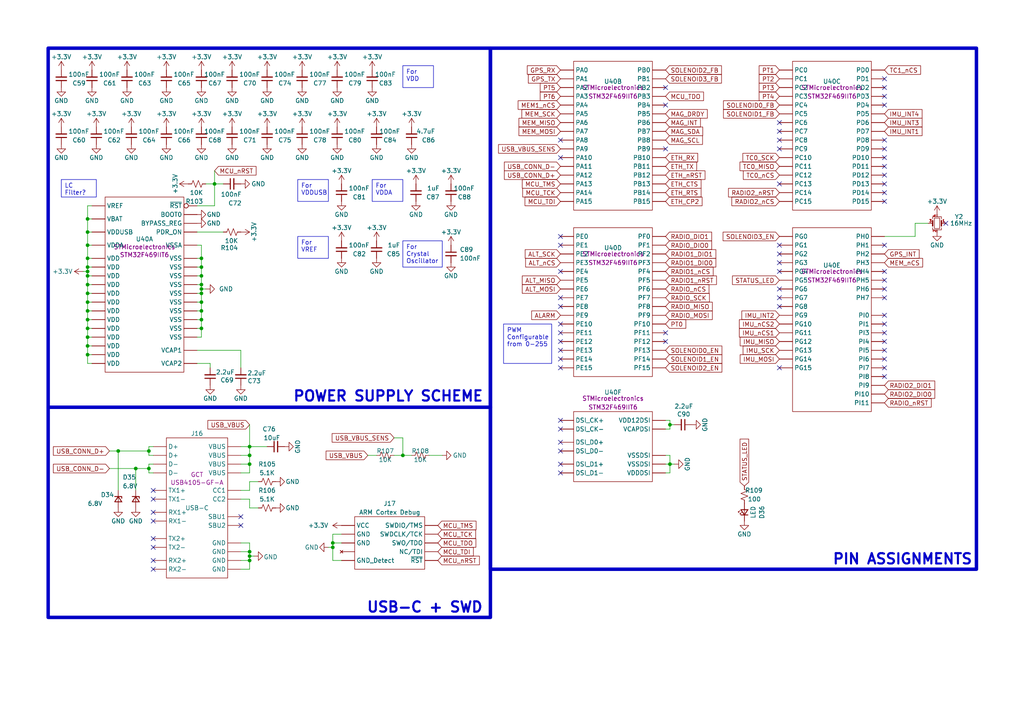
<source format=kicad_sch>
(kicad_sch (version 20231120) (generator "eeschema") (generator_version "8.0")
  (paper "A4")
  (lib_symbols
    (symbol "0INSP-KICAD-LIB:USB-C" (pin_numbers hide)
      (property "Reference" "J" (at 0 21.59 0))
      (property "Value" "USB-C" (at 0 0 0))
      (property "Manufacturer" "GCT" (at 0 0 0))
      (property "Part #" "USB4105-GF-A" (at 0 0 0))
      (symbol "USB-C_1_1"
        (pin passive line (at 12.7 -10.16 180) (length 3.81) (name "GND") (number "A1"))
        (pin bidirectional line (at -12.7 -17.78 0) (length 3.81) (name "RX2-") (number "A10"))
        (pin bidirectional line (at -12.7 -15.24 0) (length 3.81) (name "RX2+") (number "A11"))
        (pin passive line (at 12.7 -12.7 180) (length 3.81) (name "GND") (number "A12"))
        (pin bidirectional line (at -12.7 5.08 0) (length 3.81) (name "TX1+") (number "A2"))
        (pin bidirectional line (at -12.7 2.54 0) (length 3.81) (name "TX1-") (number "A3"))
        (pin passive line (at 12.7 17.78 180) (length 3.81) (name "VBUS") (number "A4"))
        (pin bidirectional line (at 12.7 5.08 180) (length 3.81) (name "CC1") (number "A5"))
        (pin bidirectional line (at -12.7 17.78 0) (length 3.81) (name "D+") (number "A6"))
        (pin bidirectional line (at -12.7 12.7 0) (length 3.81) (name "D-") (number "A7"))
        (pin passive line (at 12.7 -2.54 180) (length 3.81) (name "SBU1") (number "A8"))
        (pin passive line (at 12.7 15.24 180) (length 3.81) (name "VBUS") (number "A9"))
        (pin passive line (at 12.7 -15.24 180) (length 3.81) (name "GND") (number "B1"))
        (pin bidirectional line (at -12.7 -3.81 0) (length 3.81) (name "RX1-") (number "B10"))
        (pin bidirectional line (at -12.7 -1.27 0) (length 3.81) (name "RX1+") (number "B11"))
        (pin passive line (at 12.7 -17.78 180) (length 3.81) (name "GND") (number "B12"))
        (pin bidirectional line (at -12.7 -8.89 0) (length 3.81) (name "TX2+") (number "B2"))
        (pin bidirectional line (at -12.7 -11.43 0) (length 3.81) (name "TX2-") (number "B3"))
        (pin passive line (at 12.7 12.7 180) (length 3.81) (name "VBUS") (number "B4"))
        (pin bidirectional line (at 12.7 2.54 180) (length 3.81) (name "CC2") (number "B5"))
        (pin bidirectional line (at -12.7 15.24 0) (length 3.81) (name "D+") (number "B6"))
        (pin bidirectional line (at -12.7 10.16 0) (length 3.81) (name "D-") (number "B7"))
        (pin passive line (at 12.7 -5.08 180) (length 3.81) (name "SBU2") (number "B8"))
        (pin passive line (at 12.7 10.16 180) (length 3.81) (name "VBUS") (number "B9"))
      )
    )
    (symbol "Device:C_Small" (pin_numbers hide) (pin_names (offset 0.254) hide)
      (property "Reference" "C" (at 0.254 1.778 0))
      (property "Value" "C_Small" (at 0.254 -2.032 0))
      (symbol "C_Small_1_1"
        (pin passive line (at 0 2.54 270) (length 2.032) (name "~") (number "1"))
        (pin passive line (at 0 -2.54 90) (length 2.032) (name "~") (number "2"))
      )
    )
    (symbol "Device:D_Zener_Small" (pin_numbers hide) (pin_names (offset 0.254) hide)
      (property "Reference" "D" (at 0 2.286 0))
      (property "Value" "D_Zener_Small" (at 0 -2.286 0))
      (symbol "D_Zener_Small_1_1"
        (pin passive line (at -2.54 0 0) (length 1.778) (name "K") (number "1"))
        (pin passive line (at 2.54 0 180) (length 1.778) (name "A") (number "2"))
      )
    )
    (symbol "Device:LED_Small" (pin_numbers hide) (pin_names (offset 0.254) hide)
      (property "Reference" "D" (at -1.27 3.175 0))
      (property "Value" "LED_Small" (at -4.445 -2.54 0))
      (symbol "LED_Small_1_1"
        (pin passive line (at -2.54 0 0) (length 1.778) (name "K") (number "1"))
        (pin passive line (at 2.54 0 180) (length 1.778) (name "A") (number "2"))
      )
    )
    (symbol "Device:R_Small_US" (pin_numbers hide) (pin_names (offset 0.254) hide)
      (property "Reference" "R" (at 0.762 0.508 0))
      (property "Value" "R_Small_US" (at 0.762 -1.016 0))
      (symbol "R_Small_US_1_1"
        (pin passive line (at 0 2.54 270) (length 1.016) (name "~") (number "1"))
        (pin passive line (at 0 -2.54 90) (length 1.016) (name "~") (number "2"))
      )
    )
    (symbol "STM32F469IIT6_1" (pin_numbers hide)
      (property "Reference" "U37" (at 0 15.748 0))
      (property "Value" "~" (at 83.82 165.1 0))
      (property "Manufacturer" "ST" (at 0 13.97 0))
      (property "Part #" "STM32F469IIT6" (at 0 11.43 0))
      (symbol "STM32F469IIT6_1_1_1"
        (pin power_in line (at 15.24 -5.08 180) (length 3.81) (name "VSS") (number "117"))
        (pin power_in line (at -15.24 15.24 0) (length 3.81) (name "VDDUSB") (number "118"))
        (pin passive line (at 15.24 -22.86 180) (length 3.81) (name "VCAP2") (number "129"))
        (pin power_in line (at 15.24 -7.62 180) (length 3.81) (name "VSS") (number "130"))
        (pin power_in line (at -15.24 -12.7 0) (length 3.81) (name "VDD") (number "131"))
        (pin power_in line (at 15.24 -10.16 180) (length 3.81) (name "VSS") (number "135"))
        (pin power_in line (at -15.24 -15.24 0) (length 3.81) (name "VDD") (number "136"))
        (pin power_in line (at 15.24 7.62 180) (length 3.81) (name "VSS") (number "14"))
        (pin power_in line (at 15.24 -12.7 180) (length 3.81) (name "VSS") (number "148"))
        (pin power_in line (at -15.24 -17.78 0) (length 3.81) (name "VDD") (number "149"))
        (pin power_in line (at -15.24 7.62 0) (length 3.81) (name "VDD") (number "15"))
        (pin power_in line (at 15.24 -15.24 180) (length 3.81) (name "VSS") (number "158"))
        (pin power_in line (at -15.24 -20.32 0) (length 3.81) (name "VDD") (number "159"))
        (pin input line (at 15.24 20.32 180) (length 3.81) (name "BOOT0") (number "166"))
        (pin input line (at 15.24 15.24 180) (length 3.81) (name "PDR_ON") (number "171"))
        (pin power_in line (at -15.24 -22.86 0) (length 3.81) (name "VDD") (number "172"))
        (pin power_in line (at 15.24 5.08 180) (length 3.81) (name "VSS") (number "22"))
        (pin power_in line (at -15.24 5.08 0) (length 3.81) (name "VDD") (number "23"))
        (pin input inverted (at 15.24 22.86 180) (length 3.81) (name "~{RST}") (number "31"))
        (pin power_in line (at -15.24 2.54 0) (length 3.81) (name "VDD") (number "36"))
        (pin power_in line (at 15.24 11.43 180) (length 3.81) (name "VSSA") (number "37"))
        (pin power_in line (at -15.24 22.86 0) (length 3.81) (name "VREF") (number "38"))
        (pin power_in line (at -15.24 11.43 0) (length 3.81) (name "VDDA") (number "39"))
        (pin input line (at 15.24 17.78 180) (length 3.81) (name "BYPASS_REG") (number "48"))
        (pin power_in line (at -15.24 0 0) (length 3.81) (name "VDD") (number "49"))
        (pin power_in line (at -15.24 19.05 0) (length 3.81) (name "VBAT") (number "6"))
        (pin power_in line (at 15.24 2.54 180) (length 3.81) (name "VSS") (number "61"))
        (pin power_in line (at -15.24 -2.54 0) (length 3.81) (name "VDD") (number "62"))
        (pin power_in line (at 15.24 0 180) (length 3.81) (name "VSS") (number "71"))
        (pin power_in line (at -15.24 -5.08 0) (length 3.81) (name "VDD") (number "72"))
        (pin passive line (at 15.24 -19.05 180) (length 3.81) (name "VCAP1") (number "81"))
        (pin power_in line (at -15.24 -7.62 0) (length 3.81) (name "VDD") (number "82"))
        (pin power_in line (at 15.24 -2.54 180) (length 3.81) (name "VSS") (number "95"))
        (pin power_in line (at -15.24 -10.16 0) (length 3.81) (name "VDD") (number "96"))
      )
      (symbol "STM32F469IIT6_1_2_1"
        (pin bidirectional line (at -15.24 -1.27 0) (length 3.81) (name "PA8") (number "123"))
        (pin bidirectional line (at -15.24 -3.81 0) (length 3.81) (name "PA9") (number "124"))
        (pin bidirectional line (at -15.24 -6.35 0) (length 3.81) (name "PA10") (number "125"))
        (pin bidirectional line (at -15.24 -8.89 0) (length 3.81) (name "PA11") (number "126"))
        (pin bidirectional line (at -15.24 -11.43 0) (length 3.81) (name "PA12") (number "127"))
        (pin bidirectional line (at -15.24 -13.97 0) (length 3.81) (name "PA13") (number "128"))
        (pin bidirectional line (at -15.24 -16.51 0) (length 3.81) (name "PA14") (number "137"))
        (pin bidirectional line (at -15.24 -19.05 0) (length 3.81) (name "PA15") (number "138"))
        (pin bidirectional line (at 15.24 11.43 180) (length 3.81) (name "PB3") (number "161"))
        (pin bidirectional line (at 15.24 8.89 180) (length 3.81) (name "PB4") (number "162"))
        (pin bidirectional line (at 15.24 6.35 180) (length 3.81) (name "PB5") (number "163"))
        (pin bidirectional line (at 15.24 3.81 180) (length 3.81) (name "PB6") (number "164"))
        (pin bidirectional line (at 15.24 1.27 180) (length 3.81) (name "PB7") (number "165"))
        (pin bidirectional line (at 15.24 -1.27 180) (length 3.81) (name "PB8") (number "167"))
        (pin bidirectional line (at 15.24 -3.81 180) (length 3.81) (name "PB9") (number "168"))
        (pin bidirectional line (at -15.24 19.05 0) (length 3.81) (name "PA0") (number "40"))
        (pin bidirectional line (at -15.24 16.51 0) (length 3.81) (name "PA1") (number "41"))
        (pin bidirectional line (at -15.24 13.97 0) (length 3.81) (name "PA2") (number "42"))
        (pin bidirectional line (at -15.24 11.43 0) (length 3.81) (name "PA3") (number "47"))
        (pin bidirectional line (at -15.24 8.89 0) (length 3.81) (name "PA4") (number "50"))
        (pin bidirectional line (at -15.24 6.35 0) (length 3.81) (name "PA5") (number "51"))
        (pin bidirectional line (at -15.24 3.81 0) (length 3.81) (name "PA6") (number "52"))
        (pin bidirectional line (at -15.24 1.27 0) (length 3.81) (name "PA7") (number "53"))
        (pin bidirectional line (at 15.24 19.05 180) (length 3.81) (name "PB0") (number "56"))
        (pin bidirectional line (at 15.24 16.51 180) (length 3.81) (name "PB1") (number "57"))
        (pin bidirectional line (at 15.24 13.97 180) (length 3.81) (name "PB2") (number "58"))
        (pin bidirectional line (at 15.24 -6.35 180) (length 3.81) (name "PB10") (number "79"))
        (pin bidirectional line (at 15.24 -8.89 180) (length 3.81) (name "PB11") (number "80"))
        (pin bidirectional line (at 15.24 -11.43 180) (length 3.81) (name "PB12") (number "85"))
        (pin bidirectional line (at 15.24 -13.97 180) (length 3.81) (name "PB13") (number "86"))
        (pin bidirectional line (at 15.24 -16.51 180) (length 3.81) (name "PB14") (number "87"))
        (pin bidirectional line (at 15.24 -19.05 180) (length 3.81) (name "PB15") (number "88"))
      )
      (symbol "STM32F469IIT6_1_3_1"
        (pin bidirectional line (at -15.24 -19.05 0) (length 3.81) (name "PC15") (number "10"))
        (pin bidirectional line (at -15.24 3.81 0) (length 3.81) (name "PC6") (number "119"))
        (pin bidirectional line (at -15.24 1.27 0) (length 3.81) (name "PC7") (number "120"))
        (pin bidirectional line (at -15.24 -1.27 0) (length 3.81) (name "PC8") (number "121"))
        (pin bidirectional line (at -15.24 -3.81 0) (length 3.81) (name "PC9") (number "122"))
        (pin bidirectional line (at -15.24 -6.35 0) (length 3.81) (name "PC10") (number "139"))
        (pin bidirectional line (at -15.24 -8.89 0) (length 3.81) (name "PC11") (number "140"))
        (pin bidirectional line (at -15.24 -11.43 0) (length 3.81) (name "PC12") (number "141"))
        (pin bidirectional line (at 15.24 19.05 180) (length 3.81) (name "PD0") (number "142"))
        (pin bidirectional line (at 15.24 16.51 180) (length 3.81) (name "PD1") (number "143"))
        (pin bidirectional line (at 15.24 13.97 180) (length 3.81) (name "PD2") (number "144"))
        (pin bidirectional line (at 15.24 11.43 180) (length 3.81) (name "PD3") (number "145"))
        (pin bidirectional line (at 15.24 8.89 180) (length 3.81) (name "PD4") (number "146"))
        (pin bidirectional line (at 15.24 6.35 180) (length 3.81) (name "PD5") (number "147"))
        (pin bidirectional line (at 15.24 3.81 180) (length 3.81) (name "PD6") (number "150"))
        (pin bidirectional line (at 15.24 1.27 180) (length 3.81) (name "PD7") (number "151"))
        (pin bidirectional line (at -15.24 19.05 0) (length 3.81) (name "PC0") (number "32"))
        (pin bidirectional line (at -15.24 16.51 0) (length 3.81) (name "PC1") (number "33"))
        (pin bidirectional line (at -15.24 13.97 0) (length 3.81) (name "PC2") (number "34"))
        (pin bidirectional line (at -15.24 11.43 0) (length 3.81) (name "PC3") (number "35"))
        (pin bidirectional line (at -15.24 8.89 0) (length 3.81) (name "PC4") (number "54"))
        (pin bidirectional line (at -15.24 6.35 0) (length 3.81) (name "PC5") (number "55"))
        (pin bidirectional line (at -15.24 -13.97 0) (length 3.81) (name "PC13") (number "8"))
        (pin bidirectional line (at 15.24 -1.27 180) (length 3.81) (name "PD8") (number "89"))
        (pin bidirectional line (at -15.24 -16.51 0) (length 3.81) (name "PC14") (number "9"))
        (pin bidirectional line (at 15.24 -3.81 180) (length 3.81) (name "PD9") (number "90"))
        (pin bidirectional line (at 15.24 -6.35 180) (length 3.81) (name "PD10") (number "91"))
        (pin bidirectional line (at 15.24 -8.89 180) (length 3.81) (name "PD11") (number "92"))
        (pin bidirectional line (at 15.24 -11.43 180) (length 3.81) (name "PD12") (number "93"))
        (pin bidirectional line (at 15.24 -13.97 180) (length 3.81) (name "PD13") (number "94"))
        (pin bidirectional line (at 15.24 -16.51 180) (length 3.81) (name "PD14") (number "97"))
        (pin bidirectional line (at 15.24 -19.05 180) (length 3.81) (name "PD15") (number "98"))
      )
      (symbol "STM32F469IIT6_1_4_1"
        (pin bidirectional line (at -15.24 13.97 0) (length 3.81) (name "PE2") (number "1"))
        (pin bidirectional line (at 15.24 19.05 180) (length 3.81) (name "PF0") (number "16"))
        (pin bidirectional line (at -15.24 19.05 0) (length 3.81) (name "PE0") (number "169"))
        (pin bidirectional line (at 15.24 16.51 180) (length 3.81) (name "PF1") (number "17"))
        (pin bidirectional line (at -15.24 16.51 0) (length 3.81) (name "PE1") (number "170"))
        (pin bidirectional line (at 15.24 13.97 180) (length 3.81) (name "PF2") (number "18"))
        (pin bidirectional line (at 15.24 11.43 180) (length 3.81) (name "PF3") (number "19"))
        (pin bidirectional line (at -15.24 11.43 0) (length 3.81) (name "PE3") (number "2"))
        (pin bidirectional line (at 15.24 8.89 180) (length 3.81) (name "PF4") (number "20"))
        (pin bidirectional line (at 15.24 6.35 180) (length 3.81) (name "PF5") (number "21"))
        (pin bidirectional line (at 15.24 3.81 180) (length 3.81) (name "PF6") (number "24"))
        (pin bidirectional line (at 15.24 1.27 180) (length 3.81) (name "PF7") (number "25"))
        (pin bidirectional line (at 15.24 -1.27 180) (length 3.81) (name "PF8") (number "26"))
        (pin bidirectional line (at 15.24 -3.81 180) (length 3.81) (name "PF9") (number "27"))
        (pin bidirectional line (at 15.24 -6.35 180) (length 3.81) (name "PF10") (number "28"))
        (pin bidirectional line (at -15.24 8.89 0) (length 3.81) (name "PE4") (number "3"))
        (pin bidirectional line (at -15.24 6.35 0) (length 3.81) (name "PE5") (number "4"))
        (pin bidirectional line (at -15.24 3.81 0) (length 3.81) (name "PE6") (number "5"))
        (pin bidirectional line (at 15.24 -8.89 180) (length 3.81) (name "PF11") (number "59"))
        (pin bidirectional line (at 15.24 -11.43 180) (length 3.81) (name "PF12") (number "60"))
        (pin bidirectional line (at 15.24 -13.97 180) (length 3.81) (name "PF13") (number "63"))
        (pin bidirectional line (at 15.24 -16.51 180) (length 3.81) (name "PF14") (number "64"))
        (pin bidirectional line (at 15.24 -19.05 180) (length 3.81) (name "PF15") (number "65"))
        (pin bidirectional line (at -15.24 1.27 0) (length 3.81) (name "PE7") (number "68"))
        (pin bidirectional line (at -15.24 -1.27 0) (length 3.81) (name "PE8") (number "69"))
        (pin bidirectional line (at -15.24 -3.81 0) (length 3.81) (name "PE9") (number "70"))
        (pin bidirectional line (at -15.24 -6.35 0) (length 3.81) (name "PE10") (number "73"))
        (pin bidirectional line (at -15.24 -8.89 0) (length 3.81) (name "PE11") (number "74"))
        (pin bidirectional line (at -15.24 -11.43 0) (length 3.81) (name "PE12") (number "75"))
        (pin bidirectional line (at -15.24 -13.97 0) (length 3.81) (name "PE13") (number "76"))
        (pin bidirectional line (at -15.24 -16.51 0) (length 3.81) (name "PE14") (number "77"))
        (pin bidirectional line (at -15.24 -19.05 0) (length 3.81) (name "PE15") (number "78"))
      )
      (symbol "STM32F469IIT6_1_5_1"
        (pin bidirectional line (at 15.24 -19.05 180) (length 3.81) (name "PI9") (number "11"))
        (pin bidirectional line (at -15.24 19.05 0) (length 3.81) (name "PG2") (number "110"))
        (pin bidirectional line (at -15.24 16.51 0) (length 3.81) (name "PG3") (number "111"))
        (pin bidirectional line (at -15.24 13.97 0) (length 3.81) (name "PG4") (number "112"))
        (pin bidirectional line (at -15.24 11.43 0) (length 3.81) (name "PG5") (number "113"))
        (pin bidirectional line (at -15.24 8.89 0) (length 3.81) (name "PG6") (number "114"))
        (pin bidirectional line (at -15.24 6.35 0) (length 3.81) (name "PG7") (number "115"))
        (pin bidirectional line (at -15.24 3.81 0) (length 3.81) (name "PG8") (number "116"))
        (pin bidirectional line (at 15.24 -21.59 180) (length 3.81) (name "PI10") (number "12"))
        (pin bidirectional line (at 15.24 -24.13 180) (length 3.81) (name "PI11") (number "13"))
        (pin bidirectional line (at 15.24 1.27 180) (length 3.81) (name "PI0") (number "132"))
        (pin bidirectional line (at 15.24 -1.27 180) (length 3.81) (name "PI1") (number "133"))
        (pin bidirectional line (at 15.24 -3.81 180) (length 3.81) (name "PI3") (number "134"))
        (pin bidirectional line (at -15.24 1.27 0) (length 3.81) (name "PG9") (number "152"))
        (pin bidirectional line (at -15.24 -1.27 0) (length 3.81) (name "PG10") (number "153"))
        (pin bidirectional line (at -15.24 -3.81 0) (length 3.81) (name "PG11") (number "154"))
        (pin bidirectional line (at -15.24 -6.35 0) (length 3.81) (name "PG12") (number "155"))
        (pin bidirectional line (at -15.24 -8.89 0) (length 3.81) (name "PG13") (number "156"))
        (pin bidirectional line (at -15.24 -11.43 0) (length 3.81) (name "PG14") (number "157"))
        (pin bidirectional line (at -15.24 -13.97 0) (length 3.81) (name "PG15") (number "160"))
        (pin bidirectional line (at 15.24 -6.35 180) (length 3.81) (name "PI4") (number "173"))
        (pin bidirectional line (at 15.24 -8.89 180) (length 3.81) (name "PI5") (number "174"))
        (pin bidirectional line (at 15.24 -11.43 180) (length 3.81) (name "PI6") (number "175"))
        (pin bidirectional line (at 15.24 -13.97 180) (length 3.81) (name "PI7") (number "176"))
        (pin bidirectional line (at 15.24 24.13 180) (length 3.81) (name "PH0") (number "29"))
        (pin bidirectional line (at 15.24 21.59 180) (length 3.81) (name "PH1") (number "30"))
        (pin bidirectional line (at 15.24 19.05 180) (length 3.81) (name "PH2") (number "43"))
        (pin bidirectional line (at 15.24 16.51 180) (length 3.81) (name "PH3") (number "44"))
        (pin bidirectional line (at 15.24 13.97 180) (length 3.81) (name "PH4") (number "45"))
        (pin bidirectional line (at 15.24 11.43 180) (length 3.81) (name "PH5") (number "46"))
        (pin bidirectional line (at -15.24 24.13 0) (length 3.81) (name "PG0") (number "66"))
        (pin bidirectional line (at -15.24 21.59 0) (length 3.81) (name "PG1") (number "67"))
        (pin bidirectional line (at 15.24 -16.51 180) (length 3.81) (name "PI8") (number "7"))
        (pin bidirectional line (at 15.24 8.89 180) (length 3.81) (name "PH6") (number "83"))
        (pin bidirectional line (at 15.24 6.35 180) (length 3.81) (name "PH7") (number "84"))
      )
      (symbol "STM32F469IIT6_1_6_1"
        (pin power_in line (at 15.24 5.08 180) (length 3.81) (name "VCAPDSI") (number "100"))
        (pin bidirectional line (at -15.24 1.27 0) (length 3.81) (name "DSI_D0+") (number "101"))
        (pin bidirectional line (at -15.24 -1.27 0) (length 3.81) (name "DSI_D0-") (number "102"))
        (pin power_in line (at 15.24 -2.54 180) (length 3.81) (name "VSSDSI") (number "103"))
        (pin bidirectional line (at -15.24 7.62 0) (length 3.81) (name "DSI_CK+") (number "104"))
        (pin bidirectional line (at -15.24 5.08 0) (length 3.81) (name "DSI_CK-") (number "105"))
        (pin power_in line (at 15.24 7.62 180) (length 3.81) (name "VDD12DSI") (number "106"))
        (pin bidirectional line (at -15.24 -5.08 0) (length 3.81) (name "DSI_D1+") (number "107"))
        (pin bidirectional line (at -15.24 -7.62 0) (length 3.81) (name "DSI_D1-") (number "108"))
        (pin power_in line (at 15.24 -5.08 180) (length 3.81) (name "VSSDSI") (number "109"))
        (pin power_in line (at 15.24 -7.62 180) (length 3.81) (name "VDDDSI") (number "99"))
      )
    )
    (symbol "STM32F469IIT6_2" (pin_numbers hide)
      (property "Reference" "U37" (at 0 15.748 0))
      (property "Value" "~" (at 83.82 165.1 0))
      (property "Manufacturer" "ST" (at 0 13.97 0))
      (property "Part #" "STM32F469IIT6" (at 0 11.43 0))
      (symbol "STM32F469IIT6_2_1_1"
        (pin power_in line (at 15.24 -5.08 180) (length 3.81) (name "VSS") (number "117"))
        (pin power_in line (at -15.24 15.24 0) (length 3.81) (name "VDDUSB") (number "118"))
        (pin passive line (at 15.24 -22.86 180) (length 3.81) (name "VCAP2") (number "129"))
        (pin power_in line (at 15.24 -7.62 180) (length 3.81) (name "VSS") (number "130"))
        (pin power_in line (at -15.24 -12.7 0) (length 3.81) (name "VDD") (number "131"))
        (pin power_in line (at 15.24 -10.16 180) (length 3.81) (name "VSS") (number "135"))
        (pin power_in line (at -15.24 -15.24 0) (length 3.81) (name "VDD") (number "136"))
        (pin power_in line (at 15.24 7.62 180) (length 3.81) (name "VSS") (number "14"))
        (pin power_in line (at 15.24 -12.7 180) (length 3.81) (name "VSS") (number "148"))
        (pin power_in line (at -15.24 -17.78 0) (length 3.81) (name "VDD") (number "149"))
        (pin power_in line (at -15.24 7.62 0) (length 3.81) (name "VDD") (number "15"))
        (pin power_in line (at 15.24 -15.24 180) (length 3.81) (name "VSS") (number "158"))
        (pin power_in line (at -15.24 -20.32 0) (length 3.81) (name "VDD") (number "159"))
        (pin input line (at 15.24 20.32 180) (length 3.81) (name "BOOT0") (number "166"))
        (pin input line (at 15.24 15.24 180) (length 3.81) (name "PDR_ON") (number "171"))
        (pin power_in line (at -15.24 -22.86 0) (length 3.81) (name "VDD") (number "172"))
        (pin power_in line (at 15.24 5.08 180) (length 3.81) (name "VSS") (number "22"))
        (pin power_in line (at -15.24 5.08 0) (length 3.81) (name "VDD") (number "23"))
        (pin input inverted (at 15.24 22.86 180) (length 3.81) (name "~{RST}") (number "31"))
        (pin power_in line (at -15.24 2.54 0) (length 3.81) (name "VDD") (number "36"))
        (pin power_in line (at 15.24 11.43 180) (length 3.81) (name "VSSA") (number "37"))
        (pin power_in line (at -15.24 22.86 0) (length 3.81) (name "VREF") (number "38"))
        (pin power_in line (at -15.24 11.43 0) (length 3.81) (name "VDDA") (number "39"))
        (pin input line (at 15.24 17.78 180) (length 3.81) (name "BYPASS_REG") (number "48"))
        (pin power_in line (at -15.24 0 0) (length 3.81) (name "VDD") (number "49"))
        (pin power_in line (at -15.24 19.05 0) (length 3.81) (name "VBAT") (number "6"))
        (pin power_in line (at 15.24 2.54 180) (length 3.81) (name "VSS") (number "61"))
        (pin power_in line (at -15.24 -2.54 0) (length 3.81) (name "VDD") (number "62"))
        (pin power_in line (at 15.24 0 180) (length 3.81) (name "VSS") (number "71"))
        (pin power_in line (at -15.24 -5.08 0) (length 3.81) (name "VDD") (number "72"))
        (pin passive line (at 15.24 -19.05 180) (length 3.81) (name "VCAP1") (number "81"))
        (pin power_in line (at -15.24 -7.62 0) (length 3.81) (name "VDD") (number "82"))
        (pin power_in line (at 15.24 -2.54 180) (length 3.81) (name "VSS") (number "95"))
        (pin power_in line (at -15.24 -10.16 0) (length 3.81) (name "VDD") (number "96"))
      )
      (symbol "STM32F469IIT6_2_2_1"
        (pin bidirectional line (at -15.24 -1.27 0) (length 3.81) (name "PA8") (number "123"))
        (pin bidirectional line (at -15.24 -3.81 0) (length 3.81) (name "PA9") (number "124"))
        (pin bidirectional line (at -15.24 -6.35 0) (length 3.81) (name "PA10") (number "125"))
        (pin bidirectional line (at -15.24 -8.89 0) (length 3.81) (name "PA11") (number "126"))
        (pin bidirectional line (at -15.24 -11.43 0) (length 3.81) (name "PA12") (number "127"))
        (pin bidirectional line (at -15.24 -13.97 0) (length 3.81) (name "PA13") (number "128"))
        (pin bidirectional line (at -15.24 -16.51 0) (length 3.81) (name "PA14") (number "137"))
        (pin bidirectional line (at -15.24 -19.05 0) (length 3.81) (name "PA15") (number "138"))
        (pin bidirectional line (at 15.24 11.43 180) (length 3.81) (name "PB3") (number "161"))
        (pin bidirectional line (at 15.24 8.89 180) (length 3.81) (name "PB4") (number "162"))
        (pin bidirectional line (at 15.24 6.35 180) (length 3.81) (name "PB5") (number "163"))
        (pin bidirectional line (at 15.24 3.81 180) (length 3.81) (name "PB6") (number "164"))
        (pin bidirectional line (at 15.24 1.27 180) (length 3.81) (name "PB7") (number "165"))
        (pin bidirectional line (at 15.24 -1.27 180) (length 3.81) (name "PB8") (number "167"))
        (pin bidirectional line (at 15.24 -3.81 180) (length 3.81) (name "PB9") (number "168"))
        (pin bidirectional line (at -15.24 19.05 0) (length 3.81) (name "PA0") (number "40"))
        (pin bidirectional line (at -15.24 16.51 0) (length 3.81) (name "PA1") (number "41"))
        (pin bidirectional line (at -15.24 13.97 0) (length 3.81) (name "PA2") (number "42"))
        (pin bidirectional line (at -15.24 11.43 0) (length 3.81) (name "PA3") (number "47"))
        (pin bidirectional line (at -15.24 8.89 0) (length 3.81) (name "PA4") (number "50"))
        (pin bidirectional line (at -15.24 6.35 0) (length 3.81) (name "PA5") (number "51"))
        (pin bidirectional line (at -15.24 3.81 0) (length 3.81) (name "PA6") (number "52"))
        (pin bidirectional line (at -15.24 1.27 0) (length 3.81) (name "PA7") (number "53"))
        (pin bidirectional line (at 15.24 19.05 180) (length 3.81) (name "PB0") (number "56"))
        (pin bidirectional line (at 15.24 16.51 180) (length 3.81) (name "PB1") (number "57"))
        (pin bidirectional line (at 15.24 13.97 180) (length 3.81) (name "PB2") (number "58"))
        (pin bidirectional line (at 15.24 -6.35 180) (length 3.81) (name "PB10") (number "79"))
        (pin bidirectional line (at 15.24 -8.89 180) (length 3.81) (name "PB11") (number "80"))
        (pin bidirectional line (at 15.24 -11.43 180) (length 3.81) (name "PB12") (number "85"))
        (pin bidirectional line (at 15.24 -13.97 180) (length 3.81) (name "PB13") (number "86"))
        (pin bidirectional line (at 15.24 -16.51 180) (length 3.81) (name "PB14") (number "87"))
        (pin bidirectional line (at 15.24 -19.05 180) (length 3.81) (name "PB15") (number "88"))
      )
      (symbol "STM32F469IIT6_2_3_1"
        (pin bidirectional line (at -15.24 -19.05 0) (length 3.81) (name "PC15") (number "10"))
        (pin bidirectional line (at -15.24 3.81 0) (length 3.81) (name "PC6") (number "119"))
        (pin bidirectional line (at -15.24 1.27 0) (length 3.81) (name "PC7") (number "120"))
        (pin bidirectional line (at -15.24 -1.27 0) (length 3.81) (name "PC8") (number "121"))
        (pin bidirectional line (at -15.24 -3.81 0) (length 3.81) (name "PC9") (number "122"))
        (pin bidirectional line (at -15.24 -6.35 0) (length 3.81) (name "PC10") (number "139"))
        (pin bidirectional line (at -15.24 -8.89 0) (length 3.81) (name "PC11") (number "140"))
        (pin bidirectional line (at -15.24 -11.43 0) (length 3.81) (name "PC12") (number "141"))
        (pin bidirectional line (at 15.24 19.05 180) (length 3.81) (name "PD0") (number "142"))
        (pin bidirectional line (at 15.24 16.51 180) (length 3.81) (name "PD1") (number "143"))
        (pin bidirectional line (at 15.24 13.97 180) (length 3.81) (name "PD2") (number "144"))
        (pin bidirectional line (at 15.24 11.43 180) (length 3.81) (name "PD3") (number "145"))
        (pin bidirectional line (at 15.24 8.89 180) (length 3.81) (name "PD4") (number "146"))
        (pin bidirectional line (at 15.24 6.35 180) (length 3.81) (name "PD5") (number "147"))
        (pin bidirectional line (at 15.24 3.81 180) (length 3.81) (name "PD6") (number "150"))
        (pin bidirectional line (at 15.24 1.27 180) (length 3.81) (name "PD7") (number "151"))
        (pin bidirectional line (at -15.24 19.05 0) (length 3.81) (name "PC0") (number "32"))
        (pin bidirectional line (at -15.24 16.51 0) (length 3.81) (name "PC1") (number "33"))
        (pin bidirectional line (at -15.24 13.97 0) (length 3.81) (name "PC2") (number "34"))
        (pin bidirectional line (at -15.24 11.43 0) (length 3.81) (name "PC3") (number "35"))
        (pin bidirectional line (at -15.24 8.89 0) (length 3.81) (name "PC4") (number "54"))
        (pin bidirectional line (at -15.24 6.35 0) (length 3.81) (name "PC5") (number "55"))
        (pin bidirectional line (at -15.24 -13.97 0) (length 3.81) (name "PC13") (number "8"))
        (pin bidirectional line (at 15.24 -1.27 180) (length 3.81) (name "PD8") (number "89"))
        (pin bidirectional line (at -15.24 -16.51 0) (length 3.81) (name "PC14") (number "9"))
        (pin bidirectional line (at 15.24 -3.81 180) (length 3.81) (name "PD9") (number "90"))
        (pin bidirectional line (at 15.24 -6.35 180) (length 3.81) (name "PD10") (number "91"))
        (pin bidirectional line (at 15.24 -8.89 180) (length 3.81) (name "PD11") (number "92"))
        (pin bidirectional line (at 15.24 -11.43 180) (length 3.81) (name "PD12") (number "93"))
        (pin bidirectional line (at 15.24 -13.97 180) (length 3.81) (name "PD13") (number "94"))
        (pin bidirectional line (at 15.24 -16.51 180) (length 3.81) (name "PD14") (number "97"))
        (pin bidirectional line (at 15.24 -19.05 180) (length 3.81) (name "PD15") (number "98"))
      )
      (symbol "STM32F469IIT6_2_4_1"
        (pin bidirectional line (at -15.24 13.97 0) (length 3.81) (name "PE2") (number "1"))
        (pin bidirectional line (at 15.24 19.05 180) (length 3.81) (name "PF0") (number "16"))
        (pin bidirectional line (at -15.24 19.05 0) (length 3.81) (name "PE0") (number "169"))
        (pin bidirectional line (at 15.24 16.51 180) (length 3.81) (name "PF1") (number "17"))
        (pin bidirectional line (at -15.24 16.51 0) (length 3.81) (name "PE1") (number "170"))
        (pin bidirectional line (at 15.24 13.97 180) (length 3.81) (name "PF2") (number "18"))
        (pin bidirectional line (at 15.24 11.43 180) (length 3.81) (name "PF3") (number "19"))
        (pin bidirectional line (at -15.24 11.43 0) (length 3.81) (name "PE3") (number "2"))
        (pin bidirectional line (at 15.24 8.89 180) (length 3.81) (name "PF4") (number "20"))
        (pin bidirectional line (at 15.24 6.35 180) (length 3.81) (name "PF5") (number "21"))
        (pin bidirectional line (at 15.24 3.81 180) (length 3.81) (name "PF6") (number "24"))
        (pin bidirectional line (at 15.24 1.27 180) (length 3.81) (name "PF7") (number "25"))
        (pin bidirectional line (at 15.24 -1.27 180) (length 3.81) (name "PF8") (number "26"))
        (pin bidirectional line (at 15.24 -3.81 180) (length 3.81) (name "PF9") (number "27"))
        (pin bidirectional line (at 15.24 -6.35 180) (length 3.81) (name "PF10") (number "28"))
        (pin bidirectional line (at -15.24 8.89 0) (length 3.81) (name "PE4") (number "3"))
        (pin bidirectional line (at -15.24 6.35 0) (length 3.81) (name "PE5") (number "4"))
        (pin bidirectional line (at -15.24 3.81 0) (length 3.81) (name "PE6") (number "5"))
        (pin bidirectional line (at 15.24 -8.89 180) (length 3.81) (name "PF11") (number "59"))
        (pin bidirectional line (at 15.24 -11.43 180) (length 3.81) (name "PF12") (number "60"))
        (pin bidirectional line (at 15.24 -13.97 180) (length 3.81) (name "PF13") (number "63"))
        (pin bidirectional line (at 15.24 -16.51 180) (length 3.81) (name "PF14") (number "64"))
        (pin bidirectional line (at 15.24 -19.05 180) (length 3.81) (name "PF15") (number "65"))
        (pin bidirectional line (at -15.24 1.27 0) (length 3.81) (name "PE7") (number "68"))
        (pin bidirectional line (at -15.24 -1.27 0) (length 3.81) (name "PE8") (number "69"))
        (pin bidirectional line (at -15.24 -3.81 0) (length 3.81) (name "PE9") (number "70"))
        (pin bidirectional line (at -15.24 -6.35 0) (length 3.81) (name "PE10") (number "73"))
        (pin bidirectional line (at -15.24 -8.89 0) (length 3.81) (name "PE11") (number "74"))
        (pin bidirectional line (at -15.24 -11.43 0) (length 3.81) (name "PE12") (number "75"))
        (pin bidirectional line (at -15.24 -13.97 0) (length 3.81) (name "PE13") (number "76"))
        (pin bidirectional line (at -15.24 -16.51 0) (length 3.81) (name "PE14") (number "77"))
        (pin bidirectional line (at -15.24 -19.05 0) (length 3.81) (name "PE15") (number "78"))
      )
      (symbol "STM32F469IIT6_2_5_1"
        (pin bidirectional line (at 15.24 -19.05 180) (length 3.81) (name "PI9") (number "11"))
        (pin bidirectional line (at -15.24 19.05 0) (length 3.81) (name "PG2") (number "110"))
        (pin bidirectional line (at -15.24 16.51 0) (length 3.81) (name "PG3") (number "111"))
        (pin bidirectional line (at -15.24 13.97 0) (length 3.81) (name "PG4") (number "112"))
        (pin bidirectional line (at -15.24 11.43 0) (length 3.81) (name "PG5") (number "113"))
        (pin bidirectional line (at -15.24 8.89 0) (length 3.81) (name "PG6") (number "114"))
        (pin bidirectional line (at -15.24 6.35 0) (length 3.81) (name "PG7") (number "115"))
        (pin bidirectional line (at -15.24 3.81 0) (length 3.81) (name "PG8") (number "116"))
        (pin bidirectional line (at 15.24 -21.59 180) (length 3.81) (name "PI10") (number "12"))
        (pin bidirectional line (at 15.24 -24.13 180) (length 3.81) (name "PI11") (number "13"))
        (pin bidirectional line (at 15.24 1.27 180) (length 3.81) (name "PI0") (number "132"))
        (pin bidirectional line (at 15.24 -1.27 180) (length 3.81) (name "PI1") (number "133"))
        (pin bidirectional line (at 15.24 -3.81 180) (length 3.81) (name "PI3") (number "134"))
        (pin bidirectional line (at -15.24 1.27 0) (length 3.81) (name "PG9") (number "152"))
        (pin bidirectional line (at -15.24 -1.27 0) (length 3.81) (name "PG10") (number "153"))
        (pin bidirectional line (at -15.24 -3.81 0) (length 3.81) (name "PG11") (number "154"))
        (pin bidirectional line (at -15.24 -6.35 0) (length 3.81) (name "PG12") (number "155"))
        (pin bidirectional line (at -15.24 -8.89 0) (length 3.81) (name "PG13") (number "156"))
        (pin bidirectional line (at -15.24 -11.43 0) (length 3.81) (name "PG14") (number "157"))
        (pin bidirectional line (at -15.24 -13.97 0) (length 3.81) (name "PG15") (number "160"))
        (pin bidirectional line (at 15.24 -6.35 180) (length 3.81) (name "PI4") (number "173"))
        (pin bidirectional line (at 15.24 -8.89 180) (length 3.81) (name "PI5") (number "174"))
        (pin bidirectional line (at 15.24 -11.43 180) (length 3.81) (name "PI6") (number "175"))
        (pin bidirectional line (at 15.24 -13.97 180) (length 3.81) (name "PI7") (number "176"))
        (pin bidirectional line (at 15.24 24.13 180) (length 3.81) (name "PH0") (number "29"))
        (pin bidirectional line (at 15.24 21.59 180) (length 3.81) (name "PH1") (number "30"))
        (pin bidirectional line (at 15.24 19.05 180) (length 3.81) (name "PH2") (number "43"))
        (pin bidirectional line (at 15.24 16.51 180) (length 3.81) (name "PH3") (number "44"))
        (pin bidirectional line (at 15.24 13.97 180) (length 3.81) (name "PH4") (number "45"))
        (pin bidirectional line (at 15.24 11.43 180) (length 3.81) (name "PH5") (number "46"))
        (pin bidirectional line (at -15.24 24.13 0) (length 3.81) (name "PG0") (number "66"))
        (pin bidirectional line (at -15.24 21.59 0) (length 3.81) (name "PG1") (number "67"))
        (pin bidirectional line (at 15.24 -16.51 180) (length 3.81) (name "PI8") (number "7"))
        (pin bidirectional line (at 15.24 8.89 180) (length 3.81) (name "PH6") (number "83"))
        (pin bidirectional line (at 15.24 6.35 180) (length 3.81) (name "PH7") (number "84"))
      )
      (symbol "STM32F469IIT6_2_6_1"
        (pin power_in line (at 15.24 5.08 180) (length 3.81) (name "VCAPDSI") (number "100"))
        (pin bidirectional line (at -15.24 1.27 0) (length 3.81) (name "DSI_D0+") (number "101"))
        (pin bidirectional line (at -15.24 -1.27 0) (length 3.81) (name "DSI_D0-") (number "102"))
        (pin power_in line (at 15.24 -2.54 180) (length 3.81) (name "VSSDSI") (number "103"))
        (pin bidirectional line (at -15.24 7.62 0) (length 3.81) (name "DSI_CK+") (number "104"))
        (pin bidirectional line (at -15.24 5.08 0) (length 3.81) (name "DSI_CK-") (number "105"))
        (pin power_in line (at 15.24 7.62 180) (length 3.81) (name "VDD12DSI") (number "106"))
        (pin bidirectional line (at -15.24 -5.08 0) (length 3.81) (name "DSI_D1+") (number "107"))
        (pin bidirectional line (at -15.24 -7.62 0) (length 3.81) (name "DSI_D1-") (number "108"))
        (pin power_in line (at 15.24 -5.08 180) (length 3.81) (name "VSSDSI") (number "109"))
        (pin power_in line (at 15.24 -7.62 180) (length 3.81) (name "VDDDSI") (number "99"))
      )
    )
    (symbol "STM32F469IIT6_3" (pin_numbers hide)
      (property "Reference" "U37" (at 0 15.748 0))
      (property "Value" "~" (at 83.82 165.1 0))
      (property "Manufacturer" "ST" (at 0 13.97 0))
      (property "Part #" "STM32F469IIT6" (at 0 11.43 0))
      (symbol "STM32F469IIT6_3_1_1"
        (pin power_in line (at 15.24 -5.08 180) (length 3.81) (name "VSS") (number "117"))
        (pin power_in line (at -15.24 15.24 0) (length 3.81) (name "VDDUSB") (number "118"))
        (pin passive line (at 15.24 -22.86 180) (length 3.81) (name "VCAP2") (number "129"))
        (pin power_in line (at 15.24 -7.62 180) (length 3.81) (name "VSS") (number "130"))
        (pin power_in line (at -15.24 -12.7 0) (length 3.81) (name "VDD") (number "131"))
        (pin power_in line (at 15.24 -10.16 180) (length 3.81) (name "VSS") (number "135"))
        (pin power_in line (at -15.24 -15.24 0) (length 3.81) (name "VDD") (number "136"))
        (pin power_in line (at 15.24 7.62 180) (length 3.81) (name "VSS") (number "14"))
        (pin power_in line (at 15.24 -12.7 180) (length 3.81) (name "VSS") (number "148"))
        (pin power_in line (at -15.24 -17.78 0) (length 3.81) (name "VDD") (number "149"))
        (pin power_in line (at -15.24 7.62 0) (length 3.81) (name "VDD") (number "15"))
        (pin power_in line (at 15.24 -15.24 180) (length 3.81) (name "VSS") (number "158"))
        (pin power_in line (at -15.24 -20.32 0) (length 3.81) (name "VDD") (number "159"))
        (pin input line (at 15.24 20.32 180) (length 3.81) (name "BOOT0") (number "166"))
        (pin input line (at 15.24 15.24 180) (length 3.81) (name "PDR_ON") (number "171"))
        (pin power_in line (at -15.24 -22.86 0) (length 3.81) (name "VDD") (number "172"))
        (pin power_in line (at 15.24 5.08 180) (length 3.81) (name "VSS") (number "22"))
        (pin power_in line (at -15.24 5.08 0) (length 3.81) (name "VDD") (number "23"))
        (pin input inverted (at 15.24 22.86 180) (length 3.81) (name "~{RST}") (number "31"))
        (pin power_in line (at -15.24 2.54 0) (length 3.81) (name "VDD") (number "36"))
        (pin power_in line (at 15.24 11.43 180) (length 3.81) (name "VSSA") (number "37"))
        (pin power_in line (at -15.24 22.86 0) (length 3.81) (name "VREF") (number "38"))
        (pin power_in line (at -15.24 11.43 0) (length 3.81) (name "VDDA") (number "39"))
        (pin input line (at 15.24 17.78 180) (length 3.81) (name "BYPASS_REG") (number "48"))
        (pin power_in line (at -15.24 0 0) (length 3.81) (name "VDD") (number "49"))
        (pin power_in line (at -15.24 19.05 0) (length 3.81) (name "VBAT") (number "6"))
        (pin power_in line (at 15.24 2.54 180) (length 3.81) (name "VSS") (number "61"))
        (pin power_in line (at -15.24 -2.54 0) (length 3.81) (name "VDD") (number "62"))
        (pin power_in line (at 15.24 0 180) (length 3.81) (name "VSS") (number "71"))
        (pin power_in line (at -15.24 -5.08 0) (length 3.81) (name "VDD") (number "72"))
        (pin passive line (at 15.24 -19.05 180) (length 3.81) (name "VCAP1") (number "81"))
        (pin power_in line (at -15.24 -7.62 0) (length 3.81) (name "VDD") (number "82"))
        (pin power_in line (at 15.24 -2.54 180) (length 3.81) (name "VSS") (number "95"))
        (pin power_in line (at -15.24 -10.16 0) (length 3.81) (name "VDD") (number "96"))
      )
      (symbol "STM32F469IIT6_3_2_1"
        (pin bidirectional line (at -15.24 -1.27 0) (length 3.81) (name "PA8") (number "123"))
        (pin bidirectional line (at -15.24 -3.81 0) (length 3.81) (name "PA9") (number "124"))
        (pin bidirectional line (at -15.24 -6.35 0) (length 3.81) (name "PA10") (number "125"))
        (pin bidirectional line (at -15.24 -8.89 0) (length 3.81) (name "PA11") (number "126"))
        (pin bidirectional line (at -15.24 -11.43 0) (length 3.81) (name "PA12") (number "127"))
        (pin bidirectional line (at -15.24 -13.97 0) (length 3.81) (name "PA13") (number "128"))
        (pin bidirectional line (at -15.24 -16.51 0) (length 3.81) (name "PA14") (number "137"))
        (pin bidirectional line (at -15.24 -19.05 0) (length 3.81) (name "PA15") (number "138"))
        (pin bidirectional line (at 15.24 11.43 180) (length 3.81) (name "PB3") (number "161"))
        (pin bidirectional line (at 15.24 8.89 180) (length 3.81) (name "PB4") (number "162"))
        (pin bidirectional line (at 15.24 6.35 180) (length 3.81) (name "PB5") (number "163"))
        (pin bidirectional line (at 15.24 3.81 180) (length 3.81) (name "PB6") (number "164"))
        (pin bidirectional line (at 15.24 1.27 180) (length 3.81) (name "PB7") (number "165"))
        (pin bidirectional line (at 15.24 -1.27 180) (length 3.81) (name "PB8") (number "167"))
        (pin bidirectional line (at 15.24 -3.81 180) (length 3.81) (name "PB9") (number "168"))
        (pin bidirectional line (at -15.24 19.05 0) (length 3.81) (name "PA0") (number "40"))
        (pin bidirectional line (at -15.24 16.51 0) (length 3.81) (name "PA1") (number "41"))
        (pin bidirectional line (at -15.24 13.97 0) (length 3.81) (name "PA2") (number "42"))
        (pin bidirectional line (at -15.24 11.43 0) (length 3.81) (name "PA3") (number "47"))
        (pin bidirectional line (at -15.24 8.89 0) (length 3.81) (name "PA4") (number "50"))
        (pin bidirectional line (at -15.24 6.35 0) (length 3.81) (name "PA5") (number "51"))
        (pin bidirectional line (at -15.24 3.81 0) (length 3.81) (name "PA6") (number "52"))
        (pin bidirectional line (at -15.24 1.27 0) (length 3.81) (name "PA7") (number "53"))
        (pin bidirectional line (at 15.24 19.05 180) (length 3.81) (name "PB0") (number "56"))
        (pin bidirectional line (at 15.24 16.51 180) (length 3.81) (name "PB1") (number "57"))
        (pin bidirectional line (at 15.24 13.97 180) (length 3.81) (name "PB2") (number "58"))
        (pin bidirectional line (at 15.24 -6.35 180) (length 3.81) (name "PB10") (number "79"))
        (pin bidirectional line (at 15.24 -8.89 180) (length 3.81) (name "PB11") (number "80"))
        (pin bidirectional line (at 15.24 -11.43 180) (length 3.81) (name "PB12") (number "85"))
        (pin bidirectional line (at 15.24 -13.97 180) (length 3.81) (name "PB13") (number "86"))
        (pin bidirectional line (at 15.24 -16.51 180) (length 3.81) (name "PB14") (number "87"))
        (pin bidirectional line (at 15.24 -19.05 180) (length 3.81) (name "PB15") (number "88"))
      )
      (symbol "STM32F469IIT6_3_3_1"
        (pin bidirectional line (at -15.24 -19.05 0) (length 3.81) (name "PC15") (number "10"))
        (pin bidirectional line (at -15.24 3.81 0) (length 3.81) (name "PC6") (number "119"))
        (pin bidirectional line (at -15.24 1.27 0) (length 3.81) (name "PC7") (number "120"))
        (pin bidirectional line (at -15.24 -1.27 0) (length 3.81) (name "PC8") (number "121"))
        (pin bidirectional line (at -15.24 -3.81 0) (length 3.81) (name "PC9") (number "122"))
        (pin bidirectional line (at -15.24 -6.35 0) (length 3.81) (name "PC10") (number "139"))
        (pin bidirectional line (at -15.24 -8.89 0) (length 3.81) (name "PC11") (number "140"))
        (pin bidirectional line (at -15.24 -11.43 0) (length 3.81) (name "PC12") (number "141"))
        (pin bidirectional line (at 15.24 19.05 180) (length 3.81) (name "PD0") (number "142"))
        (pin bidirectional line (at 15.24 16.51 180) (length 3.81) (name "PD1") (number "143"))
        (pin bidirectional line (at 15.24 13.97 180) (length 3.81) (name "PD2") (number "144"))
        (pin bidirectional line (at 15.24 11.43 180) (length 3.81) (name "PD3") (number "145"))
        (pin bidirectional line (at 15.24 8.89 180) (length 3.81) (name "PD4") (number "146"))
        (pin bidirectional line (at 15.24 6.35 180) (length 3.81) (name "PD5") (number "147"))
        (pin bidirectional line (at 15.24 3.81 180) (length 3.81) (name "PD6") (number "150"))
        (pin bidirectional line (at 15.24 1.27 180) (length 3.81) (name "PD7") (number "151"))
        (pin bidirectional line (at -15.24 19.05 0) (length 3.81) (name "PC0") (number "32"))
        (pin bidirectional line (at -15.24 16.51 0) (length 3.81) (name "PC1") (number "33"))
        (pin bidirectional line (at -15.24 13.97 0) (length 3.81) (name "PC2") (number "34"))
        (pin bidirectional line (at -15.24 11.43 0) (length 3.81) (name "PC3") (number "35"))
        (pin bidirectional line (at -15.24 8.89 0) (length 3.81) (name "PC4") (number "54"))
        (pin bidirectional line (at -15.24 6.35 0) (length 3.81) (name "PC5") (number "55"))
        (pin bidirectional line (at -15.24 -13.97 0) (length 3.81) (name "PC13") (number "8"))
        (pin bidirectional line (at 15.24 -1.27 180) (length 3.81) (name "PD8") (number "89"))
        (pin bidirectional line (at -15.24 -16.51 0) (length 3.81) (name "PC14") (number "9"))
        (pin bidirectional line (at 15.24 -3.81 180) (length 3.81) (name "PD9") (number "90"))
        (pin bidirectional line (at 15.24 -6.35 180) (length 3.81) (name "PD10") (number "91"))
        (pin bidirectional line (at 15.24 -8.89 180) (length 3.81) (name "PD11") (number "92"))
        (pin bidirectional line (at 15.24 -11.43 180) (length 3.81) (name "PD12") (number "93"))
        (pin bidirectional line (at 15.24 -13.97 180) (length 3.81) (name "PD13") (number "94"))
        (pin bidirectional line (at 15.24 -16.51 180) (length 3.81) (name "PD14") (number "97"))
        (pin bidirectional line (at 15.24 -19.05 180) (length 3.81) (name "PD15") (number "98"))
      )
      (symbol "STM32F469IIT6_3_4_1"
        (pin bidirectional line (at -15.24 13.97 0) (length 3.81) (name "PE2") (number "1"))
        (pin bidirectional line (at 15.24 19.05 180) (length 3.81) (name "PF0") (number "16"))
        (pin bidirectional line (at -15.24 19.05 0) (length 3.81) (name "PE0") (number "169"))
        (pin bidirectional line (at 15.24 16.51 180) (length 3.81) (name "PF1") (number "17"))
        (pin bidirectional line (at -15.24 16.51 0) (length 3.81) (name "PE1") (number "170"))
        (pin bidirectional line (at 15.24 13.97 180) (length 3.81) (name "PF2") (number "18"))
        (pin bidirectional line (at 15.24 11.43 180) (length 3.81) (name "PF3") (number "19"))
        (pin bidirectional line (at -15.24 11.43 0) (length 3.81) (name "PE3") (number "2"))
        (pin bidirectional line (at 15.24 8.89 180) (length 3.81) (name "PF4") (number "20"))
        (pin bidirectional line (at 15.24 6.35 180) (length 3.81) (name "PF5") (number "21"))
        (pin bidirectional line (at 15.24 3.81 180) (length 3.81) (name "PF6") (number "24"))
        (pin bidirectional line (at 15.24 1.27 180) (length 3.81) (name "PF7") (number "25"))
        (pin bidirectional line (at 15.24 -1.27 180) (length 3.81) (name "PF8") (number "26"))
        (pin bidirectional line (at 15.24 -3.81 180) (length 3.81) (name "PF9") (number "27"))
        (pin bidirectional line (at 15.24 -6.35 180) (length 3.81) (name "PF10") (number "28"))
        (pin bidirectional line (at -15.24 8.89 0) (length 3.81) (name "PE4") (number "3"))
        (pin bidirectional line (at -15.24 6.35 0) (length 3.81) (name "PE5") (number "4"))
        (pin bidirectional line (at -15.24 3.81 0) (length 3.81) (name "PE6") (number "5"))
        (pin bidirectional line (at 15.24 -8.89 180) (length 3.81) (name "PF11") (number "59"))
        (pin bidirectional line (at 15.24 -11.43 180) (length 3.81) (name "PF12") (number "60"))
        (pin bidirectional line (at 15.24 -13.97 180) (length 3.81) (name "PF13") (number "63"))
        (pin bidirectional line (at 15.24 -16.51 180) (length 3.81) (name "PF14") (number "64"))
        (pin bidirectional line (at 15.24 -19.05 180) (length 3.81) (name "PF15") (number "65"))
        (pin bidirectional line (at -15.24 1.27 0) (length 3.81) (name "PE7") (number "68"))
        (pin bidirectional line (at -15.24 -1.27 0) (length 3.81) (name "PE8") (number "69"))
        (pin bidirectional line (at -15.24 -3.81 0) (length 3.81) (name "PE9") (number "70"))
        (pin bidirectional line (at -15.24 -6.35 0) (length 3.81) (name "PE10") (number "73"))
        (pin bidirectional line (at -15.24 -8.89 0) (length 3.81) (name "PE11") (number "74"))
        (pin bidirectional line (at -15.24 -11.43 0) (length 3.81) (name "PE12") (number "75"))
        (pin bidirectional line (at -15.24 -13.97 0) (length 3.81) (name "PE13") (number "76"))
        (pin bidirectional line (at -15.24 -16.51 0) (length 3.81) (name "PE14") (number "77"))
        (pin bidirectional line (at -15.24 -19.05 0) (length 3.81) (name "PE15") (number "78"))
      )
      (symbol "STM32F469IIT6_3_5_1"
        (pin bidirectional line (at 15.24 -19.05 180) (length 3.81) (name "PI9") (number "11"))
        (pin bidirectional line (at -15.24 19.05 0) (length 3.81) (name "PG2") (number "110"))
        (pin bidirectional line (at -15.24 16.51 0) (length 3.81) (name "PG3") (number "111"))
        (pin bidirectional line (at -15.24 13.97 0) (length 3.81) (name "PG4") (number "112"))
        (pin bidirectional line (at -15.24 11.43 0) (length 3.81) (name "PG5") (number "113"))
        (pin bidirectional line (at -15.24 8.89 0) (length 3.81) (name "PG6") (number "114"))
        (pin bidirectional line (at -15.24 6.35 0) (length 3.81) (name "PG7") (number "115"))
        (pin bidirectional line (at -15.24 3.81 0) (length 3.81) (name "PG8") (number "116"))
        (pin bidirectional line (at 15.24 -21.59 180) (length 3.81) (name "PI10") (number "12"))
        (pin bidirectional line (at 15.24 -24.13 180) (length 3.81) (name "PI11") (number "13"))
        (pin bidirectional line (at 15.24 1.27 180) (length 3.81) (name "PI0") (number "132"))
        (pin bidirectional line (at 15.24 -1.27 180) (length 3.81) (name "PI1") (number "133"))
        (pin bidirectional line (at 15.24 -3.81 180) (length 3.81) (name "PI3") (number "134"))
        (pin bidirectional line (at -15.24 1.27 0) (length 3.81) (name "PG9") (number "152"))
        (pin bidirectional line (at -15.24 -1.27 0) (length 3.81) (name "PG10") (number "153"))
        (pin bidirectional line (at -15.24 -3.81 0) (length 3.81) (name "PG11") (number "154"))
        (pin bidirectional line (at -15.24 -6.35 0) (length 3.81) (name "PG12") (number "155"))
        (pin bidirectional line (at -15.24 -8.89 0) (length 3.81) (name "PG13") (number "156"))
        (pin bidirectional line (at -15.24 -11.43 0) (length 3.81) (name "PG14") (number "157"))
        (pin bidirectional line (at -15.24 -13.97 0) (length 3.81) (name "PG15") (number "160"))
        (pin bidirectional line (at 15.24 -6.35 180) (length 3.81) (name "PI4") (number "173"))
        (pin bidirectional line (at 15.24 -8.89 180) (length 3.81) (name "PI5") (number "174"))
        (pin bidirectional line (at 15.24 -11.43 180) (length 3.81) (name "PI6") (number "175"))
        (pin bidirectional line (at 15.24 -13.97 180) (length 3.81) (name "PI7") (number "176"))
        (pin bidirectional line (at 15.24 24.13 180) (length 3.81) (name "PH0") (number "29"))
        (pin bidirectional line (at 15.24 21.59 180) (length 3.81) (name "PH1") (number "30"))
        (pin bidirectional line (at 15.24 19.05 180) (length 3.81) (name "PH2") (number "43"))
        (pin bidirectional line (at 15.24 16.51 180) (length 3.81) (name "PH3") (number "44"))
        (pin bidirectional line (at 15.24 13.97 180) (length 3.81) (name "PH4") (number "45"))
        (pin bidirectional line (at 15.24 11.43 180) (length 3.81) (name "PH5") (number "46"))
        (pin bidirectional line (at -15.24 24.13 0) (length 3.81) (name "PG0") (number "66"))
        (pin bidirectional line (at -15.24 21.59 0) (length 3.81) (name "PG1") (number "67"))
        (pin bidirectional line (at 15.24 -16.51 180) (length 3.81) (name "PI8") (number "7"))
        (pin bidirectional line (at 15.24 8.89 180) (length 3.81) (name "PH6") (number "83"))
        (pin bidirectional line (at 15.24 6.35 180) (length 3.81) (name "PH7") (number "84"))
      )
      (symbol "STM32F469IIT6_3_6_1"
        (pin power_in line (at 15.24 5.08 180) (length 3.81) (name "VCAPDSI") (number "100"))
        (pin bidirectional line (at -15.24 1.27 0) (length 3.81) (name "DSI_D0+") (number "101"))
        (pin bidirectional line (at -15.24 -1.27 0) (length 3.81) (name "DSI_D0-") (number "102"))
        (pin power_in line (at 15.24 -2.54 180) (length 3.81) (name "VSSDSI") (number "103"))
        (pin bidirectional line (at -15.24 7.62 0) (length 3.81) (name "DSI_CK+") (number "104"))
        (pin bidirectional line (at -15.24 5.08 0) (length 3.81) (name "DSI_CK-") (number "105"))
        (pin power_in line (at 15.24 7.62 180) (length 3.81) (name "VDD12DSI") (number "106"))
        (pin bidirectional line (at -15.24 -5.08 0) (length 3.81) (name "DSI_D1+") (number "107"))
        (pin bidirectional line (at -15.24 -7.62 0) (length 3.81) (name "DSI_D1-") (number "108"))
        (pin power_in line (at 15.24 -5.08 180) (length 3.81) (name "VSSDSI") (number "109"))
        (pin power_in line (at 15.24 -7.62 180) (length 3.81) (name "VDDDSI") (number "99"))
      )
    )
    (symbol "STM32F469IIT6_4" (pin_numbers hide)
      (property "Reference" "U37" (at 0 15.748 0))
      (property "Value" "~" (at 83.82 165.1 0))
      (property "Manufacturer" "ST" (at 0 13.97 0))
      (property "Part #" "STM32F469IIT6" (at 0 11.43 0))
      (symbol "STM32F469IIT6_4_1_1"
        (pin power_in line (at 15.24 -5.08 180) (length 3.81) (name "VSS") (number "117"))
        (pin power_in line (at -15.24 15.24 0) (length 3.81) (name "VDDUSB") (number "118"))
        (pin passive line (at 15.24 -22.86 180) (length 3.81) (name "VCAP2") (number "129"))
        (pin power_in line (at 15.24 -7.62 180) (length 3.81) (name "VSS") (number "130"))
        (pin power_in line (at -15.24 -12.7 0) (length 3.81) (name "VDD") (number "131"))
        (pin power_in line (at 15.24 -10.16 180) (length 3.81) (name "VSS") (number "135"))
        (pin power_in line (at -15.24 -15.24 0) (length 3.81) (name "VDD") (number "136"))
        (pin power_in line (at 15.24 7.62 180) (length 3.81) (name "VSS") (number "14"))
        (pin power_in line (at 15.24 -12.7 180) (length 3.81) (name "VSS") (number "148"))
        (pin power_in line (at -15.24 -17.78 0) (length 3.81) (name "VDD") (number "149"))
        (pin power_in line (at -15.24 7.62 0) (length 3.81) (name "VDD") (number "15"))
        (pin power_in line (at 15.24 -15.24 180) (length 3.81) (name "VSS") (number "158"))
        (pin power_in line (at -15.24 -20.32 0) (length 3.81) (name "VDD") (number "159"))
        (pin input line (at 15.24 20.32 180) (length 3.81) (name "BOOT0") (number "166"))
        (pin input line (at 15.24 15.24 180) (length 3.81) (name "PDR_ON") (number "171"))
        (pin power_in line (at -15.24 -22.86 0) (length 3.81) (name "VDD") (number "172"))
        (pin power_in line (at 15.24 5.08 180) (length 3.81) (name "VSS") (number "22"))
        (pin power_in line (at -15.24 5.08 0) (length 3.81) (name "VDD") (number "23"))
        (pin input inverted (at 15.24 22.86 180) (length 3.81) (name "~{RST}") (number "31"))
        (pin power_in line (at -15.24 2.54 0) (length 3.81) (name "VDD") (number "36"))
        (pin power_in line (at 15.24 11.43 180) (length 3.81) (name "VSSA") (number "37"))
        (pin power_in line (at -15.24 22.86 0) (length 3.81) (name "VREF") (number "38"))
        (pin power_in line (at -15.24 11.43 0) (length 3.81) (name "VDDA") (number "39"))
        (pin input line (at 15.24 17.78 180) (length 3.81) (name "BYPASS_REG") (number "48"))
        (pin power_in line (at -15.24 0 0) (length 3.81) (name "VDD") (number "49"))
        (pin power_in line (at -15.24 19.05 0) (length 3.81) (name "VBAT") (number "6"))
        (pin power_in line (at 15.24 2.54 180) (length 3.81) (name "VSS") (number "61"))
        (pin power_in line (at -15.24 -2.54 0) (length 3.81) (name "VDD") (number "62"))
        (pin power_in line (at 15.24 0 180) (length 3.81) (name "VSS") (number "71"))
        (pin power_in line (at -15.24 -5.08 0) (length 3.81) (name "VDD") (number "72"))
        (pin passive line (at 15.24 -19.05 180) (length 3.81) (name "VCAP1") (number "81"))
        (pin power_in line (at -15.24 -7.62 0) (length 3.81) (name "VDD") (number "82"))
        (pin power_in line (at 15.24 -2.54 180) (length 3.81) (name "VSS") (number "95"))
        (pin power_in line (at -15.24 -10.16 0) (length 3.81) (name "VDD") (number "96"))
      )
      (symbol "STM32F469IIT6_4_2_1"
        (pin bidirectional line (at -15.24 -1.27 0) (length 3.81) (name "PA8") (number "123"))
        (pin bidirectional line (at -15.24 -3.81 0) (length 3.81) (name "PA9") (number "124"))
        (pin bidirectional line (at -15.24 -6.35 0) (length 3.81) (name "PA10") (number "125"))
        (pin bidirectional line (at -15.24 -8.89 0) (length 3.81) (name "PA11") (number "126"))
        (pin bidirectional line (at -15.24 -11.43 0) (length 3.81) (name "PA12") (number "127"))
        (pin bidirectional line (at -15.24 -13.97 0) (length 3.81) (name "PA13") (number "128"))
        (pin bidirectional line (at -15.24 -16.51 0) (length 3.81) (name "PA14") (number "137"))
        (pin bidirectional line (at -15.24 -19.05 0) (length 3.81) (name "PA15") (number "138"))
        (pin bidirectional line (at 15.24 11.43 180) (length 3.81) (name "PB3") (number "161"))
        (pin bidirectional line (at 15.24 8.89 180) (length 3.81) (name "PB4") (number "162"))
        (pin bidirectional line (at 15.24 6.35 180) (length 3.81) (name "PB5") (number "163"))
        (pin bidirectional line (at 15.24 3.81 180) (length 3.81) (name "PB6") (number "164"))
        (pin bidirectional line (at 15.24 1.27 180) (length 3.81) (name "PB7") (number "165"))
        (pin bidirectional line (at 15.24 -1.27 180) (length 3.81) (name "PB8") (number "167"))
        (pin bidirectional line (at 15.24 -3.81 180) (length 3.81) (name "PB9") (number "168"))
        (pin bidirectional line (at -15.24 19.05 0) (length 3.81) (name "PA0") (number "40"))
        (pin bidirectional line (at -15.24 16.51 0) (length 3.81) (name "PA1") (number "41"))
        (pin bidirectional line (at -15.24 13.97 0) (length 3.81) (name "PA2") (number "42"))
        (pin bidirectional line (at -15.24 11.43 0) (length 3.81) (name "PA3") (number "47"))
        (pin bidirectional line (at -15.24 8.89 0) (length 3.81) (name "PA4") (number "50"))
        (pin bidirectional line (at -15.24 6.35 0) (length 3.81) (name "PA5") (number "51"))
        (pin bidirectional line (at -15.24 3.81 0) (length 3.81) (name "PA6") (number "52"))
        (pin bidirectional line (at -15.24 1.27 0) (length 3.81) (name "PA7") (number "53"))
        (pin bidirectional line (at 15.24 19.05 180) (length 3.81) (name "PB0") (number "56"))
        (pin bidirectional line (at 15.24 16.51 180) (length 3.81) (name "PB1") (number "57"))
        (pin bidirectional line (at 15.24 13.97 180) (length 3.81) (name "PB2") (number "58"))
        (pin bidirectional line (at 15.24 -6.35 180) (length 3.81) (name "PB10") (number "79"))
        (pin bidirectional line (at 15.24 -8.89 180) (length 3.81) (name "PB11") (number "80"))
        (pin bidirectional line (at 15.24 -11.43 180) (length 3.81) (name "PB12") (number "85"))
        (pin bidirectional line (at 15.24 -13.97 180) (length 3.81) (name "PB13") (number "86"))
        (pin bidirectional line (at 15.24 -16.51 180) (length 3.81) (name "PB14") (number "87"))
        (pin bidirectional line (at 15.24 -19.05 180) (length 3.81) (name "PB15") (number "88"))
      )
      (symbol "STM32F469IIT6_4_3_1"
        (pin bidirectional line (at -15.24 -19.05 0) (length 3.81) (name "PC15") (number "10"))
        (pin bidirectional line (at -15.24 3.81 0) (length 3.81) (name "PC6") (number "119"))
        (pin bidirectional line (at -15.24 1.27 0) (length 3.81) (name "PC7") (number "120"))
        (pin bidirectional line (at -15.24 -1.27 0) (length 3.81) (name "PC8") (number "121"))
        (pin bidirectional line (at -15.24 -3.81 0) (length 3.81) (name "PC9") (number "122"))
        (pin bidirectional line (at -15.24 -6.35 0) (length 3.81) (name "PC10") (number "139"))
        (pin bidirectional line (at -15.24 -8.89 0) (length 3.81) (name "PC11") (number "140"))
        (pin bidirectional line (at -15.24 -11.43 0) (length 3.81) (name "PC12") (number "141"))
        (pin bidirectional line (at 15.24 19.05 180) (length 3.81) (name "PD0") (number "142"))
        (pin bidirectional line (at 15.24 16.51 180) (length 3.81) (name "PD1") (number "143"))
        (pin bidirectional line (at 15.24 13.97 180) (length 3.81) (name "PD2") (number "144"))
        (pin bidirectional line (at 15.24 11.43 180) (length 3.81) (name "PD3") (number "145"))
        (pin bidirectional line (at 15.24 8.89 180) (length 3.81) (name "PD4") (number "146"))
        (pin bidirectional line (at 15.24 6.35 180) (length 3.81) (name "PD5") (number "147"))
        (pin bidirectional line (at 15.24 3.81 180) (length 3.81) (name "PD6") (number "150"))
        (pin bidirectional line (at 15.24 1.27 180) (length 3.81) (name "PD7") (number "151"))
        (pin bidirectional line (at -15.24 19.05 0) (length 3.81) (name "PC0") (number "32"))
        (pin bidirectional line (at -15.24 16.51 0) (length 3.81) (name "PC1") (number "33"))
        (pin bidirectional line (at -15.24 13.97 0) (length 3.81) (name "PC2") (number "34"))
        (pin bidirectional line (at -15.24 11.43 0) (length 3.81) (name "PC3") (number "35"))
        (pin bidirectional line (at -15.24 8.89 0) (length 3.81) (name "PC4") (number "54"))
        (pin bidirectional line (at -15.24 6.35 0) (length 3.81) (name "PC5") (number "55"))
        (pin bidirectional line (at -15.24 -13.97 0) (length 3.81) (name "PC13") (number "8"))
        (pin bidirectional line (at 15.24 -1.27 180) (length 3.81) (name "PD8") (number "89"))
        (pin bidirectional line (at -15.24 -16.51 0) (length 3.81) (name "PC14") (number "9"))
        (pin bidirectional line (at 15.24 -3.81 180) (length 3.81) (name "PD9") (number "90"))
        (pin bidirectional line (at 15.24 -6.35 180) (length 3.81) (name "PD10") (number "91"))
        (pin bidirectional line (at 15.24 -8.89 180) (length 3.81) (name "PD11") (number "92"))
        (pin bidirectional line (at 15.24 -11.43 180) (length 3.81) (name "PD12") (number "93"))
        (pin bidirectional line (at 15.24 -13.97 180) (length 3.81) (name "PD13") (number "94"))
        (pin bidirectional line (at 15.24 -16.51 180) (length 3.81) (name "PD14") (number "97"))
        (pin bidirectional line (at 15.24 -19.05 180) (length 3.81) (name "PD15") (number "98"))
      )
      (symbol "STM32F469IIT6_4_4_1"
        (pin bidirectional line (at -15.24 13.97 0) (length 3.81) (name "PE2") (number "1"))
        (pin bidirectional line (at 15.24 19.05 180) (length 3.81) (name "PF0") (number "16"))
        (pin bidirectional line (at -15.24 19.05 0) (length 3.81) (name "PE0") (number "169"))
        (pin bidirectional line (at 15.24 16.51 180) (length 3.81) (name "PF1") (number "17"))
        (pin bidirectional line (at -15.24 16.51 0) (length 3.81) (name "PE1") (number "170"))
        (pin bidirectional line (at 15.24 13.97 180) (length 3.81) (name "PF2") (number "18"))
        (pin bidirectional line (at 15.24 11.43 180) (length 3.81) (name "PF3") (number "19"))
        (pin bidirectional line (at -15.24 11.43 0) (length 3.81) (name "PE3") (number "2"))
        (pin bidirectional line (at 15.24 8.89 180) (length 3.81) (name "PF4") (number "20"))
        (pin bidirectional line (at 15.24 6.35 180) (length 3.81) (name "PF5") (number "21"))
        (pin bidirectional line (at 15.24 3.81 180) (length 3.81) (name "PF6") (number "24"))
        (pin bidirectional line (at 15.24 1.27 180) (length 3.81) (name "PF7") (number "25"))
        (pin bidirectional line (at 15.24 -1.27 180) (length 3.81) (name "PF8") (number "26"))
        (pin bidirectional line (at 15.24 -3.81 180) (length 3.81) (name "PF9") (number "27"))
        (pin bidirectional line (at 15.24 -6.35 180) (length 3.81) (name "PF10") (number "28"))
        (pin bidirectional line (at -15.24 8.89 0) (length 3.81) (name "PE4") (number "3"))
        (pin bidirectional line (at -15.24 6.35 0) (length 3.81) (name "PE5") (number "4"))
        (pin bidirectional line (at -15.24 3.81 0) (length 3.81) (name "PE6") (number "5"))
        (pin bidirectional line (at 15.24 -8.89 180) (length 3.81) (name "PF11") (number "59"))
        (pin bidirectional line (at 15.24 -11.43 180) (length 3.81) (name "PF12") (number "60"))
        (pin bidirectional line (at 15.24 -13.97 180) (length 3.81) (name "PF13") (number "63"))
        (pin bidirectional line (at 15.24 -16.51 180) (length 3.81) (name "PF14") (number "64"))
        (pin bidirectional line (at 15.24 -19.05 180) (length 3.81) (name "PF15") (number "65"))
        (pin bidirectional line (at -15.24 1.27 0) (length 3.81) (name "PE7") (number "68"))
        (pin bidirectional line (at -15.24 -1.27 0) (length 3.81) (name "PE8") (number "69"))
        (pin bidirectional line (at -15.24 -3.81 0) (length 3.81) (name "PE9") (number "70"))
        (pin bidirectional line (at -15.24 -6.35 0) (length 3.81) (name "PE10") (number "73"))
        (pin bidirectional line (at -15.24 -8.89 0) (length 3.81) (name "PE11") (number "74"))
        (pin bidirectional line (at -15.24 -11.43 0) (length 3.81) (name "PE12") (number "75"))
        (pin bidirectional line (at -15.24 -13.97 0) (length 3.81) (name "PE13") (number "76"))
        (pin bidirectional line (at -15.24 -16.51 0) (length 3.81) (name "PE14") (number "77"))
        (pin bidirectional line (at -15.24 -19.05 0) (length 3.81) (name "PE15") (number "78"))
      )
      (symbol "STM32F469IIT6_4_5_1"
        (pin bidirectional line (at 15.24 -19.05 180) (length 3.81) (name "PI9") (number "11"))
        (pin bidirectional line (at -15.24 19.05 0) (length 3.81) (name "PG2") (number "110"))
        (pin bidirectional line (at -15.24 16.51 0) (length 3.81) (name "PG3") (number "111"))
        (pin bidirectional line (at -15.24 13.97 0) (length 3.81) (name "PG4") (number "112"))
        (pin bidirectional line (at -15.24 11.43 0) (length 3.81) (name "PG5") (number "113"))
        (pin bidirectional line (at -15.24 8.89 0) (length 3.81) (name "PG6") (number "114"))
        (pin bidirectional line (at -15.24 6.35 0) (length 3.81) (name "PG7") (number "115"))
        (pin bidirectional line (at -15.24 3.81 0) (length 3.81) (name "PG8") (number "116"))
        (pin bidirectional line (at 15.24 -21.59 180) (length 3.81) (name "PI10") (number "12"))
        (pin bidirectional line (at 15.24 -24.13 180) (length 3.81) (name "PI11") (number "13"))
        (pin bidirectional line (at 15.24 1.27 180) (length 3.81) (name "PI0") (number "132"))
        (pin bidirectional line (at 15.24 -1.27 180) (length 3.81) (name "PI1") (number "133"))
        (pin bidirectional line (at 15.24 -3.81 180) (length 3.81) (name "PI3") (number "134"))
        (pin bidirectional line (at -15.24 1.27 0) (length 3.81) (name "PG9") (number "152"))
        (pin bidirectional line (at -15.24 -1.27 0) (length 3.81) (name "PG10") (number "153"))
        (pin bidirectional line (at -15.24 -3.81 0) (length 3.81) (name "PG11") (number "154"))
        (pin bidirectional line (at -15.24 -6.35 0) (length 3.81) (name "PG12") (number "155"))
        (pin bidirectional line (at -15.24 -8.89 0) (length 3.81) (name "PG13") (number "156"))
        (pin bidirectional line (at -15.24 -11.43 0) (length 3.81) (name "PG14") (number "157"))
        (pin bidirectional line (at -15.24 -13.97 0) (length 3.81) (name "PG15") (number "160"))
        (pin bidirectional line (at 15.24 -6.35 180) (length 3.81) (name "PI4") (number "173"))
        (pin bidirectional line (at 15.24 -8.89 180) (length 3.81) (name "PI5") (number "174"))
        (pin bidirectional line (at 15.24 -11.43 180) (length 3.81) (name "PI6") (number "175"))
        (pin bidirectional line (at 15.24 -13.97 180) (length 3.81) (name "PI7") (number "176"))
        (pin bidirectional line (at 15.24 24.13 180) (length 3.81) (name "PH0") (number "29"))
        (pin bidirectional line (at 15.24 21.59 180) (length 3.81) (name "PH1") (number "30"))
        (pin bidirectional line (at 15.24 19.05 180) (length 3.81) (name "PH2") (number "43"))
        (pin bidirectional line (at 15.24 16.51 180) (length 3.81) (name "PH3") (number "44"))
        (pin bidirectional line (at 15.24 13.97 180) (length 3.81) (name "PH4") (number "45"))
        (pin bidirectional line (at 15.24 11.43 180) (length 3.81) (name "PH5") (number "46"))
        (pin bidirectional line (at -15.24 24.13 0) (length 3.81) (name "PG0") (number "66"))
        (pin bidirectional line (at -15.24 21.59 0) (length 3.81) (name "PG1") (number "67"))
        (pin bidirectional line (at 15.24 -16.51 180) (length 3.81) (name "PI8") (number "7"))
        (pin bidirectional line (at 15.24 8.89 180) (length 3.81) (name "PH6") (number "83"))
        (pin bidirectional line (at 15.24 6.35 180) (length 3.81) (name "PH7") (number "84"))
      )
      (symbol "STM32F469IIT6_4_6_1"
        (pin power_in line (at 15.24 5.08 180) (length 3.81) (name "VCAPDSI") (number "100"))
        (pin bidirectional line (at -15.24 1.27 0) (length 3.81) (name "DSI_D0+") (number "101"))
        (pin bidirectional line (at -15.24 -1.27 0) (length 3.81) (name "DSI_D0-") (number "102"))
        (pin power_in line (at 15.24 -2.54 180) (length 3.81) (name "VSSDSI") (number "103"))
        (pin bidirectional line (at -15.24 7.62 0) (length 3.81) (name "DSI_CK+") (number "104"))
        (pin bidirectional line (at -15.24 5.08 0) (length 3.81) (name "DSI_CK-") (number "105"))
        (pin power_in line (at 15.24 7.62 180) (length 3.81) (name "VDD12DSI") (number "106"))
        (pin bidirectional line (at -15.24 -5.08 0) (length 3.81) (name "DSI_D1+") (number "107"))
        (pin bidirectional line (at -15.24 -7.62 0) (length 3.81) (name "DSI_D1-") (number "108"))
        (pin power_in line (at 15.24 -5.08 180) (length 3.81) (name "VSSDSI") (number "109"))
        (pin power_in line (at 15.24 -7.62 180) (length 3.81) (name "VDDDSI") (number "99"))
      )
    )
    (symbol "STM32F469IIT6_5" (pin_numbers hide)
      (property "Reference" "U37" (at 0 15.748 0))
      (property "Value" "~" (at 83.82 165.1 0))
      (property "Manufacturer" "ST" (at 0 13.97 0))
      (property "Part #" "STM32F469IIT6" (at 0 11.43 0))
      (symbol "STM32F469IIT6_5_1_1"
        (pin power_in line (at 15.24 -5.08 180) (length 3.81) (name "VSS") (number "117"))
        (pin power_in line (at -15.24 15.24 0) (length 3.81) (name "VDDUSB") (number "118"))
        (pin passive line (at 15.24 -22.86 180) (length 3.81) (name "VCAP2") (number "129"))
        (pin power_in line (at 15.24 -7.62 180) (length 3.81) (name "VSS") (number "130"))
        (pin power_in line (at -15.24 -12.7 0) (length 3.81) (name "VDD") (number "131"))
        (pin power_in line (at 15.24 -10.16 180) (length 3.81) (name "VSS") (number "135"))
        (pin power_in line (at -15.24 -15.24 0) (length 3.81) (name "VDD") (number "136"))
        (pin power_in line (at 15.24 7.62 180) (length 3.81) (name "VSS") (number "14"))
        (pin power_in line (at 15.24 -12.7 180) (length 3.81) (name "VSS") (number "148"))
        (pin power_in line (at -15.24 -17.78 0) (length 3.81) (name "VDD") (number "149"))
        (pin power_in line (at -15.24 7.62 0) (length 3.81) (name "VDD") (number "15"))
        (pin power_in line (at 15.24 -15.24 180) (length 3.81) (name "VSS") (number "158"))
        (pin power_in line (at -15.24 -20.32 0) (length 3.81) (name "VDD") (number "159"))
        (pin input line (at 15.24 20.32 180) (length 3.81) (name "BOOT0") (number "166"))
        (pin input line (at 15.24 15.24 180) (length 3.81) (name "PDR_ON") (number "171"))
        (pin power_in line (at -15.24 -22.86 0) (length 3.81) (name "VDD") (number "172"))
        (pin power_in line (at 15.24 5.08 180) (length 3.81) (name "VSS") (number "22"))
        (pin power_in line (at -15.24 5.08 0) (length 3.81) (name "VDD") (number "23"))
        (pin input inverted (at 15.24 22.86 180) (length 3.81) (name "~{RST}") (number "31"))
        (pin power_in line (at -15.24 2.54 0) (length 3.81) (name "VDD") (number "36"))
        (pin power_in line (at 15.24 11.43 180) (length 3.81) (name "VSSA") (number "37"))
        (pin power_in line (at -15.24 22.86 0) (length 3.81) (name "VREF") (number "38"))
        (pin power_in line (at -15.24 11.43 0) (length 3.81) (name "VDDA") (number "39"))
        (pin input line (at 15.24 17.78 180) (length 3.81) (name "BYPASS_REG") (number "48"))
        (pin power_in line (at -15.24 0 0) (length 3.81) (name "VDD") (number "49"))
        (pin power_in line (at -15.24 19.05 0) (length 3.81) (name "VBAT") (number "6"))
        (pin power_in line (at 15.24 2.54 180) (length 3.81) (name "VSS") (number "61"))
        (pin power_in line (at -15.24 -2.54 0) (length 3.81) (name "VDD") (number "62"))
        (pin power_in line (at 15.24 0 180) (length 3.81) (name "VSS") (number "71"))
        (pin power_in line (at -15.24 -5.08 0) (length 3.81) (name "VDD") (number "72"))
        (pin passive line (at 15.24 -19.05 180) (length 3.81) (name "VCAP1") (number "81"))
        (pin power_in line (at -15.24 -7.62 0) (length 3.81) (name "VDD") (number "82"))
        (pin power_in line (at 15.24 -2.54 180) (length 3.81) (name "VSS") (number "95"))
        (pin power_in line (at -15.24 -10.16 0) (length 3.81) (name "VDD") (number "96"))
      )
      (symbol "STM32F469IIT6_5_2_1"
        (pin bidirectional line (at -15.24 -1.27 0) (length 3.81) (name "PA8") (number "123"))
        (pin bidirectional line (at -15.24 -3.81 0) (length 3.81) (name "PA9") (number "124"))
        (pin bidirectional line (at -15.24 -6.35 0) (length 3.81) (name "PA10") (number "125"))
        (pin bidirectional line (at -15.24 -8.89 0) (length 3.81) (name "PA11") (number "126"))
        (pin bidirectional line (at -15.24 -11.43 0) (length 3.81) (name "PA12") (number "127"))
        (pin bidirectional line (at -15.24 -13.97 0) (length 3.81) (name "PA13") (number "128"))
        (pin bidirectional line (at -15.24 -16.51 0) (length 3.81) (name "PA14") (number "137"))
        (pin bidirectional line (at -15.24 -19.05 0) (length 3.81) (name "PA15") (number "138"))
        (pin bidirectional line (at 15.24 11.43 180) (length 3.81) (name "PB3") (number "161"))
        (pin bidirectional line (at 15.24 8.89 180) (length 3.81) (name "PB4") (number "162"))
        (pin bidirectional line (at 15.24 6.35 180) (length 3.81) (name "PB5") (number "163"))
        (pin bidirectional line (at 15.24 3.81 180) (length 3.81) (name "PB6") (number "164"))
        (pin bidirectional line (at 15.24 1.27 180) (length 3.81) (name "PB7") (number "165"))
        (pin bidirectional line (at 15.24 -1.27 180) (length 3.81) (name "PB8") (number "167"))
        (pin bidirectional line (at 15.24 -3.81 180) (length 3.81) (name "PB9") (number "168"))
        (pin bidirectional line (at -15.24 19.05 0) (length 3.81) (name "PA0") (number "40"))
        (pin bidirectional line (at -15.24 16.51 0) (length 3.81) (name "PA1") (number "41"))
        (pin bidirectional line (at -15.24 13.97 0) (length 3.81) (name "PA2") (number "42"))
        (pin bidirectional line (at -15.24 11.43 0) (length 3.81) (name "PA3") (number "47"))
        (pin bidirectional line (at -15.24 8.89 0) (length 3.81) (name "PA4") (number "50"))
        (pin bidirectional line (at -15.24 6.35 0) (length 3.81) (name "PA5") (number "51"))
        (pin bidirectional line (at -15.24 3.81 0) (length 3.81) (name "PA6") (number "52"))
        (pin bidirectional line (at -15.24 1.27 0) (length 3.81) (name "PA7") (number "53"))
        (pin bidirectional line (at 15.24 19.05 180) (length 3.81) (name "PB0") (number "56"))
        (pin bidirectional line (at 15.24 16.51 180) (length 3.81) (name "PB1") (number "57"))
        (pin bidirectional line (at 15.24 13.97 180) (length 3.81) (name "PB2") (number "58"))
        (pin bidirectional line (at 15.24 -6.35 180) (length 3.81) (name "PB10") (number "79"))
        (pin bidirectional line (at 15.24 -8.89 180) (length 3.81) (name "PB11") (number "80"))
        (pin bidirectional line (at 15.24 -11.43 180) (length 3.81) (name "PB12") (number "85"))
        (pin bidirectional line (at 15.24 -13.97 180) (length 3.81) (name "PB13") (number "86"))
        (pin bidirectional line (at 15.24 -16.51 180) (length 3.81) (name "PB14") (number "87"))
        (pin bidirectional line (at 15.24 -19.05 180) (length 3.81) (name "PB15") (number "88"))
      )
      (symbol "STM32F469IIT6_5_3_1"
        (pin bidirectional line (at -15.24 -19.05 0) (length 3.81) (name "PC15") (number "10"))
        (pin bidirectional line (at -15.24 3.81 0) (length 3.81) (name "PC6") (number "119"))
        (pin bidirectional line (at -15.24 1.27 0) (length 3.81) (name "PC7") (number "120"))
        (pin bidirectional line (at -15.24 -1.27 0) (length 3.81) (name "PC8") (number "121"))
        (pin bidirectional line (at -15.24 -3.81 0) (length 3.81) (name "PC9") (number "122"))
        (pin bidirectional line (at -15.24 -6.35 0) (length 3.81) (name "PC10") (number "139"))
        (pin bidirectional line (at -15.24 -8.89 0) (length 3.81) (name "PC11") (number "140"))
        (pin bidirectional line (at -15.24 -11.43 0) (length 3.81) (name "PC12") (number "141"))
        (pin bidirectional line (at 15.24 19.05 180) (length 3.81) (name "PD0") (number "142"))
        (pin bidirectional line (at 15.24 16.51 180) (length 3.81) (name "PD1") (number "143"))
        (pin bidirectional line (at 15.24 13.97 180) (length 3.81) (name "PD2") (number "144"))
        (pin bidirectional line (at 15.24 11.43 180) (length 3.81) (name "PD3") (number "145"))
        (pin bidirectional line (at 15.24 8.89 180) (length 3.81) (name "PD4") (number "146"))
        (pin bidirectional line (at 15.24 6.35 180) (length 3.81) (name "PD5") (number "147"))
        (pin bidirectional line (at 15.24 3.81 180) (length 3.81) (name "PD6") (number "150"))
        (pin bidirectional line (at 15.24 1.27 180) (length 3.81) (name "PD7") (number "151"))
        (pin bidirectional line (at -15.24 19.05 0) (length 3.81) (name "PC0") (number "32"))
        (pin bidirectional line (at -15.24 16.51 0) (length 3.81) (name "PC1") (number "33"))
        (pin bidirectional line (at -15.24 13.97 0) (length 3.81) (name "PC2") (number "34"))
        (pin bidirectional line (at -15.24 11.43 0) (length 3.81) (name "PC3") (number "35"))
        (pin bidirectional line (at -15.24 8.89 0) (length 3.81) (name "PC4") (number "54"))
        (pin bidirectional line (at -15.24 6.35 0) (length 3.81) (name "PC5") (number "55"))
        (pin bidirectional line (at -15.24 -13.97 0) (length 3.81) (name "PC13") (number "8"))
        (pin bidirectional line (at 15.24 -1.27 180) (length 3.81) (name "PD8") (number "89"))
        (pin bidirectional line (at -15.24 -16.51 0) (length 3.81) (name "PC14") (number "9"))
        (pin bidirectional line (at 15.24 -3.81 180) (length 3.81) (name "PD9") (number "90"))
        (pin bidirectional line (at 15.24 -6.35 180) (length 3.81) (name "PD10") (number "91"))
        (pin bidirectional line (at 15.24 -8.89 180) (length 3.81) (name "PD11") (number "92"))
        (pin bidirectional line (at 15.24 -11.43 180) (length 3.81) (name "PD12") (number "93"))
        (pin bidirectional line (at 15.24 -13.97 180) (length 3.81) (name "PD13") (number "94"))
        (pin bidirectional line (at 15.24 -16.51 180) (length 3.81) (name "PD14") (number "97"))
        (pin bidirectional line (at 15.24 -19.05 180) (length 3.81) (name "PD15") (number "98"))
      )
      (symbol "STM32F469IIT6_5_4_1"
        (pin bidirectional line (at -15.24 13.97 0) (length 3.81) (name "PE2") (number "1"))
        (pin bidirectional line (at 15.24 19.05 180) (length 3.81) (name "PF0") (number "16"))
        (pin bidirectional line (at -15.24 19.05 0) (length 3.81) (name "PE0") (number "169"))
        (pin bidirectional line (at 15.24 16.51 180) (length 3.81) (name "PF1") (number "17"))
        (pin bidirectional line (at -15.24 16.51 0) (length 3.81) (name "PE1") (number "170"))
        (pin bidirectional line (at 15.24 13.97 180) (length 3.81) (name "PF2") (number "18"))
        (pin bidirectional line (at 15.24 11.43 180) (length 3.81) (name "PF3") (number "19"))
        (pin bidirectional line (at -15.24 11.43 0) (length 3.81) (name "PE3") (number "2"))
        (pin bidirectional line (at 15.24 8.89 180) (length 3.81) (name "PF4") (number "20"))
        (pin bidirectional line (at 15.24 6.35 180) (length 3.81) (name "PF5") (number "21"))
        (pin bidirectional line (at 15.24 3.81 180) (length 3.81) (name "PF6") (number "24"))
        (pin bidirectional line (at 15.24 1.27 180) (length 3.81) (name "PF7") (number "25"))
        (pin bidirectional line (at 15.24 -1.27 180) (length 3.81) (name "PF8") (number "26"))
        (pin bidirectional line (at 15.24 -3.81 180) (length 3.81) (name "PF9") (number "27"))
        (pin bidirectional line (at 15.24 -6.35 180) (length 3.81) (name "PF10") (number "28"))
        (pin bidirectional line (at -15.24 8.89 0) (length 3.81) (name "PE4") (number "3"))
        (pin bidirectional line (at -15.24 6.35 0) (length 3.81) (name "PE5") (number "4"))
        (pin bidirectional line (at -15.24 3.81 0) (length 3.81) (name "PE6") (number "5"))
        (pin bidirectional line (at 15.24 -8.89 180) (length 3.81) (name "PF11") (number "59"))
        (pin bidirectional line (at 15.24 -11.43 180) (length 3.81) (name "PF12") (number "60"))
        (pin bidirectional line (at 15.24 -13.97 180) (length 3.81) (name "PF13") (number "63"))
        (pin bidirectional line (at 15.24 -16.51 180) (length 3.81) (name "PF14") (number "64"))
        (pin bidirectional line (at 15.24 -19.05 180) (length 3.81) (name "PF15") (number "65"))
        (pin bidirectional line (at -15.24 1.27 0) (length 3.81) (name "PE7") (number "68"))
        (pin bidirectional line (at -15.24 -1.27 0) (length 3.81) (name "PE8") (number "69"))
        (pin bidirectional line (at -15.24 -3.81 0) (length 3.81) (name "PE9") (number "70"))
        (pin bidirectional line (at -15.24 -6.35 0) (length 3.81) (name "PE10") (number "73"))
        (pin bidirectional line (at -15.24 -8.89 0) (length 3.81) (name "PE11") (number "74"))
        (pin bidirectional line (at -15.24 -11.43 0) (length 3.81) (name "PE12") (number "75"))
        (pin bidirectional line (at -15.24 -13.97 0) (length 3.81) (name "PE13") (number "76"))
        (pin bidirectional line (at -15.24 -16.51 0) (length 3.81) (name "PE14") (number "77"))
        (pin bidirectional line (at -15.24 -19.05 0) (length 3.81) (name "PE15") (number "78"))
      )
      (symbol "STM32F469IIT6_5_5_1"
        (pin bidirectional line (at 15.24 -19.05 180) (length 3.81) (name "PI9") (number "11"))
        (pin bidirectional line (at -15.24 19.05 0) (length 3.81) (name "PG2") (number "110"))
        (pin bidirectional line (at -15.24 16.51 0) (length 3.81) (name "PG3") (number "111"))
        (pin bidirectional line (at -15.24 13.97 0) (length 3.81) (name "PG4") (number "112"))
        (pin bidirectional line (at -15.24 11.43 0) (length 3.81) (name "PG5") (number "113"))
        (pin bidirectional line (at -15.24 8.89 0) (length 3.81) (name "PG6") (number "114"))
        (pin bidirectional line (at -15.24 6.35 0) (length 3.81) (name "PG7") (number "115"))
        (pin bidirectional line (at -15.24 3.81 0) (length 3.81) (name "PG8") (number "116"))
        (pin bidirectional line (at 15.24 -21.59 180) (length 3.81) (name "PI10") (number "12"))
        (pin bidirectional line (at 15.24 -24.13 180) (length 3.81) (name "PI11") (number "13"))
        (pin bidirectional line (at 15.24 1.27 180) (length 3.81) (name "PI0") (number "132"))
        (pin bidirectional line (at 15.24 -1.27 180) (length 3.81) (name "PI1") (number "133"))
        (pin bidirectional line (at 15.24 -3.81 180) (length 3.81) (name "PI3") (number "134"))
        (pin bidirectional line (at -15.24 1.27 0) (length 3.81) (name "PG9") (number "152"))
        (pin bidirectional line (at -15.24 -1.27 0) (length 3.81) (name "PG10") (number "153"))
        (pin bidirectional line (at -15.24 -3.81 0) (length 3.81) (name "PG11") (number "154"))
        (pin bidirectional line (at -15.24 -6.35 0) (length 3.81) (name "PG12") (number "155"))
        (pin bidirectional line (at -15.24 -8.89 0) (length 3.81) (name "PG13") (number "156"))
        (pin bidirectional line (at -15.24 -11.43 0) (length 3.81) (name "PG14") (number "157"))
        (pin bidirectional line (at -15.24 -13.97 0) (length 3.81) (name "PG15") (number "160"))
        (pin bidirectional line (at 15.24 -6.35 180) (length 3.81) (name "PI4") (number "173"))
        (pin bidirectional line (at 15.24 -8.89 180) (length 3.81) (name "PI5") (number "174"))
        (pin bidirectional line (at 15.24 -11.43 180) (length 3.81) (name "PI6") (number "175"))
        (pin bidirectional line (at 15.24 -13.97 180) (length 3.81) (name "PI7") (number "176"))
        (pin bidirectional line (at 15.24 24.13 180) (length 3.81) (name "PH0") (number "29"))
        (pin bidirectional line (at 15.24 21.59 180) (length 3.81) (name "PH1") (number "30"))
        (pin bidirectional line (at 15.24 19.05 180) (length 3.81) (name "PH2") (number "43"))
        (pin bidirectional line (at 15.24 16.51 180) (length 3.81) (name "PH3") (number "44"))
        (pin bidirectional line (at 15.24 13.97 180) (length 3.81) (name "PH4") (number "45"))
        (pin bidirectional line (at 15.24 11.43 180) (length 3.81) (name "PH5") (number "46"))
        (pin bidirectional line (at -15.24 24.13 0) (length 3.81) (name "PG0") (number "66"))
        (pin bidirectional line (at -15.24 21.59 0) (length 3.81) (name "PG1") (number "67"))
        (pin bidirectional line (at 15.24 -16.51 180) (length 3.81) (name "PI8") (number "7"))
        (pin bidirectional line (at 15.24 8.89 180) (length 3.81) (name "PH6") (number "83"))
        (pin bidirectional line (at 15.24 6.35 180) (length 3.81) (name "PH7") (number "84"))
      )
      (symbol "STM32F469IIT6_5_6_1"
        (pin power_in line (at 15.24 5.08 180) (length 3.81) (name "VCAPDSI") (number "100"))
        (pin bidirectional line (at -15.24 1.27 0) (length 3.81) (name "DSI_D0+") (number "101"))
        (pin bidirectional line (at -15.24 -1.27 0) (length 3.81) (name "DSI_D0-") (number "102"))
        (pin power_in line (at 15.24 -2.54 180) (length 3.81) (name "VSSDSI") (number "103"))
        (pin bidirectional line (at -15.24 7.62 0) (length 3.81) (name "DSI_CK+") (number "104"))
        (pin bidirectional line (at -15.24 5.08 0) (length 3.81) (name "DSI_CK-") (number "105"))
        (pin power_in line (at 15.24 7.62 180) (length 3.81) (name "VDD12DSI") (number "106"))
        (pin bidirectional line (at -15.24 -5.08 0) (length 3.81) (name "DSI_D1+") (number "107"))
        (pin bidirectional line (at -15.24 -7.62 0) (length 3.81) (name "DSI_D1-") (number "108"))
        (pin power_in line (at 15.24 -5.08 180) (length 3.81) (name "VSSDSI") (number "109"))
        (pin power_in line (at 15.24 -7.62 180) (length 3.81) (name "VDDDSI") (number "99"))
      )
    )
    (symbol "UCIRP-KiCAD-Lib:ARM_Cortex_Debug" (pin_numbers hide)
      (property "Reference" "J" (at 0 11.43 0))
      (property "Value" "ARM Cortex Debug" (at 0 8.89 0))
      (symbol "ARM_Cortex_Debug_1_1"
        (pin passive line (at -13.97 5.08 0) (length 3.81) (name "VCC") (number "1"))
        (pin passive line (at 13.97 -5.08 180) (length 3.81) (name "~{RST}") (number "10"))
        (pin passive line (at 13.97 5.08 180) (length 3.81) (name "SWDIO/TMS") (number "2"))
        (pin passive line (at -13.97 2.54 0) (length 3.81) (name "GND") (number "3"))
        (pin passive line (at 13.97 2.54 180) (length 3.81) (name "SWDCLK/TCK") (number "4"))
        (pin passive line (at -13.97 0 0) (length 3.81) (name "GND") (number "5"))
        (pin passive line (at 13.97 0 180) (length 3.81) (name "SWO/TDO") (number "6"))
        (pin no_connect line (at -13.97 -2.54 0) (length 3.81) (name "") (number "7"))
        (pin passive line (at 13.97 -2.54 180) (length 3.81) (name "NC/TDI") (number "8"))
        (pin passive line (at -13.97 -5.08 0) (length 3.81) (name "GND_Detect") (number "9"))
      )
    )
    (symbol "UCIRP-KiCAD-Lib:Crystal_GND24_Small" (pin_names (offset 1.016) hide)
      (property "Reference" "Y" (at 1.27 4.445 0))
      (property "Value" "Crystal_GND24_Small" (at 1.27 2.54 0))
      (symbol "Crystal_GND24_Small_1_1"
        (pin passive line (at -2.54 0 0) (length 1.27) (name "1") (number "1"))
        (pin passive line (at 0 -2.54 90) (length 0.635) (name "2") (number "2"))
        (pin passive line (at 2.54 0 180) (length 1.27) (name "3") (number "3"))
        (pin passive line (at 0 2.54 270) (length 0.635) (name "4") (number "4"))
      )
    )
    (symbol "UCIRP-KiCAD-Lib:STM32F469IIT6" (pin_numbers hide)
      (property "Reference" "U37" (at 0 15.748 0))
      (property "Value" "~" (at 83.82 165.1 0))
      (property "Manufacturer" "ST" (at 0 13.97 0))
      (property "Part #" "STM32F469IIT6" (at 0 11.43 0))
      (symbol "STM32F469IIT6_1_1"
        (pin power_in line (at 15.24 -5.08 180) (length 3.81) (name "VSS") (number "117"))
        (pin power_in line (at -15.24 15.24 0) (length 3.81) (name "VDDUSB") (number "118"))
        (pin passive line (at 15.24 -22.86 180) (length 3.81) (name "VCAP2") (number "129"))
        (pin power_in line (at 15.24 -7.62 180) (length 3.81) (name "VSS") (number "130"))
        (pin power_in line (at -15.24 -12.7 0) (length 3.81) (name "VDD") (number "131"))
        (pin power_in line (at 15.24 -10.16 180) (length 3.81) (name "VSS") (number "135"))
        (pin power_in line (at -15.24 -15.24 0) (length 3.81) (name "VDD") (number "136"))
        (pin power_in line (at 15.24 7.62 180) (length 3.81) (name "VSS") (number "14"))
        (pin power_in line (at 15.24 -12.7 180) (length 3.81) (name "VSS") (number "148"))
        (pin power_in line (at -15.24 -17.78 0) (length 3.81) (name "VDD") (number "149"))
        (pin power_in line (at -15.24 7.62 0) (length 3.81) (name "VDD") (number "15"))
        (pin power_in line (at 15.24 -15.24 180) (length 3.81) (name "VSS") (number "158"))
        (pin power_in line (at -15.24 -20.32 0) (length 3.81) (name "VDD") (number "159"))
        (pin input line (at 15.24 20.32 180) (length 3.81) (name "BOOT0") (number "166"))
        (pin input line (at 15.24 15.24 180) (length 3.81) (name "PDR_ON") (number "171"))
        (pin power_in line (at -15.24 -22.86 0) (length 3.81) (name "VDD") (number "172"))
        (pin power_in line (at 15.24 5.08 180) (length 3.81) (name "VSS") (number "22"))
        (pin power_in line (at -15.24 5.08 0) (length 3.81) (name "VDD") (number "23"))
        (pin input inverted (at 15.24 22.86 180) (length 3.81) (name "~{RST}") (number "31"))
        (pin power_in line (at -15.24 2.54 0) (length 3.81) (name "VDD") (number "36"))
        (pin power_in line (at 15.24 11.43 180) (length 3.81) (name "VSSA") (number "37"))
        (pin power_in line (at -15.24 22.86 0) (length 3.81) (name "VREF") (number "38"))
        (pin power_in line (at -15.24 11.43 0) (length 3.81) (name "VDDA") (number "39"))
        (pin input line (at 15.24 17.78 180) (length 3.81) (name "BYPASS_REG") (number "48"))
        (pin power_in line (at -15.24 0 0) (length 3.81) (name "VDD") (number "49"))
        (pin power_in line (at -15.24 19.05 0) (length 3.81) (name "VBAT") (number "6"))
        (pin power_in line (at 15.24 2.54 180) (length 3.81) (name "VSS") (number "61"))
        (pin power_in line (at -15.24 -2.54 0) (length 3.81) (name "VDD") (number "62"))
        (pin power_in line (at 15.24 0 180) (length 3.81) (name "VSS") (number "71"))
        (pin power_in line (at -15.24 -5.08 0) (length 3.81) (name "VDD") (number "72"))
        (pin passive line (at 15.24 -19.05 180) (length 3.81) (name "VCAP1") (number "81"))
        (pin power_in line (at -15.24 -7.62 0) (length 3.81) (name "VDD") (number "82"))
        (pin power_in line (at 15.24 -2.54 180) (length 3.81) (name "VSS") (number "95"))
        (pin power_in line (at -15.24 -10.16 0) (length 3.81) (name "VDD") (number "96"))
      )
      (symbol "STM32F469IIT6_2_1"
        (pin bidirectional line (at -15.24 -1.27 0) (length 3.81) (name "PA8") (number "123"))
        (pin bidirectional line (at -15.24 -3.81 0) (length 3.81) (name "PA9") (number "124"))
        (pin bidirectional line (at -15.24 -6.35 0) (length 3.81) (name "PA10") (number "125"))
        (pin bidirectional line (at -15.24 -8.89 0) (length 3.81) (name "PA11") (number "126"))
        (pin bidirectional line (at -15.24 -11.43 0) (length 3.81) (name "PA12") (number "127"))
        (pin bidirectional line (at -15.24 -13.97 0) (length 3.81) (name "PA13") (number "128"))
        (pin bidirectional line (at -15.24 -16.51 0) (length 3.81) (name "PA14") (number "137"))
        (pin bidirectional line (at -15.24 -19.05 0) (length 3.81) (name "PA15") (number "138"))
        (pin bidirectional line (at 15.24 11.43 180) (length 3.81) (name "PB3") (number "161"))
        (pin bidirectional line (at 15.24 8.89 180) (length 3.81) (name "PB4") (number "162"))
        (pin bidirectional line (at 15.24 6.35 180) (length 3.81) (name "PB5") (number "163"))
        (pin bidirectional line (at 15.24 3.81 180) (length 3.81) (name "PB6") (number "164"))
        (pin bidirectional line (at 15.24 1.27 180) (length 3.81) (name "PB7") (number "165"))
        (pin bidirectional line (at 15.24 -1.27 180) (length 3.81) (name "PB8") (number "167"))
        (pin bidirectional line (at 15.24 -3.81 180) (length 3.81) (name "PB9") (number "168"))
        (pin bidirectional line (at -15.24 19.05 0) (length 3.81) (name "PA0") (number "40"))
        (pin bidirectional line (at -15.24 16.51 0) (length 3.81) (name "PA1") (number "41"))
        (pin bidirectional line (at -15.24 13.97 0) (length 3.81) (name "PA2") (number "42"))
        (pin bidirectional line (at -15.24 11.43 0) (length 3.81) (name "PA3") (number "47"))
        (pin bidirectional line (at -15.24 8.89 0) (length 3.81) (name "PA4") (number "50"))
        (pin bidirectional line (at -15.24 6.35 0) (length 3.81) (name "PA5") (number "51"))
        (pin bidirectional line (at -15.24 3.81 0) (length 3.81) (name "PA6") (number "52"))
        (pin bidirectional line (at -15.24 1.27 0) (length 3.81) (name "PA7") (number "53"))
        (pin bidirectional line (at 15.24 19.05 180) (length 3.81) (name "PB0") (number "56"))
        (pin bidirectional line (at 15.24 16.51 180) (length 3.81) (name "PB1") (number "57"))
        (pin bidirectional line (at 15.24 13.97 180) (length 3.81) (name "PB2") (number "58"))
        (pin bidirectional line (at 15.24 -6.35 180) (length 3.81) (name "PB10") (number "79"))
        (pin bidirectional line (at 15.24 -8.89 180) (length 3.81) (name "PB11") (number "80"))
        (pin bidirectional line (at 15.24 -11.43 180) (length 3.81) (name "PB12") (number "85"))
        (pin bidirectional line (at 15.24 -13.97 180) (length 3.81) (name "PB13") (number "86"))
        (pin bidirectional line (at 15.24 -16.51 180) (length 3.81) (name "PB14") (number "87"))
        (pin bidirectional line (at 15.24 -19.05 180) (length 3.81) (name "PB15") (number "88"))
      )
      (symbol "STM32F469IIT6_3_1"
        (pin bidirectional line (at -15.24 -19.05 0) (length 3.81) (name "PC15") (number "10"))
        (pin bidirectional line (at -15.24 3.81 0) (length 3.81) (name "PC6") (number "119"))
        (pin bidirectional line (at -15.24 1.27 0) (length 3.81) (name "PC7") (number "120"))
        (pin bidirectional line (at -15.24 -1.27 0) (length 3.81) (name "PC8") (number "121"))
        (pin bidirectional line (at -15.24 -3.81 0) (length 3.81) (name "PC9") (number "122"))
        (pin bidirectional line (at -15.24 -6.35 0) (length 3.81) (name "PC10") (number "139"))
        (pin bidirectional line (at -15.24 -8.89 0) (length 3.81) (name "PC11") (number "140"))
        (pin bidirectional line (at -15.24 -11.43 0) (length 3.81) (name "PC12") (number "141"))
        (pin bidirectional line (at 15.24 19.05 180) (length 3.81) (name "PD0") (number "142"))
        (pin bidirectional line (at 15.24 16.51 180) (length 3.81) (name "PD1") (number "143"))
        (pin bidirectional line (at 15.24 13.97 180) (length 3.81) (name "PD2") (number "144"))
        (pin bidirectional line (at 15.24 11.43 180) (length 3.81) (name "PD3") (number "145"))
        (pin bidirectional line (at 15.24 8.89 180) (length 3.81) (name "PD4") (number "146"))
        (pin bidirectional line (at 15.24 6.35 180) (length 3.81) (name "PD5") (number "147"))
        (pin bidirectional line (at 15.24 3.81 180) (length 3.81) (name "PD6") (number "150"))
        (pin bidirectional line (at 15.24 1.27 180) (length 3.81) (name "PD7") (number "151"))
        (pin bidirectional line (at -15.24 19.05 0) (length 3.81) (name "PC0") (number "32"))
        (pin bidirectional line (at -15.24 16.51 0) (length 3.81) (name "PC1") (number "33"))
        (pin bidirectional line (at -15.24 13.97 0) (length 3.81) (name "PC2") (number "34"))
        (pin bidirectional line (at -15.24 11.43 0) (length 3.81) (name "PC3") (number "35"))
        (pin bidirectional line (at -15.24 8.89 0) (length 3.81) (name "PC4") (number "54"))
        (pin bidirectional line (at -15.24 6.35 0) (length 3.81) (name "PC5") (number "55"))
        (pin bidirectional line (at -15.24 -13.97 0) (length 3.81) (name "PC13") (number "8"))
        (pin bidirectional line (at 15.24 -1.27 180) (length 3.81) (name "PD8") (number "89"))
        (pin bidirectional line (at -15.24 -16.51 0) (length 3.81) (name "PC14") (number "9"))
        (pin bidirectional line (at 15.24 -3.81 180) (length 3.81) (name "PD9") (number "90"))
        (pin bidirectional line (at 15.24 -6.35 180) (length 3.81) (name "PD10") (number "91"))
        (pin bidirectional line (at 15.24 -8.89 180) (length 3.81) (name "PD11") (number "92"))
        (pin bidirectional line (at 15.24 -11.43 180) (length 3.81) (name "PD12") (number "93"))
        (pin bidirectional line (at 15.24 -13.97 180) (length 3.81) (name "PD13") (number "94"))
        (pin bidirectional line (at 15.24 -16.51 180) (length 3.81) (name "PD14") (number "97"))
        (pin bidirectional line (at 15.24 -19.05 180) (length 3.81) (name "PD15") (number "98"))
      )
      (symbol "STM32F469IIT6_4_1"
        (pin bidirectional line (at -15.24 13.97 0) (length 3.81) (name "PE2") (number "1"))
        (pin bidirectional line (at 15.24 19.05 180) (length 3.81) (name "PF0") (number "16"))
        (pin bidirectional line (at -15.24 19.05 0) (length 3.81) (name "PE0") (number "169"))
        (pin bidirectional line (at 15.24 16.51 180) (length 3.81) (name "PF1") (number "17"))
        (pin bidirectional line (at -15.24 16.51 0) (length 3.81) (name "PE1") (number "170"))
        (pin bidirectional line (at 15.24 13.97 180) (length 3.81) (name "PF2") (number "18"))
        (pin bidirectional line (at 15.24 11.43 180) (length 3.81) (name "PF3") (number "19"))
        (pin bidirectional line (at -15.24 11.43 0) (length 3.81) (name "PE3") (number "2"))
        (pin bidirectional line (at 15.24 8.89 180) (length 3.81) (name "PF4") (number "20"))
        (pin bidirectional line (at 15.24 6.35 180) (length 3.81) (name "PF5") (number "21"))
        (pin bidirectional line (at 15.24 3.81 180) (length 3.81) (name "PF6") (number "24"))
        (pin bidirectional line (at 15.24 1.27 180) (length 3.81) (name "PF7") (number "25"))
        (pin bidirectional line (at 15.24 -1.27 180) (length 3.81) (name "PF8") (number "26"))
        (pin bidirectional line (at 15.24 -3.81 180) (length 3.81) (name "PF9") (number "27"))
        (pin bidirectional line (at 15.24 -6.35 180) (length 3.81) (name "PF10") (number "28"))
        (pin bidirectional line (at -15.24 8.89 0) (length 3.81) (name "PE4") (number "3"))
        (pin bidirectional line (at -15.24 6.35 0) (length 3.81) (name "PE5") (number "4"))
        (pin bidirectional line (at -15.24 3.81 0) (length 3.81) (name "PE6") (number "5"))
        (pin bidirectional line (at 15.24 -8.89 180) (length 3.81) (name "PF11") (number "59"))
        (pin bidirectional line (at 15.24 -11.43 180) (length 3.81) (name "PF12") (number "60"))
        (pin bidirectional line (at 15.24 -13.97 180) (length 3.81) (name "PF13") (number "63"))
        (pin bidirectional line (at 15.24 -16.51 180) (length 3.81) (name "PF14") (number "64"))
        (pin bidirectional line (at 15.24 -19.05 180) (length 3.81) (name "PF15") (number "65"))
        (pin bidirectional line (at -15.24 1.27 0) (length 3.81) (name "PE7") (number "68"))
        (pin bidirectional line (at -15.24 -1.27 0) (length 3.81) (name "PE8") (number "69"))
        (pin bidirectional line (at -15.24 -3.81 0) (length 3.81) (name "PE9") (number "70"))
        (pin bidirectional line (at -15.24 -6.35 0) (length 3.81) (name "PE10") (number "73"))
        (pin bidirectional line (at -15.24 -8.89 0) (length 3.81) (name "PE11") (number "74"))
        (pin bidirectional line (at -15.24 -11.43 0) (length 3.81) (name "PE12") (number "75"))
        (pin bidirectional line (at -15.24 -13.97 0) (length 3.81) (name "PE13") (number "76"))
        (pin bidirectional line (at -15.24 -16.51 0) (length 3.81) (name "PE14") (number "77"))
        (pin bidirectional line (at -15.24 -19.05 0) (length 3.81) (name "PE15") (number "78"))
      )
      (symbol "STM32F469IIT6_5_1"
        (pin bidirectional line (at 15.24 -19.05 180) (length 3.81) (name "PI9") (number "11"))
        (pin bidirectional line (at -15.24 19.05 0) (length 3.81) (name "PG2") (number "110"))
        (pin bidirectional line (at -15.24 16.51 0) (length 3.81) (name "PG3") (number "111"))
        (pin bidirectional line (at -15.24 13.97 0) (length 3.81) (name "PG4") (number "112"))
        (pin bidirectional line (at -15.24 11.43 0) (length 3.81) (name "PG5") (number "113"))
        (pin bidirectional line (at -15.24 8.89 0) (length 3.81) (name "PG6") (number "114"))
        (pin bidirectional line (at -15.24 6.35 0) (length 3.81) (name "PG7") (number "115"))
        (pin bidirectional line (at -15.24 3.81 0) (length 3.81) (name "PG8") (number "116"))
        (pin bidirectional line (at 15.24 -21.59 180) (length 3.81) (name "PI10") (number "12"))
        (pin bidirectional line (at 15.24 -24.13 180) (length 3.81) (name "PI11") (number "13"))
        (pin bidirectional line (at 15.24 1.27 180) (length 3.81) (name "PI0") (number "132"))
        (pin bidirectional line (at 15.24 -1.27 180) (length 3.81) (name "PI1") (number "133"))
        (pin bidirectional line (at 15.24 -3.81 180) (length 3.81) (name "PI3") (number "134"))
        (pin bidirectional line (at -15.24 1.27 0) (length 3.81) (name "PG9") (number "152"))
        (pin bidirectional line (at -15.24 -1.27 0) (length 3.81) (name "PG10") (number "153"))
        (pin bidirectional line (at -15.24 -3.81 0) (length 3.81) (name "PG11") (number "154"))
        (pin bidirectional line (at -15.24 -6.35 0) (length 3.81) (name "PG12") (number "155"))
        (pin bidirectional line (at -15.24 -8.89 0) (length 3.81) (name "PG13") (number "156"))
        (pin bidirectional line (at -15.24 -11.43 0) (length 3.81) (name "PG14") (number "157"))
        (pin bidirectional line (at -15.24 -13.97 0) (length 3.81) (name "PG15") (number "160"))
        (pin bidirectional line (at 15.24 -6.35 180) (length 3.81) (name "PI4") (number "173"))
        (pin bidirectional line (at 15.24 -8.89 180) (length 3.81) (name "PI5") (number "174"))
        (pin bidirectional line (at 15.24 -11.43 180) (length 3.81) (name "PI6") (number "175"))
        (pin bidirectional line (at 15.24 -13.97 180) (length 3.81) (name "PI7") (number "176"))
        (pin bidirectional line (at 15.24 24.13 180) (length 3.81) (name "PH0") (number "29"))
        (pin bidirectional line (at 15.24 21.59 180) (length 3.81) (name "PH1") (number "30"))
        (pin bidirectional line (at 15.24 19.05 180) (length 3.81) (name "PH2") (number "43"))
        (pin bidirectional line (at 15.24 16.51 180) (length 3.81) (name "PH3") (number "44"))
        (pin bidirectional line (at 15.24 13.97 180) (length 3.81) (name "PH4") (number "45"))
        (pin bidirectional line (at 15.24 11.43 180) (length 3.81) (name "PH5") (number "46"))
        (pin bidirectional line (at -15.24 24.13 0) (length 3.81) (name "PG0") (number "66"))
        (pin bidirectional line (at -15.24 21.59 0) (length 3.81) (name "PG1") (number "67"))
        (pin bidirectional line (at 15.24 -16.51 180) (length 3.81) (name "PI8") (number "7"))
        (pin bidirectional line (at 15.24 8.89 180) (length 3.81) (name "PH6") (number "83"))
        (pin bidirectional line (at 15.24 6.35 180) (length 3.81) (name "PH7") (number "84"))
      )
      (symbol "STM32F469IIT6_6_1"
        (pin power_in line (at 15.24 5.08 180) (length 3.81) (name "VCAPDSI") (number "100"))
        (pin bidirectional line (at -15.24 1.27 0) (length 3.81) (name "DSI_D0+") (number "101"))
        (pin bidirectional line (at -15.24 -1.27 0) (length 3.81) (name "DSI_D0-") (number "102"))
        (pin power_in line (at 15.24 -2.54 180) (length 3.81) (name "VSSDSI") (number "103"))
        (pin bidirectional line (at -15.24 7.62 0) (length 3.81) (name "DSI_CK+") (number "104"))
        (pin bidirectional line (at -15.24 5.08 0) (length 3.81) (name "DSI_CK-") (number "105"))
        (pin power_in line (at 15.24 7.62 180) (length 3.81) (name "VDD12DSI") (number "106"))
        (pin bidirectional line (at -15.24 -5.08 0) (length 3.81) (name "DSI_D1+") (number "107"))
        (pin bidirectional line (at -15.24 -7.62 0) (length 3.81) (name "DSI_D1-") (number "108"))
        (pin power_in line (at 15.24 -5.08 180) (length 3.81) (name "VSSDSI") (number "109"))
        (pin power_in line (at 15.24 -7.62 180) (length 3.81) (name "VDDDSI") (number "99"))
      )
    )
    (symbol "power:+3.3V" (power) (pin_names (offset 0))
      (property "Value" "+3.3V" (at 0 3.556 0))
      (symbol "+3.3V_1_1"
        (pin power_in line (at 0 0 90) (length 0) hide (name "+3.3V") (number "1"))
      )
    )
    (symbol "power:GND" (power) (pin_names (offset 0))
      (property "Value" "GND" (at 0 -3.81 0))
      (symbol "GND_1_1"
        (pin power_in line (at 0 0 270) (length 0) hide (name "GND") (number "1"))
      )
    )
  )
  (junction (at 58.42 74.93))
  (junction (at 25.4 85.09))
  (junction (at 25.4 63.5))
  (junction (at 25.4 92.71))
  (junction (at 25.4 102.87))
  (junction (at 25.4 87.63))
  (junction (at 62.23 53.34))
  (junction (at 58.42 82.55))
  (junction (at 25.4 97.79))
  (junction (at 194.31 123.19))
  (junction (at 25.4 71.12))
  (junction (at 25.4 95.25))
  (junction (at 58.42 85.09))
  (junction (at 58.42 80.01))
  (junction (at 72.39 162.56))
  (junction (at 72.39 129.54))
  (junction (at 25.4 67.31))
  (junction (at 72.39 161.29))
  (junction (at 96.52 158.75))
  (junction (at 72.39 134.62))
  (junction (at 72.39 160.02))
  (junction (at 58.42 90.17))
  (junction (at 116.84 132.08))
  (junction (at 25.4 80.01))
  (junction (at 25.4 100.33))
  (junction (at 25.4 77.47))
  (junction (at 58.42 87.63))
  (junction (at 25.4 78.74))
  (junction (at 25.4 74.93))
  (junction (at 25.4 82.55))
  (junction (at 58.42 95.25))
  (junction (at 34.29 130.81))
  (junction (at 194.31 134.62))
  (junction (at 72.39 132.08))
  (junction (at 43.18 135.89))
  (junction (at 58.42 77.47))
  (junction (at 58.42 92.71))
  (junction (at 58.42 83.82))
  (junction (at 25.4 90.17))
  (junction (at 39.37 135.89))
  (junction (at 43.18 130.81))
  (junction (at 96.52 157.48))
  (no_connect (at 162.56 99.06))
  (no_connect (at 226.06 38.1))
  (no_connect (at 256.54 27.94))
  (no_connect (at 256.54 53.34))
  (no_connect (at 256.54 93.98))
  (no_connect (at 162.56 124.46))
  (no_connect (at 162.56 134.62))
  (no_connect (at 44.45 162.56))
  (no_connect (at 226.06 78.74))
  (no_connect (at 44.45 151.13))
  (no_connect (at 44.45 158.75))
  (no_connect (at 256.54 50.8))
  (no_connect (at 162.56 68.58))
  (no_connect (at 226.06 43.18))
  (no_connect (at 226.06 106.68))
  (no_connect (at 256.54 91.44))
  (no_connect (at 256.54 58.42))
  (no_connect (at 162.56 45.72))
  (no_connect (at 256.54 96.52))
  (no_connect (at 162.56 71.12))
  (no_connect (at 256.54 86.36))
  (no_connect (at 44.45 144.78))
  (no_connect (at 193.04 30.48))
  (no_connect (at 162.56 130.81))
  (no_connect (at 162.56 128.27))
  (no_connect (at 193.04 96.52))
  (no_connect (at 162.56 86.36))
  (no_connect (at 256.54 99.06))
  (no_connect (at 256.54 104.14))
  (no_connect (at 256.54 43.18))
  (no_connect (at 193.04 99.06))
  (no_connect (at 226.06 83.82))
  (no_connect (at 256.54 78.74))
  (no_connect (at 256.54 81.28))
  (no_connect (at 256.54 40.64))
  (no_connect (at 193.04 43.18))
  (no_connect (at 162.56 106.68))
  (no_connect (at 256.54 101.6))
  (no_connect (at 162.56 78.74))
  (no_connect (at 162.56 96.52))
  (no_connect (at 256.54 30.48))
  (no_connect (at 193.04 25.4))
  (no_connect (at 256.54 25.4))
  (no_connect (at 256.54 106.68))
  (no_connect (at 256.54 71.12))
  (no_connect (at 44.45 156.21))
  (no_connect (at 44.45 142.24))
  (no_connect (at 226.06 86.36))
  (no_connect (at 44.45 165.1))
  (no_connect (at 256.54 109.22))
  (no_connect (at 226.06 35.56))
  (no_connect (at 162.56 93.98))
  (no_connect (at 274.32 64.77))
  (no_connect (at 256.54 48.26))
  (no_connect (at 226.06 76.2))
  (no_connect (at 256.54 55.88))
  (no_connect (at 162.56 88.9))
  (no_connect (at 256.54 45.72))
  (no_connect (at 162.56 121.92))
  (no_connect (at 226.06 53.34))
  (no_connect (at 162.56 101.6))
  (no_connect (at 226.06 88.9))
  (no_connect (at 69.85 149.86))
  (no_connect (at 256.54 83.82))
  (no_connect (at 69.85 152.4))
  (no_connect (at 226.06 73.66))
  (no_connect (at 162.56 137.16))
  (no_connect (at 226.06 71.12))
  (no_connect (at 162.56 40.64))
  (no_connect (at 226.06 40.64))
  (no_connect (at 162.56 104.14))
  (no_connect (at 44.45 148.59))
  (no_connect (at 256.54 22.86))
  (wire (pts (xy 31.75 130.81) (xy 34.29 130.81)))
  (wire (pts (xy 72.39 161.29) (xy 72.39 162.56)))
  (wire (pts (xy 193.04 121.92) (xy 194.31 121.92)))
  (wire (pts (xy 62.23 59.69) (xy 57.15 59.69)))
  (wire (pts (xy 25.4 100.33) (xy 26.67 100.33)))
  (wire (pts (xy 116.84 132.08) (xy 119.38 132.08)))
  (wire (pts (xy 25.4 71.12) (xy 26.67 71.12)))
  (wire (pts (xy 25.4 82.55) (xy 25.4 85.09)))
  (wire (pts (xy 193.04 134.62) (xy 194.31 134.62)))
  (wire (pts (xy 114.3 132.08) (xy 116.84 132.08)))
  (wire (pts (xy 25.4 63.5) (xy 26.67 63.5)))
  (wire (pts (xy 62.23 53.34) (xy 62.23 59.69)))
  (wire (pts (xy 64.77 53.34) (xy 62.23 53.34)))
  (wire (pts (xy 34.29 130.81) (xy 43.18 130.81)))
  (wire (pts (xy 96.52 157.48) (xy 99.06 157.48)))
  (wire (pts (xy 124.46 132.08) (xy 128.27 132.08)))
  (wire (pts (xy 58.42 71.12) (xy 58.42 74.93)))
  (wire (pts (xy 72.39 123.19) (xy 72.39 129.54)))
  (wire (pts (xy 25.4 102.87) (xy 26.67 102.87)))
  (wire (pts (xy 57.15 71.12) (xy 58.42 71.12)))
  (wire (pts (xy 58.42 77.47) (xy 58.42 74.93)))
  (wire (pts (xy 58.42 90.17) (xy 58.42 87.63)))
  (wire (pts (xy 43.18 129.54) (xy 43.18 130.81)))
  (wire (pts (xy 69.85 165.1) (xy 72.39 165.1)))
  (wire (pts (xy 58.42 85.09) (xy 58.42 87.63)))
  (wire (pts (xy 96.52 157.48) (xy 96.52 158.75)))
  (wire (pts (xy 69.85 134.62) (xy 72.39 134.62)))
  (wire (pts (xy 25.4 67.31) (xy 25.4 63.5)))
  (wire (pts (xy 194.31 121.92) (xy 194.31 123.19)))
  (wire (pts (xy 72.39 132.08) (xy 72.39 134.62)))
  (wire (pts (xy 25.4 74.93) (xy 26.67 74.93)))
  (wire (pts (xy 44.45 134.62) (xy 43.18 134.62)))
  (wire (pts (xy 57.15 90.17) (xy 58.42 90.17)))
  (wire (pts (xy 194.31 123.19) (xy 195.58 123.19)))
  (wire (pts (xy 72.39 144.78) (xy 72.39 147.32)))
  (wire (pts (xy 25.4 80.01) (xy 25.4 82.55)))
  (wire (pts (xy 57.15 77.47) (xy 58.42 77.47)))
  (wire (pts (xy 106.68 132.08) (xy 109.22 132.08)))
  (wire (pts (xy 72.39 160.02) (xy 72.39 161.29)))
  (wire (pts (xy 265.43 64.77) (xy 269.24 64.77)))
  (wire (pts (xy 116.84 127) (xy 116.84 132.08)))
  (wire (pts (xy 58.42 83.82) (xy 58.42 85.09)))
  (wire (pts (xy 194.31 132.08) (xy 193.04 132.08)))
  (wire (pts (xy 69.85 162.56) (xy 72.39 162.56)))
  (wire (pts (xy 72.39 134.62) (xy 72.39 137.16)))
  (wire (pts (xy 57.15 95.25) (xy 58.42 95.25)))
  (wire (pts (xy 58.42 92.71) (xy 58.42 90.17)))
  (wire (pts (xy 39.37 135.89) (xy 43.18 135.89)))
  (wire (pts (xy 25.4 80.01) (xy 26.67 80.01)))
  (wire (pts (xy 25.4 102.87) (xy 25.4 105.41)))
  (wire (pts (xy 25.4 71.12) (xy 25.4 67.31)))
  (wire (pts (xy 194.31 123.19) (xy 194.31 124.46)))
  (wire (pts (xy 57.15 85.09) (xy 58.42 85.09)))
  (wire (pts (xy 72.39 162.56) (xy 72.39 165.1)))
  (wire (pts (xy 57.15 97.79) (xy 58.42 97.79)))
  (wire (pts (xy 73.66 161.29) (xy 72.39 161.29)))
  (wire (pts (xy 265.43 68.58) (xy 256.54 68.58)))
  (wire (pts (xy 194.31 134.62) (xy 195.58 134.62)))
  (wire (pts (xy 58.42 83.82) (xy 58.42 82.55)))
  (wire (pts (xy 43.18 134.62) (xy 43.18 135.89)))
  (wire (pts (xy 25.4 67.31) (xy 26.67 67.31)))
  (wire (pts (xy 72.39 129.54) (xy 72.39 132.08)))
  (wire (pts (xy 57.15 105.41) (xy 60.96 105.41)))
  (wire (pts (xy 58.42 74.93) (xy 57.15 74.93)))
  (wire (pts (xy 25.4 77.47) (xy 26.67 77.47)))
  (wire (pts (xy 72.39 139.7) (xy 74.93 139.7)))
  (wire (pts (xy 69.85 132.08) (xy 72.39 132.08)))
  (wire (pts (xy 43.18 135.89) (xy 43.18 137.16)))
  (wire (pts (xy 58.42 83.82) (xy 59.69 83.82)))
  (wire (pts (xy 194.31 134.62) (xy 194.31 137.16)))
  (wire (pts (xy 72.39 142.24) (xy 72.39 139.7)))
  (wire (pts (xy 60.96 105.41) (xy 60.96 106.68)))
  (wire (pts (xy 24.13 78.74) (xy 25.4 78.74)))
  (wire (pts (xy 69.85 142.24) (xy 72.39 142.24)))
  (wire (pts (xy 116.84 127) (xy 114.3 127)))
  (wire (pts (xy 57.15 82.55) (xy 58.42 82.55)))
  (wire (pts (xy 25.4 78.74) (xy 25.4 77.47)))
  (wire (pts (xy 39.37 135.89) (xy 39.37 142.24)))
  (wire (pts (xy 265.43 64.77) (xy 265.43 68.58)))
  (wire (pts (xy 72.39 147.32) (xy 74.93 147.32)))
  (wire (pts (xy 25.4 78.74) (xy 25.4 80.01)))
  (wire (pts (xy 25.4 95.25) (xy 25.4 97.79)))
  (wire (pts (xy 25.4 59.69) (xy 26.67 59.69)))
  (wire (pts (xy 58.42 97.79) (xy 58.42 95.25)))
  (wire (pts (xy 58.42 95.25) (xy 58.42 92.71)))
  (wire (pts (xy 69.85 144.78) (xy 72.39 144.78)))
  (wire (pts (xy 96.52 158.75) (xy 96.52 162.56)))
  (wire (pts (xy 96.52 158.75) (xy 95.25 158.75)))
  (wire (pts (xy 31.75 135.89) (xy 39.37 135.89)))
  (wire (pts (xy 57.15 92.71) (xy 58.42 92.71)))
  (wire (pts (xy 25.4 85.09) (xy 25.4 87.63)))
  (wire (pts (xy 25.4 87.63) (xy 25.4 90.17)))
  (wire (pts (xy 44.45 129.54) (xy 43.18 129.54)))
  (wire (pts (xy 57.15 87.63) (xy 58.42 87.63)))
  (wire (pts (xy 25.4 85.09) (xy 26.67 85.09)))
  (wire (pts (xy 62.23 49.53) (xy 62.23 53.34)))
  (wire (pts (xy 25.4 63.5) (xy 25.4 59.69)))
  (wire (pts (xy 58.42 82.55) (xy 58.42 80.01)))
  (wire (pts (xy 25.4 77.47) (xy 25.4 74.93)))
  (wire (pts (xy 57.15 80.01) (xy 58.42 80.01)))
  (wire (pts (xy 96.52 162.56) (xy 99.06 162.56)))
  (wire (pts (xy 69.85 157.48) (xy 72.39 157.48)))
  (wire (pts (xy 25.4 92.71) (xy 26.67 92.71)))
  (wire (pts (xy 25.4 95.25) (xy 26.67 95.25)))
  (wire (pts (xy 25.4 97.79) (xy 26.67 97.79)))
  (wire (pts (xy 62.23 53.34) (xy 59.69 53.34)))
  (wire (pts (xy 69.85 106.68) (xy 69.85 101.6)))
  (wire (pts (xy 25.4 74.93) (xy 25.4 71.12)))
  (wire (pts (xy 25.4 90.17) (xy 26.67 90.17)))
  (wire (pts (xy 25.4 82.55) (xy 26.67 82.55)))
  (wire (pts (xy 25.4 97.79) (xy 25.4 100.33)))
  (wire (pts (xy 72.39 129.54) (xy 77.47 129.54)))
  (wire (pts (xy 25.4 105.41) (xy 26.67 105.41)))
  (wire (pts (xy 96.52 154.94) (xy 96.52 157.48)))
  (wire (pts (xy 193.04 137.16) (xy 194.31 137.16)))
  (wire (pts (xy 58.42 80.01) (xy 58.42 77.47)))
  (wire (pts (xy 25.4 90.17) (xy 25.4 92.71)))
  (wire (pts (xy 25.4 87.63) (xy 26.67 87.63)))
  (wire (pts (xy 193.04 124.46) (xy 194.31 124.46)))
  (wire (pts (xy 25.4 92.71) (xy 25.4 95.25)))
  (wire (pts (xy 69.85 129.54) (xy 72.39 129.54)))
  (wire (pts (xy 43.18 132.08) (xy 44.45 132.08)))
  (wire (pts (xy 57.15 101.6) (xy 69.85 101.6)))
  (wire (pts (xy 72.39 157.48) (xy 72.39 160.02)))
  (wire (pts (xy 34.29 130.81) (xy 34.29 142.24)))
  (wire (pts (xy 69.85 160.02) (xy 72.39 160.02)))
  (wire (pts (xy 25.4 100.33) (xy 25.4 102.87)))
  (wire (pts (xy 57.15 67.31) (xy 64.77 67.31)))
  (wire (pts (xy 43.18 130.81) (xy 43.18 132.08)))
  (wire (pts (xy 194.31 134.62) (xy 194.31 132.08)))
  (wire (pts (xy 43.18 137.16) (xy 44.45 137.16)))
  (wire (pts (xy 99.06 154.94) (xy 96.52 154.94)))
  (wire (pts (xy 72.39 137.16) (xy 69.85 137.16)))
  (rectangle (start 142.24 13.97) (end 283.21 165.1) (stroke (width 1)))
  (rectangle (start 13.97 118.11) (end 142.24 179.07) (stroke (width 1)))
  (rectangle (start 13.97 13.97) (end 142.24 118.11) (stroke (width 1)))
  (text_box "For VDDUSB" (at 86.36 52.07 0) (size 8.89 6.35) (effects (font (size 1.27 1.27)) (justify left top)))
  (text_box "LC Filter?" (at 17.78 52.07 0) (size 10.16 5.08) (effects (font (size 1.27 1.27)) (justify left top)))
  (text_box "For VDDA" (at 107.95 52.07 0) (size 8.89 6.35) (effects (font (size 1.27 1.27)) (justify left top)))
  (text_box "PWM Configurable from 0-255" (at 146.05 93.98 0) (size 13.97 11.43) (effects (font (size 1.27 1.27)) (justify left top)))
  (text_box "For Crystal Oscillator" (at 116.84 69.85 0) (size 11.43 7.62) (effects (font (size 1.27 1.27)) (justify left top)))
  (text_box "For VREF" (at 86.36 68.58 0) (size 8.89 6.35) (effects (font (size 1.27 1.27)) (justify left top)))
  (text_box "For VDD" (at 116.84 19.05 0) (size 8.89 6.35) (effects (font (size 1.27 1.27)) (justify left top)))
  (text "POWER SUPPLY SCHEME" (at 84.836 116.84 0) (effects (font (size 3 3) (thickness 0.6) (bold yes)) (justify left bottom)))
  (text "PIN ASSIGNMENTS" (at 241.3 164.084 0) (effects (font (size 3 3) (thickness 0.6) (bold yes)) (justify left bottom)))
  (text "USB-C + SWD" (at 106.172 178.054 0) (effects (font (size 3 3) (thickness 0.6) (bold yes)) (justify left bottom)))
  (global_label "SOLENOID3_EN" (shape input) (at 226.06 68.58 180) (property "Intersheetrefs" "${INTERSHEET_REFS}" (effects (hide yes))))
  (global_label "SOLENOID2_EN" (shape input) (at 193.04 106.68 0) (property "Intersheetrefs" "${INTERSHEET_REFS}" (effects (hide yes))))
  (global_label "TC0_nCS" (shape input) (at 226.06 50.8 180) (property "Intersheetrefs" "${INTERSHEET_REFS}" (effects (hide yes))))
  (global_label "STATUS_LED" (shape input) (at 215.9 140.97 90) (property "Intersheetrefs" "${INTERSHEET_REFS}" (effects (hide yes))))
  (global_label "USB_VBUS" (shape input) (at 72.39 123.19 180) (property "Intersheetrefs" "${INTERSHEET_REFS}" (effects (hide yes))))
  (global_label "SOLENOID3_FB" (shape input) (at 193.04 22.86 0) (property "Intersheetrefs" "${INTERSHEET_REFS}" (effects (hide yes))))
  (global_label "USB_CONN_D+" (shape input) (at 31.75 130.81 180) (property "Intersheetrefs" "${INTERSHEET_REFS}" (effects (hide yes))))
  (global_label "MEM_nCS" (shape input) (at 256.54 76.2 0) (property "Intersheetrefs" "${INTERSHEET_REFS}" (effects (hide yes))))
  (global_label "GPS_RX" (shape input) (at 162.56 20.32 180) (property "Intersheetrefs" "${INTERSHEET_REFS}" (effects (hide yes))))
  (global_label "MEM_MOSI" (shape input) (at 162.56 38.1 180) (property "Intersheetrefs" "${INTERSHEET_REFS}" (effects (hide yes))))
  (global_label "IMU_INT3" (shape input) (at 256.54 35.56 0) (property "Intersheetrefs" "${INTERSHEET_REFS}" (effects (hide yes))))
  (global_label "PT5" (shape input) (at 162.56 25.4 180) (property "Intersheetrefs" "${INTERSHEET_REFS}" (effects (hide yes))))
  (global_label "USB_VBUS" (shape input) (at 106.68 132.08 180) (property "Intersheetrefs" "${INTERSHEET_REFS}" (effects (hide yes))))
  (global_label "ALT_MOSI" (shape input) (at 162.56 83.82 180) (property "Intersheetrefs" "${INTERSHEET_REFS}" (effects (hide yes))))
  (global_label "USB_CONN_D+" (shape input) (at 162.56 50.8 180) (property "Intersheetrefs" "${INTERSHEET_REFS}" (effects (hide yes))))
  (global_label "PT1" (shape input) (at 226.06 20.32 180) (property "Intersheetrefs" "${INTERSHEET_REFS}" (effects (hide yes))))
  (global_label "IMU_MOSI" (shape input) (at 226.06 104.14 180) (property "Intersheetrefs" "${INTERSHEET_REFS}" (effects (hide yes))))
  (global_label "PT4" (shape input) (at 226.06 27.94 180) (property "Intersheetrefs" "${INTERSHEET_REFS}" (effects (hide yes))))
  (global_label "ETH_RTS" (shape input) (at 193.04 55.88 0) (property "Intersheetrefs" "${INTERSHEET_REFS}" (effects (hide yes))))
  (global_label "MCU_TCK" (shape input) (at 127 154.94 0) (property "Intersheetrefs" "${INTERSHEET_REFS}" (effects (hide yes))))
  (global_label "RADIO1_DIO1" (shape input) (at 193.04 73.66 0) (property "Intersheetrefs" "${INTERSHEET_REFS}" (effects (hide yes))))
  (global_label "RADIO_nCS" (shape input) (at 193.04 83.82 0) (property "Intersheetrefs" "${INTERSHEET_REFS}" (effects (hide yes))))
  (global_label "IMU_MISO" (shape input) (at 226.06 99.06 180) (property "Intersheetrefs" "${INTERSHEET_REFS}" (effects (hide yes))))
  (global_label "PT0" (shape input) (at 193.04 93.98 0) (property "Intersheetrefs" "${INTERSHEET_REFS}" (effects (hide yes))))
  (global_label "RADIO1_nCS" (shape input) (at 193.04 78.74 0) (property "Intersheetrefs" "${INTERSHEET_REFS}" (effects (hide yes))))
  (global_label "MEM_MISO" (shape input) (at 162.56 35.56 180) (property "Intersheetrefs" "${INTERSHEET_REFS}" (effects (hide yes))))
  (global_label "RADIO2_DIO1" (shape input) (at 256.54 111.76 0) (property "Intersheetrefs" "${INTERSHEET_REFS}" (effects (hide yes))))
  (global_label "MCU_nRST" (shape input) (at 127 162.56 0) (property "Intersheetrefs" "${INTERSHEET_REFS}" (effects (hide yes))))
  (global_label "IMU_INT2" (shape input) (at 226.06 91.44 180) (property "Intersheetrefs" "${INTERSHEET_REFS}" (effects (hide yes))))
  (global_label "ALT_nCS" (shape input) (at 162.56 76.2 180) (property "Intersheetrefs" "${INTERSHEET_REFS}" (effects (hide yes))))
  (global_label "ALT_MISO" (shape input) (at 162.56 81.28 180) (property "Intersheetrefs" "${INTERSHEET_REFS}" (effects (hide yes))))
  (global_label "RADIO1_nRST" (shape input) (at 193.04 81.28 0) (property "Intersheetrefs" "${INTERSHEET_REFS}" (effects (hide yes))))
  (global_label "MCU_TMS" (shape input) (at 162.56 53.34 180) (property "Intersheetrefs" "${INTERSHEET_REFS}" (effects (hide yes))))
  (global_label "MCU_TDI" (shape input) (at 127 160.02 0) (property "Intersheetrefs" "${INTERSHEET_REFS}" (effects (hide yes))))
  (global_label "MAG_SDA" (shape input) (at 193.04 38.1 0) (property "Intersheetrefs" "${INTERSHEET_REFS}" (effects (hide yes))))
  (global_label "SOLENOID1_EN" (shape input) (at 193.04 104.14 0) (property "Intersheetrefs" "${INTERSHEET_REFS}" (effects (hide yes))))
  (global_label "PT3" (shape input) (at 226.06 25.4 180) (property "Intersheetrefs" "${INTERSHEET_REFS}" (effects (hide yes))))
  (global_label "RADIO_DIO0" (shape input) (at 193.04 71.12 0) (property "Intersheetrefs" "${INTERSHEET_REFS}" (effects (hide yes))))
  (global_label "RADIO_nRST" (shape input) (at 256.54 116.84 0) (property "Intersheetrefs" "${INTERSHEET_REFS}" (effects (hide yes))))
  (global_label "IMU_nCS2" (shape input) (at 226.06 93.98 180) (property "Intersheetrefs" "${INTERSHEET_REFS}" (effects (hide yes))))
  (global_label "MCU_TMS" (shape input) (at 127 152.4 0) (property "Intersheetrefs" "${INTERSHEET_REFS}" (effects (hide yes))))
  (global_label "MCU_nRST" (shape input) (at 62.23 49.53 0) (property "Intersheetrefs" "${INTERSHEET_REFS}" (effects (hide yes))))
  (global_label "ETH_TX" (shape input) (at 193.04 48.26 0) (property "Intersheetrefs" "${INTERSHEET_REFS}" (effects (hide yes))))
  (global_label "USB_CONN_D-" (shape input) (at 162.56 48.26 180) (property "Intersheetrefs" "${INTERSHEET_REFS}" (effects (hide yes))))
  (global_label "RADIO_MOSI" (shape input) (at 193.04 91.44 0) (property "Intersheetrefs" "${INTERSHEET_REFS}" (effects (hide yes))))
  (global_label "MAG_SCL" (shape input) (at 193.04 40.64 0) (property "Intersheetrefs" "${INTERSHEET_REFS}" (effects (hide yes))))
  (global_label "MCU_TDO" (shape input) (at 127 157.48 0) (property "Intersheetrefs" "${INTERSHEET_REFS}" (effects (hide yes))))
  (global_label "IMU_INT4" (shape input) (at 256.54 33.02 0) (property "Intersheetrefs" "${INTERSHEET_REFS}" (effects (hide yes))))
  (global_label "SOLENOID1_FB" (shape input) (at 226.06 33.02 180) (property "Intersheetrefs" "${INTERSHEET_REFS}" (effects (hide yes))))
  (global_label "MAG_DRDY" (shape input) (at 193.04 33.02 0) (property "Intersheetrefs" "${INTERSHEET_REFS}" (effects (hide yes))))
  (global_label "RADIO2_nRST" (shape input) (at 226.06 55.88 180) (property "Intersheetrefs" "${INTERSHEET_REFS}" (effects (hide yes))))
  (global_label "RADIO2_DIO0" (shape input) (at 256.54 114.3 0) (property "Intersheetrefs" "${INTERSHEET_REFS}" (effects (hide yes))))
  (global_label "TC1_nCS" (shape input) (at 256.54 20.32 0) (property "Intersheetrefs" "${INTERSHEET_REFS}" (effects (hide yes))))
  (global_label "MCU_TCK" (shape input) (at 162.56 55.88 180) (property "Intersheetrefs" "${INTERSHEET_REFS}" (effects (hide yes))))
  (global_label "SOLENOID0_EN" (shape input) (at 193.04 101.6 0) (property "Intersheetrefs" "${INTERSHEET_REFS}" (effects (hide yes))))
  (global_label "TC0_MISO" (shape input) (at 226.06 48.26 180) (property "Intersheetrefs" "${INTERSHEET_REFS}" (effects (hide yes))))
  (global_label "ETH_nRST" (shape input) (at 193.04 50.8 0) (property "Intersheetrefs" "${INTERSHEET_REFS}" (effects (hide yes))))
  (global_label "PT2" (shape input) (at 226.06 22.86 180) (property "Intersheetrefs" "${INTERSHEET_REFS}" (effects (hide yes))))
  (global_label "ETH_RX" (shape input) (at 193.04 45.72 0) (property "Intersheetrefs" "${INTERSHEET_REFS}" (effects (hide yes))))
  (global_label "USB_CONN_D-" (shape input) (at 31.75 135.89 180) (property "Intersheetrefs" "${INTERSHEET_REFS}" (effects (hide yes))))
  (global_label "USB_VBUS_SENS" (shape input) (at 114.3 127 180) (property "Intersheetrefs" "${INTERSHEET_REFS}" (effects (hide yes))))
  (global_label "ETH_CTS" (shape input) (at 193.04 53.34 0) (property "Intersheetrefs" "${INTERSHEET_REFS}" (effects (hide yes))))
  (global_label "RADIO1_DIO0" (shape input) (at 193.04 76.2 0) (property "Intersheetrefs" "${INTERSHEET_REFS}" (effects (hide yes))))
  (global_label "GPS_INT" (shape input) (at 256.54 73.66 0) (property "Intersheetrefs" "${INTERSHEET_REFS}" (effects (hide yes))))
  (global_label "RADIO2_nCS" (shape input) (at 226.06 58.42 180) (property "Intersheetrefs" "${INTERSHEET_REFS}" (effects (hide yes))))
  (global_label "SOLENOID2_FB" (shape input) (at 193.04 20.32 0) (property "Intersheetrefs" "${INTERSHEET_REFS}" (effects (hide yes))))
  (global_label "RADIO_SCK" (shape input) (at 193.04 86.36 0) (property "Intersheetrefs" "${INTERSHEET_REFS}" (effects (hide yes))))
  (global_label "STATUS_LED" (shape input) (at 226.06 81.28 180) (property "Intersheetrefs" "${INTERSHEET_REFS}" (effects (hide yes))))
  (global_label "IMU_INT1" (shape input) (at 256.54 38.1 0) (property "Intersheetrefs" "${INTERSHEET_REFS}" (effects (hide yes))))
  (global_label "TC0_SCK" (shape input) (at 226.06 45.72 180) (property "Intersheetrefs" "${INTERSHEET_REFS}" (effects (hide yes))))
  (global_label "IMU_SCK" (shape input) (at 226.06 101.6 180) (property "Intersheetrefs" "${INTERSHEET_REFS}" (effects (hide yes))))
  (global_label "ETH_CP2" (shape input) (at 193.04 58.42 0) (property "Intersheetrefs" "${INTERSHEET_REFS}" (effects (hide yes))))
  (global_label "ALT_SCK" (shape input) (at 162.56 73.66 180) (property "Intersheetrefs" "${INTERSHEET_REFS}" (effects (hide yes))))
  (global_label "MEM_SCK" (shape input) (at 162.56 33.02 180) (property "Intersheetrefs" "${INTERSHEET_REFS}" (effects (hide yes))))
  (global_label "IMU_nCS1" (shape input) (at 226.06 96.52 180) (property "Intersheetrefs" "${INTERSHEET_REFS}" (effects (hide yes))))
  (global_label "MEM1_nCS" (shape input) (at 162.56 30.48 180) (property "Intersheetrefs" "${INTERSHEET_REFS}" (effects (hide yes))))
  (global_label "GPS_TX" (shape input) (at 162.56 22.86 180) (property "Intersheetrefs" "${INTERSHEET_REFS}" (effects (hide yes))))
  (global_label "RADIO_MISO" (shape input) (at 193.04 88.9 0) (property "Intersheetrefs" "${INTERSHEET_REFS}" (effects (hide yes))))
  (global_label "PT6" (shape input) (at 162.56 27.94 180) (property "Intersheetrefs" "${INTERSHEET_REFS}" (effects (hide yes))))
  (global_label "RADIO_DIO1" (shape input) (at 193.04 68.58 0) (property "Intersheetrefs" "${INTERSHEET_REFS}" (effects (hide yes))))
  (global_label "ALARM" (shape input) (at 162.56 91.44 180) (property "Intersheetrefs" "${INTERSHEET_REFS}" (effects (hide yes))))
  (global_label "MCU_TDI" (shape input) (at 162.56 58.42 180) (property "Intersheetrefs" "${INTERSHEET_REFS}" (effects (hide yes))))
  (global_label "MAG_INT" (shape input) (at 193.04 35.56 0) (property "Intersheetrefs" "${INTERSHEET_REFS}" (effects (hide yes))))
  (global_label "USB_VBUS_SENS" (shape input) (at 162.56 43.18 180) (property "Intersheetrefs" "${INTERSHEET_REFS}" (effects (hide yes))))
  (global_label "SOLENOID0_FB" (shape input) (at 226.06 30.48 180) (property "Intersheetrefs" "${INTERSHEET_REFS}" (effects (hide yes))))
  (global_label "MCU_TDO" (shape input) (at 193.04 27.94 0) (property "Intersheetrefs" "${INTERSHEET_REFS}" (effects (hide yes))))
  (symbol (lib_id "power:+3.3V") (at 48.26 20.32 0) (unit 1)
    (property "Reference" "#PWR0210" (effects (hide yes)))
    (property "Value" "+3.3V" (at 48.26 16.51 0))
  )
  (symbol (lib_id "0INSP-KICAD-LIB:USB-C") (at 57.15 147.32 0) (unit 1)
    (property "Reference" "J16" (at 57.15 125.73 0))
    (property "Value" "USB-C" (at 57.15 147.32 0))
    (property "Footprint" "Connector_USB:USB_C_Receptacle_GCT_USB4105-xx-A_16P_TopMnt_Horizontal" (effects (hide yes)))
    (property "Datasheet" "https://mm.digikey.com/Volume0/opasdata/d220001/medias/docus/5492/USB4105.pdf" (effects (hide yes)))
    (property "Manufacturer" "GCT" (at 57.15 137.668 0))
    (property "Part #" "USB4105-GF-A" (at 57.15 139.954 0))
    (instances (project "rocket2-ecu" (path "" (reference "J16") (unit 1))) (project "remote-kill" (path "" (reference "J1") (unit 1))))
  )
  (symbol (lib_id "Device:C_Small") (at 97.79 22.86 180) (unit 1)
    (property "Reference" "C79" (at 104.902 24.13 0) (effects (justify left)))
    (property "Value" "100nF" (at 105.918 21.59 0) (effects (justify left)))
    (property "Footprint" "Capacitor_SMD:C_0402_1005Metric" (effects (hide yes)))
    (property "Manufacturer" "Generic" (effects (hide yes)))
    (property "Part #" "Generic CAP CER 0.1UF 6.3V X7R 0402" (effects (hide yes)))
  )
  (symbol (lib_id "Device:C_Small") (at 87.63 22.86 180) (unit 1)
    (property "Reference" "C77" (at 94.742 24.13 0) (effects (justify left)))
    (property "Value" "100nF" (at 95.758 21.59 0) (effects (justify left)))
    (property "Footprint" "Capacitor_SMD:C_0402_1005Metric" (effects (hide yes)))
    (property "Manufacturer" "Generic" (effects (hide yes)))
    (property "Part #" "Generic CAP CER 0.1UF 6.3V X7R 0402" (effects (hide yes)))
  )
  (symbol (lib_id "power:+3.3V") (at 36.83 20.32 0) (unit 1)
    (property "Reference" "#PWR0205" (effects (hide yes)))
    (property "Value" "+3.3V" (at 36.83 16.51 0))
  )
  (symbol (lib_id "power:+3.3V") (at 54.61 53.34 90) (unit 1)
    (property "Reference" "#PWR075" (effects (hide yes)))
    (property "Value" "+3.3V" (at 50.8 53.34 0))
  )
  (symbol (lib_id "power:GND") (at 77.47 25.4 0) (unit 1)
    (property "Reference" "#PWR0232" (effects (hide yes)))
    (property "Value" "GND" (at 77.47 29.21 0))
  )
  (symbol (lib_id "power:+3.3V") (at 119.38 36.83 0) (unit 1)
    (property "Reference" "#PWR0258" (effects (hide yes)))
    (property "Value" "+3.3V" (at 119.38 33.02 0))
  )
  (symbol (lib_id "UCIRP-KiCAD-Lib:Crystal_GND24_Small") (at 271.78 64.77 0) (mirror y) (unit 1)
    (property "Reference" "Y2" (at 278.13 62.865 0))
    (property "Value" "16MHz" (at 278.765 64.77 0))
    (property "Footprint" "Crystal:Crystal_SMD_2016-4Pin_2.0x1.6mm" (effects (hide yes)))
    (property "Datasheet" "https://ecsxtal.com/store/pdf/ECS_1633.pdf" (effects (hide yes)))
    (property "Manufacturer" "ECS Inc." (effects (hide yes)))
    (property "Part #" "ECS-1633-160-BN-TR" (effects (hide yes)))
  )
  (symbol (lib_id "power:+3.3V") (at 130.81 71.12 0) (unit 1)
    (property "Reference" "#PWR0265" (effects (hide yes)))
    (property "Value" "+3.3V" (at 130.81 67.31 0))
  )
  (symbol (lib_id "power:+3.3V") (at 17.78 36.83 0) (unit 1)
    (property "Reference" "#PWR0197" (effects (hide yes)))
    (property "Value" "+3.3V" (at 17.78 33.02 0))
  )
  (symbol (lib_id "Device:R_Small_US") (at 57.15 53.34 90) (unit 1)
    (property "Reference" "R103" (at 58.928 58.42 90) (effects (justify left)))
    (property "Value" "10K" (at 58.928 55.88 90) (effects (justify left)))
    (property "Footprint" "Resistor_SMD:R_0402_1005Metric" (effects (hide yes)))
    (property "Manufacturer" "Generic" (effects (hide yes)))
    (property "Part #" "Generic RES SMD 10K OHM 1% 1/4W 0402" (effects (hide yes)))
    (instances (project "rocket2-ecu" (path "" (reference "R103") (unit 1))) (project "rocket2-battery" (path "" (reference "R3") (unit 1))) (project "rocket2-trs" (path "" (reference "R1") (unit 1))))
  )
  (symbol (lib_id "Device:C_Small") (at 26.67 22.86 180) (unit 1)
    (property "Reference" "C61" (at 33.782 24.13 0) (effects (justify left)))
    (property "Value" "100nF" (at 34.798 21.59 0) (effects (justify left)))
    (property "Footprint" "Capacitor_SMD:C_0402_1005Metric" (effects (hide yes)))
    (property "Manufacturer" "Generic" (effects (hide yes)))
    (property "Part #" "Generic CAP CER 0.1UF 6.3V X7R 0402" (effects (hide yes)))
  )
  (symbol (lib_id "power:+3.3V") (at 58.42 36.83 0) (unit 1)
    (property "Reference" "#PWR0219" (effects (hide yes)))
    (property "Value" "+3.3V" (at 58.42 33.02 0))
  )
  (symbol (lib_id "power:+3.3V") (at 99.06 152.4 90) (unit 1)
    (property "Reference" "#PWR0251" (effects (hide yes)))
    (property "Value" "+3.3V" (at 95.25 152.4 90) (effects (justify left)))
    (instances (project "rocket2-ecu" (path "" (reference "#PWR0251") (unit 1))) (project "rocket2-trs" (path "" (reference "#PWR034") (unit 1))))
  )
  (symbol (lib_id "power:GND") (at 26.67 25.4 0) (unit 1)
    (property "Reference" "#PWR0201" (effects (hide yes)))
    (property "Value" "GND" (at 26.67 29.21 0))
  )
  (symbol (lib_id "power:GND") (at 119.38 41.91 0) (unit 1)
    (property "Reference" "#PWR0259" (effects (hide yes)))
    (property "Value" "GND" (at 119.38 45.72 0))
  )
  (symbol (lib_id "power:+3.3V") (at 77.47 36.83 0) (unit 1)
    (property "Reference" "#PWR0233" (effects (hide yes)))
    (property "Value" "+3.3V" (at 77.47 33.02 0))
  )
  (symbol (lib_id "Device:R_Small_US") (at 77.47 147.32 90) (unit 1)
    (property "Reference" "R106" (at 77.47 142.24 90))
    (property "Value" "5.1K" (at 77.47 144.78 90))
    (property "Footprint" "Resistor_SMD:R_0603_1608Metric_Pad0.98x0.95mm_HandSolder" (effects (hide yes)))
    (property "Part #" "Generic RES SMD 5.1K OHM 1% 1/16W 0402" (effects (hide yes)))
    (property "Manufacturer" "Generic" (effects (hide yes)))
    (instances (project "rocket2-ecu" (path "" (reference "R106") (unit 1))) (project "remote-kill" (path "" (reference "R4") (unit 1))) (project "rocket2-trs" (path "" (reference "R3") (unit 1))))
  )
  (symbol (lib_id "power:+3.3V") (at 69.85 67.31 270) (unit 1)
    (property "Reference" "#PWR0228" (effects (hide yes)))
    (property "Value" "+3.3V" (at 73.66 67.31 0))
  )
  (symbol (lib_id "Device:C_Small") (at 80.01 129.54 90) (unit 1)
    (property "Reference" "C76" (at 80.01 124.46 90) (effects (justify left)))
    (property "Value" "10uF" (at 81.2863 127 90) (effects (justify left)))
    (property "Footprint" "Capacitor_SMD:C_0603_1608Metric" (effects (hide yes)))
    (property "Manufacturer" "Generic" (effects (hide yes)))
    (property "Part #" "Generic CAP CER 10UF 50V X7R 0603" (effects (hide yes)))
    (instances (project "rocket2-ecu" (path "" (reference "C76") (unit 1))) (project "remote-kill" (path "" (reference "C2") (unit 1))) (project "rocket2-trs" (path "" (reference "C9") (unit 1))))
  )
  (symbol (lib_id "power:GND") (at 271.78 67.31 0) (unit 1)
    (property "Reference" "#PWR0271" (effects (hide yes)))
    (property "Value" "GND" (at 271.78 71.12 0))
  )
  (symbol (lib_id "power:GND") (at 57.15 64.77 90) (unit 1)
    (property "Reference" "#PWR0216" (effects (hide yes)))
    (property "Value" "GND" (at 59.944 64.77 90) (effects (justify right)))
  )
  (symbol (lib_id "power:+3.3V") (at 120.65 53.34 0) (unit 1)
    (property "Reference" "#PWR0260" (effects (hide yes)))
    (property "Value" "+3.3V" (at 120.65 49.53 0))
  )
  (symbol (lib_id "Device:LED_Small") (at 215.9 148.59 90) (unit 1)
    (property "Reference" "D36" (at 220.98 148.59 0))
    (property "Value" "LED" (at 218.44 148.59 0))
    (property "Footprint" "LED_SMD:LED_0603_1608Metric_Pad1.05x0.95mm_HandSolder" (effects (hide yes)))
    (property "Manufacturer" "Generic" (effects (hide yes)))
    (property "Part #" "Generic 0603 Red LED" (effects (hide yes)))
  )
  (symbol (lib_id "power:GND") (at 59.69 83.82 90) (unit 1)
    (property "Reference" "#PWR0221" (effects (hide yes)))
    (property "Value" "GND" (at 63.5 83.82 90) (effects (justify right)))
    (instances (project "rocket2-ecu" (path "" (reference "#PWR0221") (unit 1))) (project "rocket2-battery" (path "" (reference "#PWR011") (unit 1))) (project "rocket2-trs" (path "" (reference "#PWR09") (unit 1))))
  )
  (symbol (lib_id "power:GND") (at 69.85 53.34 90) (unit 1)
    (property "Reference" "#PWR0227" (effects (hide yes)))
    (property "Value" "GND" (at 74.93 53.34 90))
    (instances (project "rocket2-ecu" (path "" (reference "#PWR0227") (unit 1))) (project "rocket2-battery" (path "" (reference "#PWR06") (unit 1))) (project "rocket2-trs" (path "" (reference "#PWR04") (unit 1))))
  )
  (symbol (lib_id "power:GND") (at 215.9 151.13 0) (unit 1)
    (property "Reference" "#PWR0269" (effects (hide yes)))
    (property "Value" "GND" (at 215.9 154.94 0))
  )
  (symbol (lib_id "Device:D_Zener_Small") (at 39.37 144.78 270) (unit 1)
    (property "Reference" "D35" (at 35.56 138.43 90) (effects (justify left)))
    (property "Value" "6.8V" (at 35.56 140.97 90) (effects (justify left)))
    (property "Footprint" "Diode_SMD:D_0402_1005Metric" (effects (hide yes)))
    (property "Datasheet" "https://www.ti.com/general/docs/suppproductinfo.tsp?distId=10&gotoUrl=https%3A%2F%2Fwww.ti.com%2Flit%2Fgpn%2Fesd321" (effects (hide yes)))
    (property "Manufacturer" "Texas Instruments" (effects (hide yes)))
    (property "Part #" "ESD321DPYR" (effects (hide yes)))
    (instances (project "rocket2-ecu" (path "" (reference "D35") (unit 1))) (project "remote-kill" (path "" (reference "D2") (unit 1))) (project "rocket2-trs" (path "" (reference "D2") (unit 1))))
  )
  (symbol (lib_id "Device:C_Small") (at 27.94 39.37 180) (unit 1)
    (property "Reference" "C62" (at 35.052 40.64 0) (effects (justify left)))
    (property "Value" "100nF" (at 36.068 38.1 0) (effects (justify left)))
    (property "Footprint" "Capacitor_SMD:C_0402_1005Metric" (effects (hide yes)))
    (property "Manufacturer" "Generic" (effects (hide yes)))
    (property "Part #" "Generic CAP CER 0.1UF 6.3V X7R 0402" (effects (hide yes)))
  )
  (symbol (lib_id "Device:C_Small") (at 58.42 39.37 180) (unit 1)
    (property "Reference" "C68" (at 64.262 40.64 0) (effects (justify left)))
    (property "Value" "100nF" (at 65.278 38.1 0) (effects (justify left)))
    (property "Footprint" "Capacitor_SMD:C_0402_1005Metric" (effects (hide yes)))
    (property "Manufacturer" "Generic" (effects (hide yes)))
    (property "Part #" "Generic CAP CER 0.1UF 6.3V X7R 0402" (effects (hide yes)))
  )
  (symbol (lib_id "Device:C_Small") (at 60.96 109.22 180) (unit 1)
    (property "Reference" "C69" (at 67.818 110.236 0) (effects (justify left)))
    (property "Value" "2.2uF" (at 68.072 107.95 0) (effects (justify left)))
    (property "Footprint" "Capacitor_SMD:C_0603_1608Metric" (effects (hide yes)))
    (property "Manufacturer" "Generic" (effects (hide yes)))
    (property "Part #" "Generic CAP CER 2.2UF 6.3V X7R 0603" (effects (hide yes)))
  )
  (symbol (lib_id "Device:C_Small") (at 109.22 39.37 180) (unit 1)
    (property "Reference" "C84" (at 115.062 40.64 0) (effects (justify left)))
    (property "Value" "100nF" (at 116.078 38.1 0) (effects (justify left)))
    (property "Footprint" "Capacitor_SMD:C_0402_1005Metric" (effects (hide yes)))
    (property "Manufacturer" "Generic" (effects (hide yes)))
    (property "Part #" "Generic CAP CER 0.1UF 6.3V X7R 0402" (effects (hide yes)))
  )
  (symbol (lib_id "power:+3.3V") (at 26.67 20.32 0) (unit 1)
    (property "Reference" "#PWR0200" (effects (hide yes)))
    (property "Value" "+3.3V" (at 26.67 16.51 0))
  )
  (symbol (lib_id "power:+3.3V") (at 99.06 69.85 0) (unit 1)
    (property "Reference" "#PWR0249" (effects (hide yes)))
    (property "Value" "+3.3V" (at 99.06 66.04 0))
  )
  (symbol (lib_id "power:GND") (at 39.37 147.32 0) (unit 1)
    (property "Reference" "#PWR0209" (effects (hide yes)))
    (property "Value" "GND" (at 39.37 151.13 0))
    (instances (project "rocket2-ecu" (path "" (reference "#PWR0209") (unit 1))) (project "remote-kill" (path "" (reference "#PWR03") (unit 1))) (project "rocket2-trs" (path "" (reference "#PWR023") (unit 1))))
  )
  (symbol (lib_id "power:+3.3V") (at 97.79 36.83 0) (unit 1)
    (property "Reference" "#PWR0245" (effects (hide yes)))
    (property "Value" "+3.3V" (at 97.79 33.02 0))
  )
  (symbol (lib_id "Device:C_Small") (at 198.12 123.19 270) (unit 1)
    (property "Reference" "C90" (at 196.342 120.142 90) (effects (justify left)))
    (property "Value" "2.2uF" (at 195.58 117.856 90) (effects (justify left)))
    (property "Footprint" "Capacitor_SMD:C_0603_1608Metric" (effects (hide yes)))
    (property "Manufacturer" "Generic" (effects (hide yes)))
    (property "Part #" "Generic CAP CER 2.2UF 6.3V X7R 0603" (effects (hide yes)))
  )
  (symbol (lib_id "Device:C_Small") (at 17.78 39.37 180) (unit 1)
    (property "Reference" "C60" (at 24.892 40.64 0) (effects (justify left)))
    (property "Value" "100nF" (at 25.908 38.1 0) (effects (justify left)))
    (property "Footprint" "Capacitor_SMD:C_0402_1005Metric" (effects (hide yes)))
    (property "Manufacturer" "Generic" (effects (hide yes)))
    (property "Part #" "Generic CAP CER 0.1UF 6.3V X7R 0402" (effects (hide yes)))
  )
  (symbol (lib_id "power:+3.3V") (at 109.22 69.85 0) (unit 1)
    (property "Reference" "#PWR0256" (effects (hide yes)))
    (property "Value" "+3.3V" (at 109.22 66.04 0))
  )
  (symbol (lib_name "STM32F469IIT6_3") (lib_id "UCIRP-KiCAD-Lib:STM32F469IIT6") (at 241.3 39.37 0) (unit 3)
    (property "Reference" "U40" (at 241.3 23.622 0))
    (property "Value" "~" (at 325.12 -125.73 0))
    (property "Footprint" "Package_QFP:LQFP-176_24x24mm_P0.5mm" (effects (hide yes)))
    (property "Datasheet" "https://www.st.com/resource/en/datasheet/stm32f469ii.pdf" (effects (hide yes)))
    (property "Manufacturer" "STMicroelectronics" (at 241.3 25.4 0))
    (property "Part #" "STM32F469IIT6" (at 241.3 27.94 0))
  )
  (symbol (lib_id "Device:C_Small") (at 87.63 39.37 180) (unit 1)
    (property "Reference" "C78" (at 94.742 40.64 0) (effects (justify left)))
    (property "Value" "100nF" (at 95.758 38.1 0) (effects (justify left)))
    (property "Footprint" "Capacitor_SMD:C_0402_1005Metric" (effects (hide yes)))
    (property "Manufacturer" "Generic" (effects (hide yes)))
    (property "Part #" "Generic CAP CER 0.1UF 6.3V X7R 0402" (effects (hide yes)))
  )
  (symbol (lib_id "power:GND") (at 58.42 41.91 0) (unit 1)
    (property "Reference" "#PWR0220" (effects (hide yes)))
    (property "Value" "GND" (at 58.42 45.72 0))
  )
  (symbol (lib_id "power:GND") (at 195.58 134.62 90) (unit 1)
    (property "Reference" "#PWR0267" (effects (hide yes)))
    (property "Value" "GND" (at 199.39 134.62 0))
  )
  (symbol (lib_id "power:GND") (at 128.27 132.08 90) (unit 1)
    (property "Reference" "#PWR0262" (effects (hide yes)))
    (property "Value" "GND" (at 131.318 132.08 90) (effects (justify right)))
    (instances (project "rocket2-ecu" (path "" (reference "#PWR0262") (unit 1))) (project "remote-kill" (path "" (reference "#PWR032") (unit 1))))
  )
  (symbol (lib_id "power:GND") (at 58.42 25.4 0) (unit 1)
    (property "Reference" "#PWR0218" (effects (hide yes)))
    (property "Value" "GND" (at 58.42 29.21 0))
  )
  (symbol (lib_id "Device:C_Small") (at 99.06 55.88 180) (unit 1)
    (property "Reference" "C81" (at 106.172 57.15 0) (effects (justify left)))
    (property "Value" "100nF" (at 107.188 54.61 0) (effects (justify left)))
    (property "Footprint" "Capacitor_SMD:C_0402_1005Metric" (effects (hide yes)))
    (property "Manufacturer" "Generic" (effects (hide yes)))
    (property "Part #" "Generic CAP CER 0.1UF 6.3V X7R 0402" (effects (hide yes)))
  )
  (symbol (lib_id "Device:C_Small") (at 119.38 39.37 180) (unit 1)
    (property "Reference" "C86" (at 126.238 40.64 0) (effects (justify left)))
    (property "Value" "4.7uF" (at 126.238 38.1 0) (effects (justify left)))
    (property "Footprint" "Capacitor_SMD:C_0603_1608Metric" (effects (hide yes)))
    (property "Manufacturer" "Generic" (effects (hide yes)))
    (property "Part #" "Generic CAP CER 4.7UF 6.3V X7R 0603" (effects (hide yes)))
  )
  (symbol (lib_id "power:+3.3V") (at 109.22 36.83 0) (unit 1)
    (property "Reference" "#PWR0254" (effects (hide yes)))
    (property "Value" "+3.3V" (at 109.22 33.02 0))
  )
  (symbol (lib_id "Device:R_Small_US") (at 77.47 139.7 90) (unit 1)
    (property "Reference" "R105" (at 77.47 134.62 90))
    (property "Value" "5.1K" (at 77.47 137.16 90))
    (property "Footprint" "Resistor_SMD:R_0603_1608Metric_Pad0.98x0.95mm_HandSolder" (effects (hide yes)))
    (property "Part #" "Generic RES SMD 5.1K OHM 1% 1/16W 0402" (effects (hide yes)))
    (property "Manufacturer" "Generic" (effects (hide yes)))
    (instances (project "rocket2-ecu" (path "" (reference "R105") (unit 1))) (project "remote-kill" (path "" (reference "R3") (unit 1))) (project "rocket2-trs" (path "" (reference "R2") (unit 1))))
  )
  (symbol (lib_id "power:+3.3V") (at 38.1 36.83 0) (unit 1)
    (property "Reference" "#PWR0207" (effects (hide yes)))
    (property "Value" "+3.3V" (at 38.1 33.02 0))
  )
  (symbol (lib_name "STM32F469IIT6_1") (lib_id "UCIRP-KiCAD-Lib:STM32F469IIT6") (at 41.91 82.55 0) (unit 1)
    (property "Reference" "U40" (at 41.91 69.342 0))
    (property "Value" "~" (at 125.73 -82.55 0))
    (property "Footprint" "Package_QFP:LQFP-176_24x24mm_P0.5mm" (effects (hide yes)))
    (property "Datasheet" "https://www.st.com/resource/en/datasheet/stm32f469ii.pdf" (effects (hide yes)))
    (property "Manufacturer" "STMicroelectronics" (at 41.91 71.628 0))
    (property "Part #" "STM32F469IIT6" (at 41.91 73.914 0))
  )
  (symbol (lib_id "Device:C_Small") (at 77.47 39.37 180) (unit 1)
    (property "Reference" "C75" (at 84.582 40.64 0) (effects (justify left)))
    (property "Value" "100nF" (at 85.598 38.1 0) (effects (justify left)))
    (property "Footprint" "Capacitor_SMD:C_0402_1005Metric" (effects (hide yes)))
    (property "Manufacturer" "Generic" (effects (hide yes)))
    (property "Part #" "Generic CAP CER 0.1UF 6.3V X7R 0402" (effects (hide yes)))
  )
  (symbol (lib_id "power:+3.3V") (at 48.26 36.83 0) (unit 1)
    (property "Reference" "#PWR0212" (effects (hide yes)))
    (property "Value" "+3.3V" (at 48.26 33.02 0))
  )
  (symbol (lib_id "power:GND") (at 36.83 25.4 0) (unit 1)
    (property "Reference" "#PWR0206" (effects (hide yes)))
    (property "Value" "GND" (at 36.83 29.21 0))
  )
  (symbol (lib_id "power:GND") (at 97.79 41.91 0) (unit 1)
    (property "Reference" "#PWR0246" (effects (hide yes)))
    (property "Value" "GND" (at 97.79 45.72 0))
  )
  (symbol (lib_id "UCIRP-KiCAD-Lib:ARM_Cortex_Debug") (at 113.03 157.48 0) (unit 1)
    (property "Reference" "J17" (at 113.03 146.05 0))
    (property "Value" "ARM Cortex Debug" (at 113.03 148.59 0))
    (property "Footprint" "Connector_PinHeader_1.27mm:PinHeader_2x05_P1.27mm_Vertical_SMD" (effects (hide yes)))
    (property "Manufacturer" "Generic" (effects (hide yes)))
    (property "Part #" "Generic 1.27mm 2x5 Pin Header" (effects (hide yes)))
    (instances (project "rocket2-ecu" (path "" (reference "J17") (unit 1))) (project "rocket2-trs" (path "" (reference "J3") (unit 1))))
  )
  (symbol (lib_id "power:+3.3V") (at 99.06 53.34 0) (unit 1)
    (property "Reference" "#PWR0247" (effects (hide yes)))
    (property "Value" "+3.3V" (at 99.06 49.53 0))
  )
  (symbol (lib_id "power:+3.3V") (at 58.42 20.32 0) (unit 1)
    (property "Reference" "#PWR0217" (effects (hide yes)))
    (property "Value" "+3.3V" (at 58.42 16.51 0))
  )
  (symbol (lib_id "Device:C_Small") (at 36.83 22.86 180) (unit 1)
    (property "Reference" "C63" (at 43.942 24.13 0) (effects (justify left)))
    (property "Value" "100nF" (at 44.958 21.59 0) (effects (justify left)))
    (property "Footprint" "Capacitor_SMD:C_0402_1005Metric" (effects (hide yes)))
    (property "Manufacturer" "Generic" (effects (hide yes)))
    (property "Part #" "Generic CAP CER 0.1UF 6.3V X7R 0402" (effects (hide yes)))
  )
  (symbol (lib_id "power:GND") (at 38.1 41.91 0) (unit 1)
    (property "Reference" "#PWR0208" (effects (hide yes)))
    (property "Value" "GND" (at 38.1 45.72 0))
  )
  (symbol (lib_id "UCIRP-KiCAD-Lib:STM32F469IIT6") (at 177.8 129.54 0) (unit 6)
    (property "Reference" "U40" (at 177.8 113.792 0))
    (property "Value" "~" (at 261.62 -35.56 0))
    (property "Footprint" "Package_QFP:LQFP-176_24x24mm_P0.5mm" (effects (hide yes)))
    (property "Datasheet" "https://www.st.com/resource/en/datasheet/stm32f469ii.pdf" (effects (hide yes)))
    (property "Manufacturer" "STMicroelectronics" (at 177.8 115.57 0))
    (property "Part #" "STM32F469IIT6" (at 177.8 118.11 0))
  )
  (symbol (lib_id "Device:C_Small") (at 69.85 109.22 180) (unit 1)
    (property "Reference" "C73" (at 75.692 110.49 0) (effects (justify left)))
    (property "Value" "2.2uF" (at 77.216 108.204 0) (effects (justify left)))
    (property "Footprint" "Capacitor_SMD:C_0603_1608Metric" (effects (hide yes)))
    (property "Manufacturer" "Generic" (effects (hide yes)))
    (property "Part #" "Generic CAP CER 2.2UF 6.3V X7R 0603" (effects (hide yes)))
  )
  (symbol (lib_id "power:+3.3V") (at 130.81 53.34 0) (unit 1)
    (property "Reference" "#PWR0263" (effects (hide yes)))
    (property "Value" "+3.3V" (at 130.81 49.53 0))
  )
  (symbol (lib_id "power:GND") (at 95.25 158.75 270) (unit 1)
    (property "Reference" "#PWR0242" (effects (hide yes)))
    (property "Value" "GND" (at 90.424 158.75 90))
    (instances (project "rocket2-ecu" (path "" (reference "#PWR0242") (unit 1))) (project "rocket2-trs" (path "" (reference "#PWR032") (unit 1))))
  )
  (symbol (lib_id "Device:C_Small") (at 120.65 55.88 180) (unit 1)
    (property "Reference" "C87" (at 127.508 57.15 0) (effects (justify left)))
    (property "Value" "1uF" (at 127.508 54.61 0) (effects (justify left)))
    (property "Footprint" "Capacitor_SMD:C_0603_1608Metric" (effects (hide yes)))
    (property "Manufacturer" "Generic" (effects (hide yes)))
    (property "Part #" "Generic CAP CER 1UF 50V X7R 0603" (effects (hide yes)))
  )
  (symbol (lib_id "Device:C_Small") (at 38.1 39.37 180) (unit 1)
    (property "Reference" "C64" (at 45.212 40.64 0) (effects (justify left)))
    (property "Value" "100nF" (at 46.228 38.1 0) (effects (justify left)))
    (property "Footprint" "Capacitor_SMD:C_0402_1005Metric" (effects (hide yes)))
    (property "Manufacturer" "Generic" (effects (hide yes)))
    (property "Part #" "Generic CAP CER 0.1UF 6.3V X7R 0402" (effects (hide yes)))
  )
  (symbol (lib_id "power:GND") (at 80.01 139.7 90) (unit 1)
    (property "Reference" "#PWR0235" (effects (hide yes)))
    (property "Value" "GND" (at 82.804 139.7 90) (effects (justify right)))
    (instances (project "rocket2-ecu" (path "" (reference "#PWR0235") (unit 1))) (project "remote-kill" (path "" (reference "#PWR010") (unit 1))) (project "rocket2-trs" (path "" (reference "#PWR030") (unit 1))))
  )
  (symbol (lib_id "Device:D_Zener_Small") (at 34.29 144.78 270) (unit 1)
    (property "Reference" "D34" (at 29.21 143.51 90) (effects (justify left)))
    (property "Value" "6.8V" (at 25.4 146.05 90) (effects (justify left)))
    (property "Footprint" "Diode_SMD:D_0402_1005Metric" (effects (hide yes)))
    (property "Datasheet" "https://www.ti.com/general/docs/suppproductinfo.tsp?distId=10&gotoUrl=https%3A%2F%2Fwww.ti.com%2Flit%2Fgpn%2Fesd321" (effects (hide yes)))
    (property "Manufacturer" "Texas Instruments" (effects (hide yes)))
    (property "Part #" "ESD321DPYR" (effects (hide yes)))
    (instances (project "rocket2-ecu" (path "" (reference "D34") (unit 1))) (project "remote-kill" (path "" (reference "D1") (unit 1))) (project "rocket2-trs" (path "" (reference "D1") (unit 1))))
  )
  (symbol (lib_id "power:GND") (at 34.29 147.32 0) (unit 1)
    (property "Reference" "#PWR0204" (effects (hide yes)))
    (property "Value" "GND" (at 34.29 151.13 0))
    (instances (project "rocket2-ecu" (path "" (reference "#PWR0204") (unit 1))) (project "remote-kill" (path "" (reference "#PWR02") (unit 1))) (project "rocket2-trs" (path "" (reference "#PWR022") (unit 1))))
  )
  (symbol (lib_name "STM32F469IIT6_4") (lib_id "UCIRP-KiCAD-Lib:STM32F469IIT6") (at 241.3 92.71 0) (unit 5)
    (property "Reference" "U40" (at 241.3 76.962 0))
    (property "Value" "~" (at 325.12 -72.39 0))
    (property "Footprint" "Package_QFP:LQFP-176_24x24mm_P0.5mm" (effects (hide yes)))
    (property "Datasheet" "https://www.st.com/resource/en/datasheet/stm32f469ii.pdf" (effects (hide yes)))
    (property "Manufacturer" "STMicroelectronics" (at 241.3 78.74 0))
    (property "Part #" "STM32F469IIT6" (at 241.3 81.28 0))
  )
  (symbol (lib_id "power:GND") (at 67.31 41.91 0) (unit 1)
    (property "Reference" "#PWR0226" (effects (hide yes)))
    (property "Value" "GND" (at 67.31 45.72 0))
  )
  (symbol (lib_id "power:+3.3V") (at 97.79 20.32 0) (unit 1)
    (property "Reference" "#PWR0243" (effects (hide yes)))
    (property "Value" "+3.3V" (at 97.79 16.51 0))
  )
  (symbol (lib_id "power:+3.3V") (at 77.47 20.32 0) (unit 1)
    (property "Reference" "#PWR0231" (effects (hide yes)))
    (property "Value" "+3.3V" (at 77.47 16.51 0))
  )
  (symbol (lib_id "power:GND") (at 57.15 62.23 90) (unit 1)
    (property "Reference" "#PWR0215" (effects (hide yes)))
    (property "Value" "GND" (at 59.944 62.23 90) (effects (justify right)))
    (instances (project "rocket2-ecu" (path "" (reference "#PWR0215") (unit 1))) (project "rocket2-battery" (path "" (reference "#PWR011") (unit 1))) (project "rocket2-trs" (path "" (reference "#PWR09") (unit 1))))
  )
  (symbol (lib_id "power:GND") (at 107.95 25.4 0) (unit 1)
    (property "Reference" "#PWR0253" (effects (hide yes)))
    (property "Value" "GND" (at 107.95 29.21 0))
  )
  (symbol (lib_id "power:GND") (at 87.63 41.91 0) (unit 1)
    (property "Reference" "#PWR0241" (effects (hide yes)))
    (property "Value" "GND" (at 87.63 45.72 0))
  )
  (symbol (lib_id "power:GND") (at 48.26 25.4 0) (unit 1)
    (property "Reference" "#PWR0211" (effects (hide yes)))
    (property "Value" "GND" (at 48.26 29.21 0))
  )
  (symbol (lib_id "power:GND") (at 87.63 25.4 0) (unit 1)
    (property "Reference" "#PWR0239" (effects (hide yes)))
    (property "Value" "GND" (at 87.63 29.21 0))
  )
  (symbol (lib_id "power:+3.3V") (at 107.95 20.32 0) (unit 1)
    (property "Reference" "#PWR0252" (effects (hide yes)))
    (property "Value" "+3.3V" (at 107.95 16.51 0))
  )
  (symbol (lib_id "power:GND") (at 67.31 25.4 0) (unit 1)
    (property "Reference" "#PWR0224" (effects (hide yes)))
    (property "Value" "GND" (at 67.31 29.21 0))
  )
  (symbol (lib_id "power:+3.3V") (at 87.63 20.32 0) (unit 1)
    (property "Reference" "#PWR0238" (effects (hide yes)))
    (property "Value" "+3.3V" (at 87.63 16.51 0))
  )
  (symbol (lib_id "power:GND") (at 17.78 25.4 0) (unit 1)
    (property "Reference" "#PWR0196" (effects (hide yes)))
    (property "Value" "GND" (at 17.78 29.21 0))
  )
  (symbol (lib_id "Device:R_Small_US") (at 67.31 67.31 90) (unit 1)
    (property "Reference" "R104" (at 69.088 71.882 90) (effects (justify left)))
    (property "Value" "10K" (at 69.088 69.85 90) (effects (justify left)))
    (property "Footprint" "Resistor_SMD:R_0402_1005Metric" (effects (hide yes)))
    (property "Manufacturer" "Generic" (effects (hide yes)))
    (property "Part #" "Generic RES SMD 10K OHM 1% 1/4W 0402" (effects (hide yes)))
  )
  (symbol (lib_id "power:GND") (at 69.85 111.76 0) (unit 1)
    (property "Reference" "#PWR0229" (effects (hide yes)))
    (property "Value" "GND" (at 69.85 115.57 0))
  )
  (symbol (lib_id "power:GND") (at 120.65 58.42 0) (unit 1)
    (property "Reference" "#PWR0261" (effects (hide yes)))
    (property "Value" "GND" (at 120.65 62.23 0))
  )
  (symbol (lib_id "Device:C_Small") (at 67.31 22.86 180) (unit 1)
    (property "Reference" "C70" (at 74.422 24.13 0) (effects (justify left)))
    (property "Value" "100nF" (at 75.438 21.59 0) (effects (justify left)))
    (property "Footprint" "Capacitor_SMD:C_0402_1005Metric" (effects (hide yes)))
    (property "Manufacturer" "Generic" (effects (hide yes)))
    (property "Part #" "Generic CAP CER 0.1UF 6.3V X7R 0402" (effects (hide yes)))
  )
  (symbol (lib_id "Device:R_Small_US") (at 215.9 143.51 180) (unit 1)
    (property "Reference" "R109" (at 221.234 142.24 0) (effects (justify left)))
    (property "Value" "100" (at 220.726 144.78 0) (effects (justify left)))
    (property "Footprint" "Resistor_SMD:R_0402_1005Metric" (effects (hide yes)))
    (property "Manufacturer" "Generic" (effects (hide yes)))
    (property "Part #" "Generic RES SMD 100 OHM 1% 1/4W 0402" (effects (hide yes)))
  )
  (symbol (lib_id "Device:C_Small") (at 17.78 22.86 180) (unit 1)
    (property "Reference" "C59" (at 24.892 24.13 0) (effects (justify left)))
    (property "Value" "100nF" (at 25.908 21.59 0) (effects (justify left)))
    (property "Footprint" "Capacitor_SMD:C_0402_1005Metric" (effects (hide yes)))
    (property "Manufacturer" "Generic" (effects (hide yes)))
    (property "Part #" "Generic CAP CER 0.1UF 6.3V X7R 0402" (effects (hide yes)))
  )
  (symbol (lib_id "power:GND") (at 99.06 74.93 0) (unit 1)
    (property "Reference" "#PWR0250" (effects (hide yes)))
    (property "Value" "GND" (at 99.06 78.74 0))
  )
  (symbol (lib_id "power:GND") (at 60.96 111.76 0) (unit 1)
    (property "Reference" "#PWR0222" (effects (hide yes)))
    (property "Value" "GND" (at 60.96 115.57 0))
  )
  (symbol (lib_id "Device:C_Small") (at 97.79 39.37 180) (unit 1)
    (property "Reference" "C80" (at 104.902 40.64 0) (effects (justify left)))
    (property "Value" "100nF" (at 105.918 38.1 0) (effects (justify left)))
    (property "Footprint" "Capacitor_SMD:C_0402_1005Metric" (effects (hide yes)))
    (property "Manufacturer" "Generic" (effects (hide yes)))
    (property "Part #" "Generic CAP CER 0.1UF 6.3V X7R 0402" (effects (hide yes)))
  )
  (symbol (lib_name "STM32F469IIT6_5") (lib_id "UCIRP-KiCAD-Lib:STM32F469IIT6") (at 177.8 87.63 0) (unit 4)
    (property "Reference" "U40" (at 177.8 71.882 0))
    (property "Value" "~" (at 261.62 -77.47 0))
    (property "Footprint" "Package_QFP:LQFP-176_24x24mm_P0.5mm" (effects (hide yes)))
    (property "Datasheet" "https://www.st.com/resource/en/datasheet/stm32f469ii.pdf" (effects (hide yes)))
    (property "Manufacturer" "STMicroelectronics" (at 177.8 73.66 0))
    (property "Part #" "STM32F469IIT6" (at 177.8 76.2 0))
  )
  (symbol (lib_id "power:GND") (at 27.94 41.91 0) (unit 1)
    (property "Reference" "#PWR0203" (effects (hide yes)))
    (property "Value" "GND" (at 27.94 45.72 0))
  )
  (symbol (lib_id "Device:C_Small") (at 48.26 39.37 180) (unit 1)
    (property "Reference" "C66" (at 55.372 40.64 0) (effects (justify left)))
    (property "Value" "100nF" (at 56.388 38.1 0) (effects (justify left)))
    (property "Footprint" "Capacitor_SMD:C_0402_1005Metric" (effects (hide yes)))
    (property "Manufacturer" "Generic" (effects (hide yes)))
    (property "Part #" "Generic CAP CER 0.1UF 6.3V X7R 0402" (effects (hide yes)))
  )
  (symbol (lib_id "power:GND") (at 73.66 161.29 90) (unit 1)
    (property "Reference" "#PWR0230" (effects (hide yes)))
    (property "Value" "GND" (at 78.486 161.544 90))
    (instances (project "rocket2-ecu" (path "" (reference "#PWR0230") (unit 1))) (project "remote-kill" (path "" (reference "#PWR09") (unit 1))) (project "rocket2-trs" (path "" (reference "#PWR029") (unit 1))))
  )
  (symbol (lib_id "Device:C_Small") (at 67.31 39.37 180) (unit 1)
    (property "Reference" "C71" (at 74.422 40.64 0) (effects (justify left)))
    (property "Value" "100nF" (at 75.438 38.1 0) (effects (justify left)))
    (property "Footprint" "Capacitor_SMD:C_0402_1005Metric" (effects (hide yes)))
    (property "Manufacturer" "Generic" (effects (hide yes)))
    (property "Part #" "Generic CAP CER 0.1UF 6.3V X7R 0402" (effects (hide yes)))
  )
  (symbol (lib_id "power:GND") (at 48.26 41.91 0) (unit 1)
    (property "Reference" "#PWR0213" (effects (hide yes)))
    (property "Value" "GND" (at 48.26 45.72 0))
  )
  (symbol (lib_id "power:+3.3V") (at 271.78 62.23 0) (unit 1)
    (property "Reference" "#PWR0270" (effects (hide yes)))
    (property "Value" "+3.3V" (at 271.78 58.42 0))
  )
  (symbol (lib_id "Device:C_Small") (at 130.81 73.66 0) (unit 1)
    (property "Reference" "C89" (at 133.35 72.39 0) (effects (justify left)))
    (property "Value" "100nF" (at 133.35 74.93 0) (effects (justify left)))
    (property "Footprint" "Capacitor_SMD:C_0402_1005Metric" (effects (hide yes)))
    (property "Manufacturer" "Generic" (effects (hide yes)))
    (property "Part #" "Generic CAP CER 0.1UF 6.3V X7R 0402" (effects (hide yes)))
  )
  (symbol (lib_id "Device:C_Small") (at 58.42 22.86 180) (unit 1)
    (property "Reference" "C67" (at 64.262 24.13 0) (effects (justify left)))
    (property "Value" "100nF" (at 65.278 21.59 0) (effects (justify left)))
    (property "Footprint" "Capacitor_SMD:C_0402_1005Metric" (effects (hide yes)))
    (property "Manufacturer" "Generic" (effects (hide yes)))
    (property "Part #" "Generic CAP CER 0.1UF 6.3V X7R 0402" (effects (hide yes)))
  )
  (symbol (lib_id "power:GND") (at 17.78 41.91 0) (unit 1)
    (property "Reference" "#PWR0198" (effects (hide yes)))
    (property "Value" "GND" (at 17.78 45.72 0))
  )
  (symbol (lib_id "Device:C_Small") (at 130.81 55.88 180) (unit 1)
    (property "Reference" "C88" (at 136.652 57.15 0) (effects (justify left)))
    (property "Value" "100nF" (at 137.668 54.61 0) (effects (justify left)))
    (property "Footprint" "Capacitor_SMD:C_0402_1005Metric" (effects (hide yes)))
    (property "Manufacturer" "Generic" (effects (hide yes)))
    (property "Part #" "Generic CAP CER 0.1UF 6.3V X7R 0402" (effects (hide yes)))
  )
  (symbol (lib_id "power:GND") (at 97.79 25.4 0) (unit 1)
    (property "Reference" "#PWR0244" (effects (hide yes)))
    (property "Value" "GND" (at 97.79 29.21 0))
  )
  (symbol (lib_id "power:GND") (at 130.81 58.42 0) (unit 1)
    (property "Reference" "#PWR0264" (effects (hide yes)))
    (property "Value" "GND" (at 130.81 62.23 0))
  )
  (symbol (lib_id "power:GND") (at 109.22 41.91 0) (unit 1)
    (property "Reference" "#PWR0255" (effects (hide yes)))
    (property "Value" "GND" (at 109.22 45.72 0))
  )
  (symbol (lib_id "power:+3.3V") (at 24.13 78.74 90) (unit 1)
    (property "Reference" "#PWR0199" (effects (hide yes)))
    (property "Value" "+3.3V" (at 21.082 78.74 90) (effects (justify left)))
    (instances (project "rocket2-ecu" (path "" (reference "#PWR0199") (unit 1))) (project "rocket2-trs" (path "" (reference "#PWR034") (unit 1))))
  )
  (symbol (lib_id "power:+3.3V") (at 17.78 20.32 0) (unit 1)
    (property "Reference" "#PWR0195" (effects (hide yes)))
    (property "Value" "+3.3V" (at 17.78 16.51 0))
  )
  (symbol (lib_id "Device:C_Small") (at 107.95 22.86 180) (unit 1)
    (property "Reference" "C83" (at 113.792 24.13 0) (effects (justify left)))
    (property "Value" "100nF" (at 114.808 21.59 0) (effects (justify left)))
    (property "Footprint" "Capacitor_SMD:C_0402_1005Metric" (effects (hide yes)))
    (property "Manufacturer" "Generic" (effects (hide yes)))
    (property "Part #" "Generic CAP CER 0.1UF 6.3V X7R 0402" (effects (hide yes)))
  )
  (symbol (lib_id "power:+3.3V") (at 87.63 36.83 0) (unit 1)
    (property "Reference" "#PWR0240" (effects (hide yes)))
    (property "Value" "+3.3V" (at 87.63 33.02 0))
  )
  (symbol (lib_id "Device:R_Small_US") (at 111.76 132.08 90) (unit 1)
    (property "Reference" "R107" (at 111.76 130.81 90))
    (property "Value" "10K" (at 111.76 133.35 90))
    (property "Footprint" "Resistor_SMD:R_0402_1005Metric" (effects (hide yes)))
    (property "Part #" "Generic RES SMD 10K OHM 1% 1/4W 0402" (effects (hide yes)))
    (property "Manufacturer" "Generic" (effects (hide yes)))
    (instances (project "rocket2-ecu" (path "" (reference "R107") (unit 1))) (project "remote-kill" (path "" (reference "R7") (unit 1))))
  )
  (symbol (lib_id "power:GND") (at 99.06 58.42 0) (unit 1)
    (property "Reference" "#PWR0248" (effects (hide yes)))
    (property "Value" "GND" (at 99.06 62.23 0))
  )
  (symbol (lib_name "STM32F469IIT6_2") (lib_id "UCIRP-KiCAD-Lib:STM32F469IIT6") (at 177.8 39.37 0) (unit 2)
    (property "Reference" "U40" (at 177.8 23.622 0))
    (property "Value" "~" (at 261.62 -125.73 0))
    (property "Footprint" "Package_QFP:LQFP-176_24x24mm_P0.5mm" (effects (hide yes)))
    (property "Datasheet" "https://www.st.com/resource/en/datasheet/stm32f469ii.pdf" (effects (hide yes)))
    (property "Manufacturer" "STMicroelectronics" (at 177.8 25.4 0))
    (property "Part #" "STM32F469IIT6" (at 177.8 27.94 0))
  )
  (symbol (lib_id "Device:C_Small") (at 99.06 72.39 180) (unit 1)
    (property "Reference" "C82" (at 106.172 73.66 0) (effects (justify left)))
    (property "Value" "100nF" (at 107.188 71.12 0) (effects (justify left)))
    (property "Footprint" "Capacitor_SMD:C_0402_1005Metric" (effects (hide yes)))
    (property "Manufacturer" "Generic" (effects (hide yes)))
    (property "Part #" "Generic CAP CER 0.1UF 6.3V X7R 0402" (effects (hide yes)))
  )
  (symbol (lib_id "Device:C_Small") (at 48.26 22.86 180) (unit 1)
    (property "Reference" "C65" (at 55.372 24.13 0) (effects (justify left)))
    (property "Value" "100nF" (at 56.388 21.59 0) (effects (justify left)))
    (property "Footprint" "Capacitor_SMD:C_0402_1005Metric" (effects (hide yes)))
    (property "Manufacturer" "Generic" (effects (hide yes)))
    (property "Part #" "Generic CAP CER 0.1UF 6.3V X7R 0402" (effects (hide yes)))
  )
  (symbol (lib_id "power:GND") (at 200.66 123.19 90) (unit 1)
    (property "Reference" "#PWR0268" (effects (hide yes)))
    (property "Value" "GND" (at 204.47 123.19 0))
  )
  (symbol (lib_id "power:GND") (at 130.81 76.2 0) (unit 1)
    (property "Reference" "#PWR0266" (effects (hide yes)))
    (property "Value" "GND" (at 130.81 80.01 0))
  )
  (symbol (lib_id "Device:R_Small_US") (at 121.92 132.08 90) (unit 1)
    (property "Reference" "R108" (at 121.92 130.81 90))
    (property "Value" "10K" (at 121.92 133.35 90))
    (property "Footprint" "Resistor_SMD:R_0402_1005Metric" (effects (hide yes)))
    (property "Part #" "Generic RES SMD 10K OHM 1% 1/4W 0402" (effects (hide yes)))
    (property "Manufacturer" "Generic" (effects (hide yes)))
    (instances (project "rocket2-ecu" (path "" (reference "R108") (unit 1))) (project "remote-kill" (path "" (reference "R9") (unit 1))))
  )
  (symbol (lib_id "Device:C_Small") (at 109.22 72.39 180) (unit 1)
    (property "Reference" "C85" (at 116.078 73.66 0) (effects (justify left)))
    (property "Value" "1uF" (at 116.078 71.12 0) (effects (justify left)))
    (property "Footprint" "Capacitor_SMD:C_0603_1608Metric" (effects (hide yes)))
    (property "Manufacturer" "Generic" (effects (hide yes)))
    (property "Part #" "Generic CAP CER 1UF 50V X7R 0603" (effects (hide yes)))
  )
  (symbol (lib_id "power:GND") (at 77.47 41.91 0) (unit 1)
    (property "Reference" "#PWR0234" (effects (hide yes)))
    (property "Value" "GND" (at 77.47 45.72 0))
  )
  (symbol (lib_id "power:+3.3V") (at 67.31 36.83 0) (unit 1)
    (property "Reference" "#PWR0225" (effects (hide yes)))
    (property "Value" "+3.3V" (at 67.31 33.02 0))
  )
  (symbol (lib_id "power:GND") (at 109.22 74.93 0) (unit 1)
    (property "Reference" "#PWR0257" (effects (hide yes)))
    (property "Value" "GND" (at 109.22 78.74 0))
  )
  (symbol (lib_id "power:GND") (at 82.55 129.54 90) (unit 1)
    (property "Reference" "#PWR0237" (effects (hide yes)))
    (property "Value" "GND" (at 86.36 129.54 0))
    (instances (project "rocket2-ecu" (path "" (reference "#PWR0237") (unit 1))) (project "remote-kill" (path "" (reference "#PWR012") (unit 1))) (project "rocket2-trs" (path "" (reference "#PWR033") (unit 1))))
  )
  (symbol (lib_id "power:+3.3V") (at 27.94 36.83 0) (unit 1)
    (property "Reference" "#PWR0202" (effects (hide yes)))
    (property "Value" "+3.3V" (at 27.94 33.02 0))
  )
  (symbol (lib_id "power:GND") (at 80.01 147.32 90) (unit 1)
    (property "Reference" "#PWR0236" (effects (hide yes)))
    (property "Value" "GND" (at 82.804 147.32 90) (effects (justify right)))
    (instances (project "rocket2-ecu" (path "" (reference "#PWR0236") (unit 1))) (project "remote-kill" (path "" (reference "#PWR011") (unit 1))) (project "rocket2-trs" (path "" (reference "#PWR031") (unit 1))))
  )
  (symbol (lib_id "Device:C_Small") (at 67.31 53.34 90) (unit 1)
    (property "Reference" "C72" (at 70.104 58.928 90) (effects (justify left)))
    (property "Value" "100nF" (at 70.104 56.3817 90) (effects (justify left)))
    (property "Footprint" "Capacitor_SMD:C_0402_1005Metric" (effects (hide yes)))
    (property "Manufacturer" "Generic" (effects (hide yes)))
    (property "Part #" "Generic CAP CER 0.1UF 6.3V X7R 0402" (effects (hide yes)))
    (instances (project "rocket2-ecu" (path "" (reference "C72") (unit 1))) (project "rocket2-battery" (path "" (reference "C2") (unit 1))) (project "rocket2-trs" (path "" (reference "C1") (unit 1))))
  )
  (symbol (lib_id "power:+3.3V") (at 67.31 20.32 0) (unit 1)
    (property "Reference" "#PWR0223" (effects (hide yes)))
    (property "Value" "+3.3V" (at 67.31 16.51 0))
  )
  (symbol (lib_id "Device:C_Small") (at 77.47 22.86 180) (unit 1)
    (property "Reference" "C74" (at 84.582 24.13 0) (effects (justify left)))
    (property "Value" "100nF" (at 85.598 21.59 0) (effects (justify left)))
    (property "Footprint" "Capacitor_SMD:C_0402_1005Metric" (effects (hide yes)))
    (property "Manufacturer" "Generic" (effects (hide yes)))
    (property "Part #" "Generic CAP CER 0.1UF 6.3V X7R 0402" (effects (hide yes)))
  )
)
</source>
